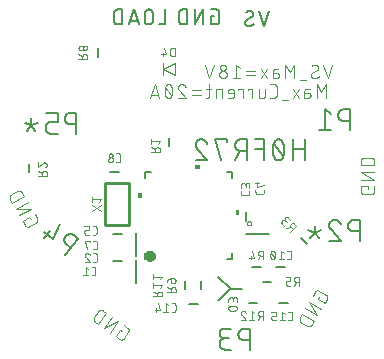
<source format=gbr>
G04 EAGLE Gerber RS-274X export*
G75*
%MOMM*%
%FSLAX34Y34*%
%LPD*%
%INSilkscreen Bottom*%
%IPPOS*%
%AMOC8*
5,1,8,0,0,1.08239X$1,22.5*%
G01*
%ADD10C,0.101600*%
%ADD11C,0.152400*%
%ADD12C,0.203200*%
%ADD13C,0.076200*%
%ADD14C,0.127000*%
%ADD15C,0.254000*%
%ADD16C,0.406400*%

G36*
X1789Y155577D02*
X1789Y155577D01*
X1791Y155576D01*
X1834Y155596D01*
X1878Y155614D01*
X1878Y155616D01*
X1880Y155617D01*
X1913Y155702D01*
X1913Y158242D01*
X1912Y158244D01*
X1913Y158246D01*
X1893Y158289D01*
X1875Y158333D01*
X1873Y158333D01*
X1872Y158335D01*
X1787Y158368D01*
X-2023Y158368D01*
X-2025Y158367D01*
X-2027Y158368D01*
X-2070Y158348D01*
X-2114Y158330D01*
X-2114Y158328D01*
X-2116Y158327D01*
X-2149Y158242D01*
X-2149Y155702D01*
X-2148Y155700D01*
X-2149Y155698D01*
X-2129Y155655D01*
X-2111Y155611D01*
X-2109Y155611D01*
X-2108Y155609D01*
X-2023Y155576D01*
X1787Y155576D01*
X1789Y155577D01*
G37*
G36*
X-47750Y131044D02*
X-47750Y131044D01*
X-47748Y131043D01*
X-47705Y131063D01*
X-47661Y131081D01*
X-47661Y131083D01*
X-47659Y131084D01*
X-47626Y131169D01*
X-47626Y134979D01*
X-47627Y134981D01*
X-47626Y134983D01*
X-47646Y135026D01*
X-47664Y135070D01*
X-47666Y135070D01*
X-47667Y135072D01*
X-47752Y135105D01*
X-50292Y135105D01*
X-50294Y135104D01*
X-50296Y135105D01*
X-50339Y135085D01*
X-50383Y135067D01*
X-50383Y135065D01*
X-50385Y135064D01*
X-50418Y134979D01*
X-50418Y131169D01*
X-50417Y131167D01*
X-50418Y131165D01*
X-50398Y131122D01*
X-50380Y131078D01*
X-50378Y131078D01*
X-50377Y131076D01*
X-50292Y131043D01*
X-47752Y131043D01*
X-47750Y131044D01*
G37*
G36*
X35054Y116041D02*
X35054Y116041D01*
X35056Y116040D01*
X35099Y116060D01*
X35143Y116078D01*
X35143Y116080D01*
X35145Y116081D01*
X35178Y116166D01*
X35178Y119976D01*
X35177Y119978D01*
X35178Y119980D01*
X35158Y120023D01*
X35140Y120067D01*
X35138Y120067D01*
X35137Y120069D01*
X35052Y120102D01*
X32512Y120102D01*
X32510Y120101D01*
X32508Y120102D01*
X32465Y120082D01*
X32421Y120064D01*
X32421Y120062D01*
X32419Y120061D01*
X32386Y119976D01*
X32386Y116166D01*
X32387Y116164D01*
X32386Y116162D01*
X32406Y116119D01*
X32424Y116075D01*
X32426Y116075D01*
X32427Y116073D01*
X32512Y116040D01*
X35052Y116040D01*
X35054Y116041D01*
G37*
D10*
X144227Y138494D02*
X144227Y140441D01*
X137736Y140441D01*
X137736Y136547D01*
X137737Y136547D02*
X137739Y136448D01*
X137745Y136348D01*
X137754Y136249D01*
X137767Y136151D01*
X137784Y136053D01*
X137805Y135955D01*
X137830Y135859D01*
X137858Y135764D01*
X137890Y135670D01*
X137925Y135577D01*
X137964Y135485D01*
X138007Y135395D01*
X138052Y135307D01*
X138102Y135220D01*
X138154Y135136D01*
X138210Y135053D01*
X138268Y134973D01*
X138330Y134895D01*
X138395Y134820D01*
X138463Y134747D01*
X138533Y134677D01*
X138606Y134609D01*
X138681Y134544D01*
X138759Y134482D01*
X138839Y134424D01*
X138922Y134368D01*
X139006Y134316D01*
X139093Y134266D01*
X139181Y134221D01*
X139271Y134178D01*
X139363Y134139D01*
X139456Y134104D01*
X139550Y134072D01*
X139645Y134044D01*
X139741Y134019D01*
X139839Y133998D01*
X139937Y133981D01*
X140035Y133968D01*
X140134Y133959D01*
X140234Y133953D01*
X140333Y133951D01*
X140333Y133950D02*
X146824Y133950D01*
X146824Y133951D02*
X146923Y133953D01*
X147023Y133959D01*
X147122Y133968D01*
X147220Y133981D01*
X147318Y133998D01*
X147416Y134019D01*
X147512Y134044D01*
X147607Y134072D01*
X147701Y134104D01*
X147794Y134139D01*
X147886Y134178D01*
X147976Y134221D01*
X148064Y134266D01*
X148151Y134316D01*
X148235Y134368D01*
X148318Y134424D01*
X148398Y134482D01*
X148476Y134544D01*
X148551Y134609D01*
X148624Y134677D01*
X148694Y134747D01*
X148762Y134820D01*
X148827Y134895D01*
X148889Y134973D01*
X148947Y135053D01*
X149003Y135136D01*
X149055Y135220D01*
X149105Y135307D01*
X149150Y135395D01*
X149193Y135485D01*
X149232Y135577D01*
X149267Y135669D01*
X149299Y135764D01*
X149327Y135859D01*
X149352Y135955D01*
X149373Y136053D01*
X149390Y136151D01*
X149403Y136249D01*
X149412Y136348D01*
X149418Y136448D01*
X149420Y136547D01*
X149420Y140441D01*
X149420Y146142D02*
X137736Y146142D01*
X137736Y152633D02*
X149420Y146142D01*
X149420Y152633D02*
X137736Y152633D01*
X137736Y158334D02*
X149420Y158334D01*
X149420Y161580D01*
X149421Y161580D02*
X149419Y161693D01*
X149413Y161806D01*
X149403Y161919D01*
X149389Y162032D01*
X149372Y162144D01*
X149350Y162255D01*
X149325Y162365D01*
X149295Y162475D01*
X149262Y162583D01*
X149225Y162690D01*
X149185Y162796D01*
X149140Y162900D01*
X149092Y163003D01*
X149041Y163104D01*
X148986Y163203D01*
X148928Y163300D01*
X148866Y163395D01*
X148801Y163488D01*
X148733Y163578D01*
X148662Y163666D01*
X148587Y163752D01*
X148510Y163835D01*
X148430Y163915D01*
X148347Y163992D01*
X148261Y164067D01*
X148173Y164138D01*
X148083Y164206D01*
X147990Y164271D01*
X147895Y164333D01*
X147798Y164391D01*
X147699Y164446D01*
X147598Y164497D01*
X147495Y164545D01*
X147391Y164590D01*
X147285Y164630D01*
X147178Y164667D01*
X147070Y164700D01*
X146960Y164730D01*
X146850Y164755D01*
X146739Y164777D01*
X146627Y164794D01*
X146514Y164808D01*
X146401Y164818D01*
X146288Y164824D01*
X146175Y164826D01*
X146175Y164825D02*
X140982Y164825D01*
X140982Y164826D02*
X140869Y164824D01*
X140756Y164818D01*
X140643Y164808D01*
X140530Y164794D01*
X140418Y164777D01*
X140307Y164755D01*
X140197Y164730D01*
X140087Y164700D01*
X139979Y164667D01*
X139872Y164630D01*
X139766Y164590D01*
X139662Y164545D01*
X139559Y164497D01*
X139458Y164446D01*
X139359Y164391D01*
X139262Y164333D01*
X139167Y164271D01*
X139074Y164206D01*
X138984Y164138D01*
X138896Y164067D01*
X138810Y163992D01*
X138727Y163915D01*
X138647Y163835D01*
X138570Y163752D01*
X138495Y163666D01*
X138424Y163578D01*
X138356Y163488D01*
X138291Y163395D01*
X138229Y163300D01*
X138171Y163203D01*
X138116Y163104D01*
X138065Y163003D01*
X138017Y162900D01*
X137972Y162796D01*
X137932Y162690D01*
X137895Y162583D01*
X137862Y162475D01*
X137832Y162365D01*
X137807Y162255D01*
X137785Y162144D01*
X137768Y162032D01*
X137754Y161919D01*
X137744Y161806D01*
X137738Y161693D01*
X137736Y161580D01*
X137736Y158334D01*
X-64255Y17675D02*
X-65850Y18792D01*
X-69573Y13475D01*
X-66383Y11241D01*
X-66300Y11186D01*
X-66216Y11134D01*
X-66129Y11085D01*
X-66041Y11039D01*
X-65951Y10997D01*
X-65859Y10958D01*
X-65766Y10923D01*
X-65672Y10891D01*
X-65577Y10863D01*
X-65480Y10839D01*
X-65383Y10818D01*
X-65285Y10802D01*
X-65186Y10789D01*
X-65087Y10779D01*
X-64988Y10774D01*
X-64888Y10772D01*
X-64789Y10774D01*
X-64690Y10780D01*
X-64591Y10790D01*
X-64492Y10803D01*
X-64394Y10821D01*
X-64297Y10842D01*
X-64201Y10866D01*
X-64105Y10895D01*
X-64011Y10927D01*
X-63918Y10962D01*
X-63827Y11001D01*
X-63737Y11044D01*
X-63649Y11090D01*
X-63563Y11139D01*
X-63478Y11192D01*
X-63396Y11248D01*
X-63316Y11307D01*
X-63238Y11369D01*
X-63163Y11434D01*
X-63090Y11501D01*
X-63020Y11572D01*
X-62952Y11645D01*
X-62888Y11721D01*
X-62826Y11799D01*
X-62767Y11879D01*
X-59044Y17196D01*
X-59043Y17196D02*
X-58988Y17279D01*
X-58936Y17363D01*
X-58887Y17450D01*
X-58841Y17538D01*
X-58799Y17628D01*
X-58760Y17720D01*
X-58725Y17813D01*
X-58693Y17907D01*
X-58665Y18002D01*
X-58641Y18099D01*
X-58620Y18196D01*
X-58604Y18294D01*
X-58591Y18393D01*
X-58581Y18492D01*
X-58576Y18591D01*
X-58574Y18691D01*
X-58576Y18790D01*
X-58582Y18889D01*
X-58592Y18988D01*
X-58605Y19087D01*
X-58623Y19185D01*
X-58644Y19282D01*
X-58668Y19378D01*
X-58697Y19474D01*
X-58729Y19568D01*
X-58764Y19661D01*
X-58803Y19752D01*
X-58846Y19842D01*
X-58892Y19930D01*
X-58941Y20016D01*
X-58994Y20101D01*
X-59050Y20183D01*
X-59109Y20263D01*
X-59171Y20341D01*
X-59236Y20416D01*
X-59303Y20489D01*
X-59374Y20559D01*
X-59447Y20627D01*
X-59523Y20691D01*
X-59601Y20753D01*
X-59681Y20812D01*
X-62872Y23046D01*
X-67541Y26316D02*
X-74243Y16745D01*
X-79560Y20468D02*
X-67541Y26316D01*
X-72859Y30039D02*
X-79560Y20468D01*
X-84230Y23738D02*
X-77529Y33309D01*
X-80187Y35170D01*
X-80187Y35171D02*
X-80281Y35234D01*
X-80377Y35294D01*
X-80475Y35351D01*
X-80575Y35404D01*
X-80677Y35454D01*
X-80781Y35500D01*
X-80886Y35542D01*
X-80992Y35581D01*
X-81100Y35616D01*
X-81209Y35647D01*
X-81319Y35675D01*
X-81430Y35698D01*
X-81541Y35718D01*
X-81653Y35734D01*
X-81766Y35746D01*
X-81879Y35754D01*
X-81992Y35758D01*
X-82106Y35758D01*
X-82219Y35754D01*
X-82332Y35746D01*
X-82445Y35734D01*
X-82557Y35718D01*
X-82668Y35698D01*
X-82779Y35675D01*
X-82889Y35647D01*
X-82998Y35616D01*
X-83106Y35581D01*
X-83212Y35542D01*
X-83317Y35500D01*
X-83421Y35454D01*
X-83523Y35404D01*
X-83623Y35351D01*
X-83721Y35294D01*
X-83817Y35234D01*
X-83911Y35171D01*
X-84002Y35104D01*
X-84092Y35035D01*
X-84179Y34962D01*
X-84263Y34886D01*
X-84344Y34807D01*
X-84423Y34726D01*
X-84499Y34642D01*
X-84572Y34555D01*
X-84641Y34466D01*
X-84708Y34374D01*
X-84707Y34373D02*
X-87686Y30120D01*
X-87749Y30026D01*
X-87809Y29930D01*
X-87866Y29832D01*
X-87919Y29732D01*
X-87969Y29630D01*
X-88015Y29526D01*
X-88057Y29421D01*
X-88096Y29315D01*
X-88131Y29207D01*
X-88162Y29098D01*
X-88190Y28988D01*
X-88213Y28877D01*
X-88233Y28766D01*
X-88249Y28654D01*
X-88261Y28541D01*
X-88269Y28428D01*
X-88273Y28315D01*
X-88273Y28201D01*
X-88269Y28088D01*
X-88261Y27975D01*
X-88249Y27862D01*
X-88233Y27750D01*
X-88213Y27639D01*
X-88190Y27528D01*
X-88162Y27418D01*
X-88131Y27309D01*
X-88096Y27201D01*
X-88057Y27095D01*
X-88015Y26990D01*
X-87969Y26886D01*
X-87919Y26784D01*
X-87866Y26684D01*
X-87809Y26586D01*
X-87749Y26490D01*
X-87686Y26396D01*
X-87619Y26304D01*
X-87550Y26215D01*
X-87477Y26128D01*
X-87401Y26044D01*
X-87322Y25963D01*
X-87241Y25884D01*
X-87157Y25808D01*
X-87070Y25735D01*
X-86980Y25666D01*
X-86889Y25599D01*
X-84230Y23738D01*
X101620Y45213D02*
X102593Y46900D01*
X101620Y45213D02*
X107241Y41968D01*
X109189Y45340D01*
X109188Y45341D02*
X109236Y45428D01*
X109281Y45517D01*
X109322Y45607D01*
X109360Y45699D01*
X109394Y45793D01*
X109425Y45887D01*
X109452Y45983D01*
X109475Y46080D01*
X109495Y46177D01*
X109510Y46276D01*
X109522Y46374D01*
X109531Y46473D01*
X109535Y46573D01*
X109536Y46672D01*
X109533Y46772D01*
X109526Y46871D01*
X109515Y46970D01*
X109500Y47068D01*
X109482Y47166D01*
X109460Y47263D01*
X109434Y47359D01*
X109405Y47454D01*
X109372Y47548D01*
X109335Y47640D01*
X109295Y47731D01*
X109252Y47820D01*
X109205Y47908D01*
X109154Y47994D01*
X109101Y48078D01*
X109044Y48159D01*
X108984Y48239D01*
X108922Y48316D01*
X108856Y48391D01*
X108787Y48463D01*
X108716Y48532D01*
X108642Y48599D01*
X108566Y48663D01*
X108487Y48723D01*
X108406Y48781D01*
X108323Y48836D01*
X108238Y48887D01*
X102617Y52133D01*
X102617Y52132D02*
X102530Y52180D01*
X102441Y52225D01*
X102351Y52266D01*
X102259Y52304D01*
X102165Y52338D01*
X102071Y52369D01*
X101975Y52396D01*
X101878Y52419D01*
X101781Y52439D01*
X101682Y52454D01*
X101584Y52466D01*
X101485Y52475D01*
X101385Y52479D01*
X101286Y52480D01*
X101186Y52477D01*
X101087Y52470D01*
X100988Y52459D01*
X100890Y52444D01*
X100792Y52426D01*
X100695Y52404D01*
X100599Y52378D01*
X100504Y52349D01*
X100410Y52316D01*
X100318Y52279D01*
X100227Y52239D01*
X100138Y52196D01*
X100050Y52149D01*
X99964Y52098D01*
X99880Y52045D01*
X99799Y51988D01*
X99719Y51928D01*
X99642Y51866D01*
X99567Y51800D01*
X99495Y51731D01*
X99426Y51660D01*
X99359Y51586D01*
X99295Y51510D01*
X99235Y51431D01*
X99177Y51350D01*
X99122Y51267D01*
X99071Y51182D01*
X99070Y51182D02*
X97123Y47810D01*
X94272Y42872D02*
X104391Y37030D01*
X101145Y31409D02*
X94272Y42872D01*
X91027Y37251D02*
X101145Y31409D01*
X98295Y26472D02*
X88176Y32314D01*
X86553Y29503D01*
X86498Y29404D01*
X86447Y29303D01*
X86399Y29200D01*
X86354Y29096D01*
X86314Y28990D01*
X86277Y28883D01*
X86244Y28775D01*
X86214Y28665D01*
X86189Y28555D01*
X86167Y28444D01*
X86150Y28332D01*
X86136Y28219D01*
X86126Y28106D01*
X86120Y27993D01*
X86118Y27880D01*
X86120Y27767D01*
X86126Y27654D01*
X86136Y27541D01*
X86150Y27428D01*
X86167Y27316D01*
X86189Y27205D01*
X86214Y27095D01*
X86244Y26985D01*
X86277Y26877D01*
X86314Y26770D01*
X86354Y26664D01*
X86399Y26560D01*
X86447Y26457D01*
X86498Y26356D01*
X86553Y26257D01*
X86611Y26160D01*
X86673Y26065D01*
X86738Y25972D01*
X86806Y25882D01*
X86877Y25794D01*
X86952Y25708D01*
X87029Y25625D01*
X87109Y25545D01*
X87192Y25468D01*
X87278Y25393D01*
X87366Y25322D01*
X87456Y25254D01*
X87549Y25189D01*
X87644Y25127D01*
X87741Y25069D01*
X87741Y25070D02*
X92239Y22473D01*
X92238Y22473D02*
X92337Y22418D01*
X92438Y22367D01*
X92541Y22319D01*
X92645Y22274D01*
X92751Y22234D01*
X92858Y22197D01*
X92966Y22164D01*
X93076Y22134D01*
X93186Y22109D01*
X93297Y22087D01*
X93409Y22070D01*
X93522Y22056D01*
X93635Y22046D01*
X93748Y22040D01*
X93861Y22038D01*
X93974Y22040D01*
X94087Y22046D01*
X94200Y22056D01*
X94313Y22070D01*
X94425Y22087D01*
X94536Y22109D01*
X94646Y22134D01*
X94756Y22164D01*
X94864Y22197D01*
X94971Y22234D01*
X95077Y22274D01*
X95181Y22319D01*
X95284Y22367D01*
X95385Y22418D01*
X95484Y22473D01*
X95581Y22531D01*
X95676Y22593D01*
X95769Y22658D01*
X95859Y22726D01*
X95948Y22797D01*
X96033Y22872D01*
X96116Y22949D01*
X96196Y23029D01*
X96273Y23112D01*
X96348Y23198D01*
X96419Y23286D01*
X96487Y23376D01*
X96552Y23469D01*
X96614Y23564D01*
X96672Y23661D01*
X98295Y26472D01*
X-141691Y112539D02*
X-142665Y114225D01*
X-148286Y110979D01*
X-146339Y107607D01*
X-146288Y107522D01*
X-146233Y107439D01*
X-146176Y107358D01*
X-146115Y107279D01*
X-146051Y107203D01*
X-145984Y107129D01*
X-145915Y107058D01*
X-145843Y106989D01*
X-145768Y106923D01*
X-145691Y106861D01*
X-145612Y106801D01*
X-145530Y106744D01*
X-145446Y106691D01*
X-145360Y106640D01*
X-145273Y106593D01*
X-145183Y106550D01*
X-145092Y106510D01*
X-145000Y106473D01*
X-144906Y106440D01*
X-144811Y106411D01*
X-144715Y106385D01*
X-144618Y106363D01*
X-144520Y106345D01*
X-144422Y106330D01*
X-144323Y106319D01*
X-144224Y106312D01*
X-144124Y106309D01*
X-144025Y106310D01*
X-143925Y106314D01*
X-143826Y106323D01*
X-143728Y106335D01*
X-143629Y106350D01*
X-143532Y106370D01*
X-143435Y106393D01*
X-143339Y106420D01*
X-143245Y106451D01*
X-143151Y106485D01*
X-143059Y106523D01*
X-142969Y106564D01*
X-142880Y106609D01*
X-142793Y106657D01*
X-142792Y106656D02*
X-137171Y109902D01*
X-137086Y109953D01*
X-137003Y110008D01*
X-136922Y110065D01*
X-136843Y110126D01*
X-136767Y110190D01*
X-136693Y110257D01*
X-136622Y110326D01*
X-136553Y110398D01*
X-136487Y110473D01*
X-136425Y110550D01*
X-136365Y110629D01*
X-136308Y110711D01*
X-136255Y110795D01*
X-136204Y110881D01*
X-136157Y110968D01*
X-136114Y111058D01*
X-136074Y111149D01*
X-136037Y111241D01*
X-136004Y111335D01*
X-135975Y111430D01*
X-135949Y111526D01*
X-135927Y111623D01*
X-135909Y111721D01*
X-135894Y111819D01*
X-135883Y111918D01*
X-135876Y112017D01*
X-135873Y112117D01*
X-135874Y112216D01*
X-135878Y112316D01*
X-135887Y112415D01*
X-135899Y112513D01*
X-135914Y112612D01*
X-135934Y112709D01*
X-135957Y112806D01*
X-135984Y112902D01*
X-136015Y112996D01*
X-136049Y113090D01*
X-136087Y113182D01*
X-136128Y113272D01*
X-136173Y113361D01*
X-136221Y113448D01*
X-136220Y113449D02*
X-138168Y116821D01*
X-141018Y121759D02*
X-151137Y115917D01*
X-154382Y121538D02*
X-141018Y121759D01*
X-144264Y127380D02*
X-154382Y121538D01*
X-157233Y126475D02*
X-147114Y132317D01*
X-148737Y135128D01*
X-148795Y135225D01*
X-148857Y135320D01*
X-148922Y135413D01*
X-148990Y135503D01*
X-149061Y135591D01*
X-149136Y135677D01*
X-149213Y135760D01*
X-149293Y135840D01*
X-149376Y135917D01*
X-149462Y135992D01*
X-149550Y136063D01*
X-149640Y136131D01*
X-149733Y136196D01*
X-149828Y136258D01*
X-149925Y136316D01*
X-150024Y136371D01*
X-150125Y136422D01*
X-150228Y136470D01*
X-150332Y136515D01*
X-150438Y136555D01*
X-150545Y136592D01*
X-150653Y136625D01*
X-150763Y136655D01*
X-150873Y136680D01*
X-150984Y136702D01*
X-151096Y136719D01*
X-151209Y136733D01*
X-151322Y136743D01*
X-151435Y136749D01*
X-151548Y136751D01*
X-151661Y136749D01*
X-151774Y136743D01*
X-151887Y136733D01*
X-152000Y136719D01*
X-152112Y136702D01*
X-152223Y136680D01*
X-152333Y136655D01*
X-152443Y136625D01*
X-152551Y136592D01*
X-152658Y136555D01*
X-152764Y136515D01*
X-152868Y136470D01*
X-152971Y136422D01*
X-153072Y136371D01*
X-153171Y136316D01*
X-157668Y133719D01*
X-157668Y133720D02*
X-157765Y133662D01*
X-157860Y133600D01*
X-157953Y133535D01*
X-158043Y133467D01*
X-158131Y133396D01*
X-158217Y133321D01*
X-158300Y133244D01*
X-158380Y133164D01*
X-158457Y133081D01*
X-158532Y132995D01*
X-158603Y132907D01*
X-158671Y132817D01*
X-158736Y132724D01*
X-158798Y132629D01*
X-158856Y132532D01*
X-158911Y132433D01*
X-158962Y132332D01*
X-159010Y132229D01*
X-159055Y132125D01*
X-159095Y132019D01*
X-159132Y131912D01*
X-159165Y131804D01*
X-159195Y131694D01*
X-159220Y131584D01*
X-159242Y131473D01*
X-159259Y131361D01*
X-159273Y131248D01*
X-159283Y131135D01*
X-159289Y131022D01*
X-159291Y130909D01*
X-159289Y130796D01*
X-159283Y130683D01*
X-159273Y130570D01*
X-159259Y130457D01*
X-159242Y130345D01*
X-159220Y130234D01*
X-159195Y130124D01*
X-159165Y130014D01*
X-159132Y129906D01*
X-159095Y129799D01*
X-159055Y129693D01*
X-159010Y129589D01*
X-158962Y129486D01*
X-158911Y129385D01*
X-158856Y129286D01*
X-157233Y126475D01*
D11*
X128484Y187945D02*
X128484Y205725D01*
X123545Y205725D01*
X123405Y205723D01*
X123266Y205717D01*
X123126Y205707D01*
X122987Y205693D01*
X122848Y205676D01*
X122710Y205654D01*
X122573Y205628D01*
X122436Y205599D01*
X122300Y205566D01*
X122166Y205529D01*
X122032Y205488D01*
X121900Y205443D01*
X121768Y205394D01*
X121639Y205342D01*
X121511Y205287D01*
X121384Y205227D01*
X121259Y205164D01*
X121136Y205098D01*
X121015Y205028D01*
X120896Y204955D01*
X120779Y204878D01*
X120665Y204798D01*
X120552Y204715D01*
X120442Y204629D01*
X120335Y204539D01*
X120230Y204447D01*
X120128Y204352D01*
X120028Y204254D01*
X119931Y204153D01*
X119837Y204049D01*
X119747Y203943D01*
X119659Y203834D01*
X119574Y203723D01*
X119493Y203609D01*
X119414Y203494D01*
X119339Y203376D01*
X119268Y203256D01*
X119200Y203133D01*
X119135Y203010D01*
X119074Y202884D01*
X119016Y202756D01*
X118962Y202628D01*
X118912Y202497D01*
X118865Y202365D01*
X118822Y202232D01*
X118783Y202098D01*
X118748Y201963D01*
X118717Y201827D01*
X118689Y201689D01*
X118666Y201552D01*
X118646Y201413D01*
X118630Y201274D01*
X118618Y201135D01*
X118610Y200996D01*
X118606Y200856D01*
X118606Y200716D01*
X118610Y200576D01*
X118618Y200437D01*
X118630Y200298D01*
X118646Y200159D01*
X118666Y200020D01*
X118689Y199883D01*
X118717Y199745D01*
X118748Y199609D01*
X118783Y199474D01*
X118822Y199340D01*
X118865Y199207D01*
X118912Y199075D01*
X118962Y198944D01*
X119016Y198816D01*
X119074Y198688D01*
X119135Y198562D01*
X119200Y198439D01*
X119268Y198316D01*
X119339Y198196D01*
X119414Y198078D01*
X119493Y197963D01*
X119574Y197849D01*
X119659Y197738D01*
X119747Y197629D01*
X119837Y197523D01*
X119931Y197419D01*
X120028Y197318D01*
X120128Y197220D01*
X120230Y197125D01*
X120335Y197033D01*
X120442Y196943D01*
X120552Y196857D01*
X120665Y196774D01*
X120779Y196694D01*
X120896Y196617D01*
X121015Y196544D01*
X121136Y196474D01*
X121259Y196408D01*
X121384Y196345D01*
X121511Y196285D01*
X121639Y196230D01*
X121768Y196178D01*
X121900Y196129D01*
X122032Y196084D01*
X122166Y196043D01*
X122300Y196006D01*
X122436Y195973D01*
X122573Y195944D01*
X122710Y195918D01*
X122848Y195896D01*
X122987Y195879D01*
X123126Y195865D01*
X123266Y195855D01*
X123405Y195849D01*
X123545Y195847D01*
X128484Y195847D01*
X112489Y201774D02*
X107550Y205725D01*
X107550Y187945D01*
X112489Y187945D02*
X102611Y187945D01*
X137026Y112242D02*
X137026Y94462D01*
X137026Y112242D02*
X132087Y112242D01*
X131947Y112240D01*
X131808Y112234D01*
X131668Y112224D01*
X131529Y112210D01*
X131390Y112193D01*
X131252Y112171D01*
X131115Y112145D01*
X130978Y112116D01*
X130842Y112083D01*
X130708Y112046D01*
X130574Y112005D01*
X130442Y111960D01*
X130310Y111911D01*
X130181Y111859D01*
X130053Y111804D01*
X129926Y111744D01*
X129801Y111681D01*
X129678Y111615D01*
X129557Y111545D01*
X129438Y111472D01*
X129321Y111395D01*
X129207Y111315D01*
X129094Y111232D01*
X128984Y111146D01*
X128877Y111056D01*
X128772Y110964D01*
X128670Y110869D01*
X128570Y110771D01*
X128473Y110670D01*
X128379Y110566D01*
X128289Y110460D01*
X128201Y110351D01*
X128116Y110240D01*
X128035Y110126D01*
X127956Y110011D01*
X127881Y109893D01*
X127810Y109772D01*
X127742Y109650D01*
X127677Y109527D01*
X127616Y109401D01*
X127558Y109273D01*
X127504Y109145D01*
X127454Y109014D01*
X127407Y108882D01*
X127364Y108749D01*
X127325Y108615D01*
X127290Y108480D01*
X127259Y108344D01*
X127231Y108206D01*
X127208Y108069D01*
X127188Y107930D01*
X127172Y107791D01*
X127160Y107652D01*
X127152Y107513D01*
X127148Y107373D01*
X127148Y107233D01*
X127152Y107093D01*
X127160Y106954D01*
X127172Y106815D01*
X127188Y106676D01*
X127208Y106537D01*
X127231Y106400D01*
X127259Y106262D01*
X127290Y106126D01*
X127325Y105991D01*
X127364Y105857D01*
X127407Y105724D01*
X127454Y105592D01*
X127504Y105461D01*
X127558Y105333D01*
X127616Y105205D01*
X127677Y105079D01*
X127742Y104956D01*
X127810Y104833D01*
X127881Y104713D01*
X127956Y104595D01*
X128035Y104480D01*
X128116Y104366D01*
X128201Y104255D01*
X128289Y104146D01*
X128379Y104040D01*
X128473Y103936D01*
X128570Y103835D01*
X128670Y103737D01*
X128772Y103642D01*
X128877Y103550D01*
X128984Y103460D01*
X129094Y103374D01*
X129207Y103291D01*
X129321Y103211D01*
X129438Y103134D01*
X129557Y103061D01*
X129678Y102991D01*
X129801Y102925D01*
X129926Y102862D01*
X130053Y102802D01*
X130181Y102747D01*
X130310Y102695D01*
X130442Y102646D01*
X130574Y102601D01*
X130708Y102560D01*
X130842Y102523D01*
X130978Y102490D01*
X131115Y102461D01*
X131252Y102435D01*
X131390Y102413D01*
X131529Y102396D01*
X131668Y102382D01*
X131808Y102372D01*
X131947Y102366D01*
X132087Y102364D01*
X137026Y102364D01*
X115598Y112242D02*
X115466Y112240D01*
X115335Y112234D01*
X115203Y112224D01*
X115072Y112211D01*
X114942Y112193D01*
X114812Y112172D01*
X114682Y112147D01*
X114554Y112118D01*
X114426Y112085D01*
X114300Y112048D01*
X114174Y112008D01*
X114050Y111964D01*
X113927Y111916D01*
X113806Y111865D01*
X113686Y111810D01*
X113568Y111752D01*
X113452Y111690D01*
X113338Y111624D01*
X113225Y111556D01*
X113115Y111484D01*
X113007Y111409D01*
X112901Y111330D01*
X112797Y111249D01*
X112696Y111164D01*
X112598Y111077D01*
X112502Y110986D01*
X112409Y110893D01*
X112318Y110797D01*
X112231Y110699D01*
X112146Y110598D01*
X112065Y110494D01*
X111986Y110388D01*
X111911Y110280D01*
X111839Y110170D01*
X111771Y110057D01*
X111705Y109943D01*
X111643Y109827D01*
X111585Y109709D01*
X111530Y109589D01*
X111479Y109468D01*
X111431Y109345D01*
X111387Y109221D01*
X111347Y109095D01*
X111310Y108969D01*
X111277Y108841D01*
X111248Y108713D01*
X111223Y108583D01*
X111202Y108453D01*
X111184Y108323D01*
X111171Y108192D01*
X111161Y108060D01*
X111155Y107929D01*
X111153Y107797D01*
X115598Y112243D02*
X115748Y112241D01*
X115897Y112235D01*
X116046Y112225D01*
X116195Y112212D01*
X116344Y112194D01*
X116492Y112173D01*
X116640Y112147D01*
X116786Y112118D01*
X116932Y112085D01*
X117077Y112048D01*
X117221Y112007D01*
X117364Y111963D01*
X117506Y111915D01*
X117646Y111863D01*
X117785Y111808D01*
X117923Y111749D01*
X118058Y111686D01*
X118193Y111620D01*
X118325Y111550D01*
X118455Y111477D01*
X118584Y111400D01*
X118711Y111320D01*
X118835Y111237D01*
X118957Y111151D01*
X119077Y111061D01*
X119194Y110968D01*
X119309Y110873D01*
X119422Y110774D01*
X119532Y110672D01*
X119639Y110568D01*
X119743Y110461D01*
X119845Y110351D01*
X119943Y110238D01*
X120039Y110123D01*
X120131Y110005D01*
X120221Y109885D01*
X120307Y109763D01*
X120390Y109639D01*
X120470Y109512D01*
X120546Y109384D01*
X120619Y109253D01*
X120689Y109120D01*
X120755Y108986D01*
X120817Y108850D01*
X120876Y108713D01*
X120932Y108574D01*
X120983Y108433D01*
X121031Y108292D01*
X112636Y104340D02*
X112540Y104433D01*
X112448Y104529D01*
X112358Y104628D01*
X112271Y104729D01*
X112187Y104832D01*
X112105Y104937D01*
X112027Y105045D01*
X111952Y105155D01*
X111879Y105267D01*
X111810Y105381D01*
X111744Y105497D01*
X111682Y105615D01*
X111623Y105734D01*
X111567Y105855D01*
X111514Y105978D01*
X111465Y106102D01*
X111420Y106227D01*
X111377Y106354D01*
X111339Y106481D01*
X111304Y106610D01*
X111273Y106739D01*
X111245Y106870D01*
X111221Y107001D01*
X111200Y107133D01*
X111184Y107265D01*
X111171Y107398D01*
X111161Y107531D01*
X111156Y107664D01*
X111154Y107797D01*
X112635Y104340D02*
X121031Y94462D01*
X111153Y94462D01*
X98784Y101376D02*
X98784Y107303D01*
X98784Y101376D02*
X95326Y96931D01*
X98784Y101376D02*
X102241Y96931D01*
X98784Y101376D02*
X93351Y103352D01*
X98784Y101376D02*
X104216Y103352D01*
X44176Y20130D02*
X44176Y2350D01*
X44176Y20130D02*
X39238Y20130D01*
X39098Y20128D01*
X38959Y20122D01*
X38819Y20112D01*
X38680Y20098D01*
X38541Y20081D01*
X38403Y20059D01*
X38266Y20033D01*
X38129Y20004D01*
X37993Y19971D01*
X37859Y19934D01*
X37725Y19893D01*
X37593Y19848D01*
X37461Y19799D01*
X37332Y19747D01*
X37204Y19692D01*
X37077Y19632D01*
X36952Y19569D01*
X36829Y19503D01*
X36708Y19433D01*
X36589Y19360D01*
X36472Y19283D01*
X36358Y19203D01*
X36245Y19120D01*
X36135Y19034D01*
X36028Y18944D01*
X35923Y18852D01*
X35821Y18757D01*
X35721Y18659D01*
X35624Y18558D01*
X35530Y18454D01*
X35440Y18348D01*
X35352Y18239D01*
X35267Y18128D01*
X35186Y18014D01*
X35107Y17899D01*
X35032Y17781D01*
X34961Y17660D01*
X34893Y17538D01*
X34828Y17415D01*
X34767Y17289D01*
X34709Y17161D01*
X34655Y17033D01*
X34605Y16902D01*
X34558Y16770D01*
X34515Y16637D01*
X34476Y16503D01*
X34441Y16368D01*
X34410Y16232D01*
X34382Y16094D01*
X34359Y15957D01*
X34339Y15818D01*
X34323Y15679D01*
X34311Y15540D01*
X34303Y15401D01*
X34299Y15261D01*
X34299Y15121D01*
X34303Y14981D01*
X34311Y14842D01*
X34323Y14703D01*
X34339Y14564D01*
X34359Y14425D01*
X34382Y14288D01*
X34410Y14150D01*
X34441Y14014D01*
X34476Y13879D01*
X34515Y13745D01*
X34558Y13612D01*
X34605Y13480D01*
X34655Y13349D01*
X34709Y13221D01*
X34767Y13093D01*
X34828Y12967D01*
X34893Y12844D01*
X34961Y12721D01*
X35032Y12601D01*
X35107Y12483D01*
X35186Y12368D01*
X35267Y12254D01*
X35352Y12143D01*
X35440Y12034D01*
X35530Y11928D01*
X35624Y11824D01*
X35721Y11723D01*
X35821Y11625D01*
X35923Y11530D01*
X36028Y11438D01*
X36135Y11348D01*
X36245Y11262D01*
X36358Y11179D01*
X36472Y11099D01*
X36589Y11022D01*
X36708Y10949D01*
X36829Y10879D01*
X36952Y10813D01*
X37077Y10750D01*
X37204Y10690D01*
X37332Y10635D01*
X37461Y10583D01*
X37593Y10534D01*
X37725Y10489D01*
X37859Y10448D01*
X37993Y10411D01*
X38129Y10378D01*
X38266Y10349D01*
X38403Y10323D01*
X38541Y10301D01*
X38680Y10284D01*
X38819Y10270D01*
X38959Y10260D01*
X39098Y10254D01*
X39238Y10252D01*
X44176Y10252D01*
X28181Y2350D02*
X23242Y2350D01*
X23102Y2352D01*
X22963Y2358D01*
X22823Y2368D01*
X22684Y2382D01*
X22545Y2399D01*
X22407Y2421D01*
X22270Y2447D01*
X22133Y2476D01*
X21997Y2509D01*
X21863Y2546D01*
X21729Y2587D01*
X21597Y2632D01*
X21465Y2681D01*
X21336Y2733D01*
X21208Y2788D01*
X21081Y2848D01*
X20956Y2911D01*
X20833Y2977D01*
X20712Y3047D01*
X20593Y3120D01*
X20476Y3197D01*
X20362Y3277D01*
X20249Y3360D01*
X20139Y3446D01*
X20032Y3536D01*
X19927Y3628D01*
X19825Y3723D01*
X19725Y3821D01*
X19628Y3922D01*
X19534Y4026D01*
X19444Y4132D01*
X19356Y4241D01*
X19271Y4352D01*
X19190Y4466D01*
X19111Y4581D01*
X19036Y4699D01*
X18965Y4819D01*
X18897Y4942D01*
X18832Y5065D01*
X18771Y5191D01*
X18713Y5319D01*
X18659Y5447D01*
X18609Y5578D01*
X18562Y5710D01*
X18519Y5843D01*
X18480Y5977D01*
X18445Y6112D01*
X18414Y6248D01*
X18386Y6386D01*
X18363Y6523D01*
X18343Y6662D01*
X18327Y6801D01*
X18315Y6940D01*
X18307Y7079D01*
X18303Y7219D01*
X18303Y7359D01*
X18307Y7499D01*
X18315Y7638D01*
X18327Y7777D01*
X18343Y7916D01*
X18363Y8055D01*
X18386Y8192D01*
X18414Y8330D01*
X18445Y8466D01*
X18480Y8601D01*
X18519Y8735D01*
X18562Y8868D01*
X18609Y9000D01*
X18659Y9131D01*
X18713Y9259D01*
X18771Y9387D01*
X18832Y9513D01*
X18897Y9636D01*
X18965Y9758D01*
X19036Y9879D01*
X19111Y9997D01*
X19190Y10112D01*
X19271Y10226D01*
X19356Y10337D01*
X19444Y10446D01*
X19534Y10552D01*
X19628Y10656D01*
X19725Y10757D01*
X19825Y10855D01*
X19927Y10950D01*
X20032Y11042D01*
X20139Y11132D01*
X20249Y11218D01*
X20362Y11301D01*
X20476Y11381D01*
X20593Y11458D01*
X20712Y11531D01*
X20833Y11601D01*
X20956Y11667D01*
X21081Y11730D01*
X21208Y11790D01*
X21336Y11845D01*
X21465Y11897D01*
X21597Y11946D01*
X21729Y11991D01*
X21863Y12032D01*
X21997Y12069D01*
X22133Y12102D01*
X22270Y12131D01*
X22407Y12157D01*
X22545Y12179D01*
X22684Y12196D01*
X22823Y12210D01*
X22963Y12220D01*
X23102Y12226D01*
X23242Y12228D01*
X22255Y20130D02*
X28181Y20130D01*
X22255Y20130D02*
X22131Y20128D01*
X22007Y20122D01*
X21883Y20112D01*
X21760Y20099D01*
X21637Y20081D01*
X21515Y20060D01*
X21393Y20035D01*
X21272Y20006D01*
X21153Y19973D01*
X21034Y19937D01*
X20917Y19896D01*
X20801Y19853D01*
X20686Y19805D01*
X20573Y19754D01*
X20461Y19699D01*
X20352Y19641D01*
X20244Y19580D01*
X20138Y19515D01*
X20034Y19447D01*
X19933Y19375D01*
X19833Y19301D01*
X19737Y19223D01*
X19642Y19143D01*
X19550Y19059D01*
X19461Y18973D01*
X19375Y18884D01*
X19291Y18792D01*
X19211Y18697D01*
X19133Y18601D01*
X19059Y18501D01*
X18987Y18400D01*
X18919Y18296D01*
X18854Y18190D01*
X18793Y18082D01*
X18735Y17973D01*
X18680Y17861D01*
X18629Y17748D01*
X18581Y17633D01*
X18538Y17517D01*
X18497Y17400D01*
X18461Y17281D01*
X18428Y17162D01*
X18399Y17041D01*
X18374Y16919D01*
X18353Y16797D01*
X18335Y16674D01*
X18322Y16551D01*
X18312Y16427D01*
X18306Y16303D01*
X18304Y16179D01*
X18306Y16055D01*
X18312Y15931D01*
X18322Y15807D01*
X18335Y15684D01*
X18353Y15561D01*
X18374Y15439D01*
X18399Y15317D01*
X18428Y15196D01*
X18461Y15077D01*
X18497Y14958D01*
X18538Y14841D01*
X18581Y14725D01*
X18629Y14610D01*
X18680Y14497D01*
X18735Y14385D01*
X18793Y14276D01*
X18854Y14168D01*
X18919Y14062D01*
X18987Y13958D01*
X19059Y13857D01*
X19133Y13757D01*
X19211Y13661D01*
X19291Y13566D01*
X19375Y13474D01*
X19461Y13385D01*
X19550Y13299D01*
X19642Y13215D01*
X19737Y13135D01*
X19833Y13057D01*
X19933Y12983D01*
X20034Y12911D01*
X20138Y12843D01*
X20244Y12778D01*
X20352Y12717D01*
X20461Y12659D01*
X20573Y12604D01*
X20686Y12553D01*
X20801Y12505D01*
X20917Y12462D01*
X21034Y12421D01*
X21153Y12385D01*
X21272Y12352D01*
X21393Y12323D01*
X21515Y12298D01*
X21637Y12277D01*
X21760Y12259D01*
X21883Y12246D01*
X22007Y12236D01*
X22131Y12230D01*
X22255Y12228D01*
X26206Y12228D01*
X-101259Y95867D02*
X-112688Y82247D01*
X-101259Y95867D02*
X-105043Y99041D01*
X-105042Y99041D02*
X-105151Y99130D01*
X-105261Y99215D01*
X-105375Y99297D01*
X-105490Y99376D01*
X-105608Y99451D01*
X-105727Y99524D01*
X-105849Y99592D01*
X-105973Y99658D01*
X-106098Y99719D01*
X-106225Y99778D01*
X-106354Y99832D01*
X-106484Y99883D01*
X-106616Y99930D01*
X-106748Y99974D01*
X-106883Y100013D01*
X-107018Y100049D01*
X-107154Y100081D01*
X-107291Y100109D01*
X-107428Y100134D01*
X-107567Y100154D01*
X-107705Y100170D01*
X-107845Y100183D01*
X-107984Y100192D01*
X-108124Y100196D01*
X-108264Y100197D01*
X-108403Y100193D01*
X-108543Y100186D01*
X-108682Y100175D01*
X-108821Y100160D01*
X-108960Y100141D01*
X-109098Y100118D01*
X-109235Y100091D01*
X-109371Y100060D01*
X-109507Y100026D01*
X-109641Y99987D01*
X-109774Y99945D01*
X-109906Y99899D01*
X-110037Y99849D01*
X-110166Y99796D01*
X-110294Y99739D01*
X-110420Y99679D01*
X-110544Y99614D01*
X-110666Y99547D01*
X-110787Y99476D01*
X-110905Y99401D01*
X-111021Y99324D01*
X-111135Y99243D01*
X-111247Y99159D01*
X-111356Y99071D01*
X-111463Y98981D01*
X-111567Y98888D01*
X-111668Y98791D01*
X-111767Y98692D01*
X-111862Y98590D01*
X-111955Y98486D01*
X-112045Y98379D01*
X-112132Y98269D01*
X-112215Y98157D01*
X-112296Y98043D01*
X-112373Y97926D01*
X-112447Y97808D01*
X-112517Y97687D01*
X-112584Y97564D01*
X-112648Y97440D01*
X-112708Y97314D01*
X-112764Y97186D01*
X-112817Y97056D01*
X-112866Y96925D01*
X-112911Y96793D01*
X-112953Y96660D01*
X-112991Y96525D01*
X-113025Y96389D01*
X-113055Y96253D01*
X-113081Y96116D01*
X-113103Y95978D01*
X-113122Y95839D01*
X-113136Y95700D01*
X-113147Y95561D01*
X-113153Y95421D01*
X-113156Y95281D01*
X-113155Y95142D01*
X-113149Y95002D01*
X-113140Y94862D01*
X-113127Y94723D01*
X-113110Y94584D01*
X-113089Y94446D01*
X-113064Y94309D01*
X-113035Y94172D01*
X-113002Y94036D01*
X-112966Y93901D01*
X-112926Y93767D01*
X-112882Y93635D01*
X-112834Y93503D01*
X-112782Y93373D01*
X-112727Y93245D01*
X-112668Y93118D01*
X-112606Y92993D01*
X-112540Y92870D01*
X-112471Y92748D01*
X-112398Y92629D01*
X-112322Y92512D01*
X-112243Y92397D01*
X-112160Y92284D01*
X-112074Y92173D01*
X-111985Y92065D01*
X-111894Y91960D01*
X-111799Y91857D01*
X-111701Y91757D01*
X-111601Y91660D01*
X-111498Y91566D01*
X-111392Y91475D01*
X-107609Y88300D01*
X-122401Y95555D02*
X-116539Y108688D01*
X-122401Y95555D02*
X-129968Y101904D01*
X-125158Y103026D02*
X-130238Y96972D01*
X-102854Y185177D02*
X-102854Y202957D01*
X-107793Y202957D01*
X-107933Y202955D01*
X-108072Y202949D01*
X-108212Y202939D01*
X-108351Y202925D01*
X-108490Y202908D01*
X-108628Y202886D01*
X-108765Y202860D01*
X-108902Y202831D01*
X-109038Y202798D01*
X-109172Y202761D01*
X-109306Y202720D01*
X-109438Y202675D01*
X-109570Y202626D01*
X-109699Y202574D01*
X-109827Y202519D01*
X-109954Y202459D01*
X-110079Y202396D01*
X-110202Y202330D01*
X-110323Y202260D01*
X-110442Y202187D01*
X-110559Y202110D01*
X-110673Y202030D01*
X-110786Y201947D01*
X-110896Y201861D01*
X-111003Y201771D01*
X-111108Y201679D01*
X-111210Y201584D01*
X-111310Y201486D01*
X-111407Y201385D01*
X-111501Y201281D01*
X-111591Y201175D01*
X-111679Y201066D01*
X-111764Y200955D01*
X-111845Y200841D01*
X-111924Y200726D01*
X-111999Y200608D01*
X-112070Y200488D01*
X-112138Y200365D01*
X-112203Y200242D01*
X-112264Y200116D01*
X-112322Y199988D01*
X-112376Y199860D01*
X-112426Y199729D01*
X-112473Y199597D01*
X-112516Y199464D01*
X-112555Y199330D01*
X-112590Y199195D01*
X-112621Y199059D01*
X-112649Y198921D01*
X-112672Y198784D01*
X-112692Y198645D01*
X-112708Y198506D01*
X-112720Y198367D01*
X-112728Y198228D01*
X-112732Y198088D01*
X-112732Y197948D01*
X-112728Y197808D01*
X-112720Y197669D01*
X-112708Y197530D01*
X-112692Y197391D01*
X-112672Y197252D01*
X-112649Y197115D01*
X-112621Y196977D01*
X-112590Y196841D01*
X-112555Y196706D01*
X-112516Y196572D01*
X-112473Y196439D01*
X-112426Y196307D01*
X-112376Y196176D01*
X-112322Y196048D01*
X-112264Y195920D01*
X-112203Y195794D01*
X-112138Y195671D01*
X-112070Y195548D01*
X-111999Y195428D01*
X-111924Y195310D01*
X-111845Y195195D01*
X-111764Y195081D01*
X-111679Y194970D01*
X-111591Y194861D01*
X-111501Y194755D01*
X-111407Y194651D01*
X-111310Y194550D01*
X-111210Y194452D01*
X-111108Y194357D01*
X-111003Y194265D01*
X-110896Y194175D01*
X-110786Y194089D01*
X-110673Y194006D01*
X-110559Y193926D01*
X-110442Y193849D01*
X-110323Y193776D01*
X-110202Y193706D01*
X-110079Y193640D01*
X-109954Y193577D01*
X-109827Y193517D01*
X-109699Y193462D01*
X-109570Y193410D01*
X-109438Y193361D01*
X-109306Y193316D01*
X-109172Y193275D01*
X-109038Y193238D01*
X-108902Y193205D01*
X-108765Y193176D01*
X-108628Y193150D01*
X-108490Y193128D01*
X-108351Y193111D01*
X-108212Y193097D01*
X-108072Y193087D01*
X-107933Y193081D01*
X-107793Y193079D01*
X-102854Y193079D01*
X-118849Y185177D02*
X-124776Y185177D01*
X-124900Y185179D01*
X-125024Y185185D01*
X-125148Y185195D01*
X-125271Y185208D01*
X-125394Y185226D01*
X-125516Y185247D01*
X-125638Y185272D01*
X-125759Y185301D01*
X-125878Y185334D01*
X-125997Y185370D01*
X-126114Y185411D01*
X-126230Y185454D01*
X-126345Y185502D01*
X-126458Y185553D01*
X-126570Y185608D01*
X-126679Y185666D01*
X-126787Y185727D01*
X-126893Y185792D01*
X-126997Y185860D01*
X-127098Y185932D01*
X-127198Y186006D01*
X-127294Y186084D01*
X-127389Y186164D01*
X-127481Y186248D01*
X-127570Y186334D01*
X-127656Y186423D01*
X-127740Y186515D01*
X-127820Y186610D01*
X-127898Y186706D01*
X-127972Y186806D01*
X-128044Y186907D01*
X-128112Y187011D01*
X-128177Y187117D01*
X-128238Y187225D01*
X-128296Y187334D01*
X-128351Y187446D01*
X-128402Y187559D01*
X-128450Y187674D01*
X-128493Y187790D01*
X-128534Y187907D01*
X-128570Y188026D01*
X-128603Y188145D01*
X-128632Y188266D01*
X-128657Y188388D01*
X-128678Y188510D01*
X-128696Y188633D01*
X-128709Y188756D01*
X-128719Y188880D01*
X-128725Y189004D01*
X-128727Y189128D01*
X-128727Y191103D01*
X-128725Y191227D01*
X-128719Y191351D01*
X-128709Y191475D01*
X-128696Y191598D01*
X-128678Y191721D01*
X-128657Y191843D01*
X-128632Y191965D01*
X-128603Y192086D01*
X-128570Y192205D01*
X-128534Y192324D01*
X-128493Y192441D01*
X-128450Y192557D01*
X-128402Y192672D01*
X-128351Y192785D01*
X-128296Y192897D01*
X-128238Y193006D01*
X-128177Y193114D01*
X-128112Y193220D01*
X-128044Y193324D01*
X-127972Y193425D01*
X-127898Y193525D01*
X-127820Y193621D01*
X-127740Y193716D01*
X-127656Y193808D01*
X-127570Y193897D01*
X-127481Y193983D01*
X-127389Y194067D01*
X-127294Y194147D01*
X-127198Y194225D01*
X-127098Y194299D01*
X-126997Y194371D01*
X-126893Y194439D01*
X-126787Y194504D01*
X-126679Y194565D01*
X-126570Y194623D01*
X-126458Y194678D01*
X-126345Y194729D01*
X-126230Y194777D01*
X-126114Y194820D01*
X-125997Y194861D01*
X-125878Y194897D01*
X-125759Y194930D01*
X-125638Y194959D01*
X-125516Y194984D01*
X-125394Y195005D01*
X-125271Y195023D01*
X-125148Y195036D01*
X-125024Y195046D01*
X-124900Y195052D01*
X-124776Y195054D01*
X-118849Y195054D01*
X-118849Y202957D01*
X-128727Y202957D01*
X-141097Y198018D02*
X-141097Y192091D01*
X-144554Y187646D01*
X-141097Y192091D02*
X-137640Y187646D01*
X-141097Y192091D02*
X-146530Y194067D01*
X-141097Y192091D02*
X-135664Y194067D01*
X90580Y180452D02*
X90580Y162672D01*
X90580Y172550D02*
X80702Y172550D01*
X80702Y180452D02*
X80702Y162672D01*
X73271Y171562D02*
X73267Y171912D01*
X73254Y172261D01*
X73233Y172610D01*
X73204Y172959D01*
X73167Y173307D01*
X73121Y173654D01*
X73067Y173999D01*
X73005Y174343D01*
X72934Y174686D01*
X72855Y175027D01*
X72769Y175366D01*
X72674Y175702D01*
X72571Y176037D01*
X72460Y176368D01*
X72342Y176698D01*
X72215Y177024D01*
X72081Y177347D01*
X71939Y177666D01*
X71789Y177983D01*
X71789Y177982D02*
X71749Y178095D01*
X71705Y178205D01*
X71657Y178315D01*
X71606Y178422D01*
X71551Y178528D01*
X71493Y178633D01*
X71431Y178735D01*
X71366Y178835D01*
X71298Y178933D01*
X71227Y179029D01*
X71152Y179122D01*
X71075Y179213D01*
X70995Y179301D01*
X70912Y179386D01*
X70826Y179469D01*
X70737Y179549D01*
X70646Y179626D01*
X70552Y179700D01*
X70456Y179771D01*
X70358Y179839D01*
X70258Y179903D01*
X70155Y179965D01*
X70051Y180022D01*
X69945Y180077D01*
X69837Y180128D01*
X69727Y180175D01*
X69616Y180219D01*
X69504Y180259D01*
X69390Y180295D01*
X69276Y180328D01*
X69160Y180357D01*
X69043Y180382D01*
X68926Y180403D01*
X68808Y180421D01*
X68689Y180434D01*
X68570Y180444D01*
X68451Y180450D01*
X68332Y180452D01*
X68213Y180450D01*
X68094Y180444D01*
X67975Y180434D01*
X67856Y180421D01*
X67738Y180403D01*
X67621Y180382D01*
X67504Y180357D01*
X67388Y180328D01*
X67274Y180295D01*
X67160Y180259D01*
X67048Y180219D01*
X66937Y180175D01*
X66827Y180128D01*
X66719Y180077D01*
X66613Y180022D01*
X66509Y179965D01*
X66406Y179903D01*
X66306Y179839D01*
X66208Y179771D01*
X66112Y179700D01*
X66018Y179626D01*
X65927Y179549D01*
X65838Y179469D01*
X65753Y179386D01*
X65669Y179301D01*
X65589Y179213D01*
X65512Y179122D01*
X65437Y179029D01*
X65366Y178933D01*
X65298Y178835D01*
X65233Y178735D01*
X65171Y178633D01*
X65113Y178528D01*
X65058Y178423D01*
X65007Y178315D01*
X64959Y178205D01*
X64915Y178095D01*
X64875Y177982D01*
X64875Y177983D02*
X64725Y177666D01*
X64583Y177347D01*
X64449Y177024D01*
X64322Y176698D01*
X64204Y176368D01*
X64093Y176037D01*
X63990Y175702D01*
X63895Y175366D01*
X63809Y175027D01*
X63730Y174686D01*
X63659Y174343D01*
X63597Y173999D01*
X63543Y173654D01*
X63497Y173307D01*
X63460Y172959D01*
X63431Y172610D01*
X63410Y172261D01*
X63397Y171912D01*
X63393Y171562D01*
X73271Y171562D02*
X73267Y171212D01*
X73254Y170863D01*
X73233Y170514D01*
X73204Y170165D01*
X73167Y169817D01*
X73121Y169470D01*
X73067Y169125D01*
X73005Y168781D01*
X72934Y168438D01*
X72855Y168097D01*
X72769Y167758D01*
X72674Y167422D01*
X72571Y167087D01*
X72460Y166756D01*
X72342Y166427D01*
X72215Y166100D01*
X72081Y165777D01*
X71939Y165458D01*
X71789Y165142D01*
X71749Y165029D01*
X71705Y164919D01*
X71657Y164809D01*
X71606Y164702D01*
X71551Y164596D01*
X71493Y164491D01*
X71431Y164389D01*
X71366Y164289D01*
X71298Y164191D01*
X71227Y164095D01*
X71152Y164002D01*
X71075Y163911D01*
X70995Y163823D01*
X70912Y163738D01*
X70826Y163655D01*
X70737Y163575D01*
X70646Y163498D01*
X70552Y163424D01*
X70456Y163353D01*
X70358Y163285D01*
X70258Y163221D01*
X70155Y163159D01*
X70051Y163102D01*
X69945Y163047D01*
X69837Y162996D01*
X69727Y162949D01*
X69616Y162905D01*
X69504Y162865D01*
X69390Y162829D01*
X69276Y162796D01*
X69160Y162767D01*
X69043Y162742D01*
X68926Y162721D01*
X68808Y162703D01*
X68689Y162690D01*
X68570Y162680D01*
X68451Y162674D01*
X68332Y162672D01*
X64875Y165142D02*
X64725Y165458D01*
X64583Y165777D01*
X64449Y166100D01*
X64322Y166427D01*
X64204Y166756D01*
X64093Y167087D01*
X63990Y167422D01*
X63895Y167758D01*
X63809Y168097D01*
X63730Y168438D01*
X63659Y168781D01*
X63597Y169125D01*
X63543Y169470D01*
X63497Y169817D01*
X63460Y170165D01*
X63431Y170514D01*
X63410Y170863D01*
X63397Y171212D01*
X63393Y171562D01*
X64875Y165142D02*
X64915Y165029D01*
X64959Y164919D01*
X65007Y164809D01*
X65058Y164701D01*
X65113Y164595D01*
X65171Y164491D01*
X65233Y164389D01*
X65298Y164289D01*
X65366Y164191D01*
X65437Y164095D01*
X65512Y164002D01*
X65589Y163911D01*
X65669Y163823D01*
X65753Y163738D01*
X65838Y163655D01*
X65927Y163575D01*
X66018Y163498D01*
X66112Y163424D01*
X66208Y163353D01*
X66306Y163285D01*
X66406Y163221D01*
X66509Y163159D01*
X66613Y163101D01*
X66719Y163047D01*
X66827Y162996D01*
X66937Y162949D01*
X67048Y162905D01*
X67160Y162865D01*
X67274Y162829D01*
X67388Y162796D01*
X67504Y162767D01*
X67621Y162742D01*
X67738Y162721D01*
X67856Y162703D01*
X67975Y162690D01*
X68094Y162680D01*
X68213Y162674D01*
X68332Y162672D01*
X72283Y166623D02*
X64381Y176501D01*
X55933Y180452D02*
X55933Y162672D01*
X55933Y180452D02*
X48031Y180452D01*
X48031Y172550D02*
X55933Y172550D01*
X41360Y180452D02*
X41360Y162672D01*
X41360Y180452D02*
X36421Y180452D01*
X36281Y180450D01*
X36142Y180444D01*
X36002Y180434D01*
X35863Y180420D01*
X35724Y180403D01*
X35586Y180381D01*
X35449Y180355D01*
X35312Y180326D01*
X35176Y180293D01*
X35042Y180256D01*
X34908Y180215D01*
X34776Y180170D01*
X34644Y180121D01*
X34515Y180069D01*
X34387Y180014D01*
X34260Y179954D01*
X34135Y179891D01*
X34012Y179825D01*
X33891Y179755D01*
X33772Y179682D01*
X33655Y179605D01*
X33541Y179525D01*
X33428Y179442D01*
X33318Y179356D01*
X33211Y179266D01*
X33106Y179174D01*
X33004Y179079D01*
X32904Y178981D01*
X32807Y178880D01*
X32713Y178776D01*
X32623Y178670D01*
X32535Y178561D01*
X32450Y178450D01*
X32369Y178336D01*
X32290Y178221D01*
X32215Y178103D01*
X32144Y177983D01*
X32076Y177860D01*
X32011Y177737D01*
X31950Y177611D01*
X31892Y177483D01*
X31838Y177355D01*
X31788Y177224D01*
X31741Y177092D01*
X31698Y176959D01*
X31659Y176825D01*
X31624Y176690D01*
X31593Y176554D01*
X31565Y176416D01*
X31542Y176279D01*
X31522Y176140D01*
X31506Y176001D01*
X31494Y175862D01*
X31486Y175723D01*
X31482Y175583D01*
X31482Y175443D01*
X31486Y175303D01*
X31494Y175164D01*
X31506Y175025D01*
X31522Y174886D01*
X31542Y174747D01*
X31565Y174610D01*
X31593Y174472D01*
X31624Y174336D01*
X31659Y174201D01*
X31698Y174067D01*
X31741Y173934D01*
X31788Y173802D01*
X31838Y173671D01*
X31892Y173543D01*
X31950Y173415D01*
X32011Y173289D01*
X32076Y173166D01*
X32144Y173043D01*
X32215Y172923D01*
X32290Y172805D01*
X32369Y172690D01*
X32450Y172576D01*
X32535Y172465D01*
X32623Y172356D01*
X32713Y172250D01*
X32807Y172146D01*
X32904Y172045D01*
X33004Y171947D01*
X33106Y171852D01*
X33211Y171760D01*
X33318Y171670D01*
X33428Y171584D01*
X33541Y171501D01*
X33655Y171421D01*
X33772Y171344D01*
X33891Y171271D01*
X34012Y171201D01*
X34135Y171135D01*
X34260Y171072D01*
X34387Y171012D01*
X34515Y170957D01*
X34644Y170905D01*
X34776Y170856D01*
X34908Y170811D01*
X35042Y170770D01*
X35176Y170733D01*
X35312Y170700D01*
X35449Y170671D01*
X35586Y170645D01*
X35724Y170623D01*
X35863Y170606D01*
X36002Y170592D01*
X36142Y170582D01*
X36281Y170576D01*
X36421Y170574D01*
X41360Y170574D01*
X35433Y170574D02*
X31482Y162672D01*
X24695Y178476D02*
X24695Y180452D01*
X14817Y180452D01*
X19756Y162672D01*
X2511Y180452D02*
X2379Y180450D01*
X2248Y180444D01*
X2116Y180434D01*
X1985Y180421D01*
X1855Y180403D01*
X1725Y180382D01*
X1595Y180357D01*
X1467Y180328D01*
X1339Y180295D01*
X1213Y180258D01*
X1087Y180218D01*
X963Y180174D01*
X840Y180126D01*
X719Y180075D01*
X599Y180020D01*
X481Y179962D01*
X365Y179900D01*
X251Y179834D01*
X138Y179766D01*
X28Y179694D01*
X-80Y179619D01*
X-186Y179540D01*
X-290Y179459D01*
X-391Y179374D01*
X-489Y179287D01*
X-585Y179196D01*
X-678Y179103D01*
X-769Y179007D01*
X-856Y178909D01*
X-941Y178808D01*
X-1022Y178704D01*
X-1101Y178598D01*
X-1176Y178490D01*
X-1248Y178380D01*
X-1316Y178267D01*
X-1382Y178153D01*
X-1444Y178037D01*
X-1502Y177919D01*
X-1557Y177799D01*
X-1608Y177678D01*
X-1656Y177555D01*
X-1700Y177431D01*
X-1740Y177305D01*
X-1777Y177179D01*
X-1810Y177051D01*
X-1839Y176923D01*
X-1864Y176793D01*
X-1885Y176663D01*
X-1903Y176533D01*
X-1916Y176402D01*
X-1926Y176270D01*
X-1932Y176139D01*
X-1934Y176007D01*
X2511Y180452D02*
X2661Y180450D01*
X2810Y180444D01*
X2959Y180434D01*
X3108Y180421D01*
X3257Y180403D01*
X3405Y180382D01*
X3553Y180356D01*
X3699Y180327D01*
X3845Y180294D01*
X3990Y180257D01*
X4134Y180216D01*
X4277Y180172D01*
X4419Y180124D01*
X4559Y180072D01*
X4698Y180017D01*
X4836Y179958D01*
X4971Y179895D01*
X5106Y179829D01*
X5238Y179759D01*
X5368Y179686D01*
X5497Y179609D01*
X5624Y179529D01*
X5748Y179446D01*
X5870Y179360D01*
X5990Y179270D01*
X6107Y179177D01*
X6222Y179082D01*
X6335Y178983D01*
X6445Y178881D01*
X6552Y178777D01*
X6656Y178670D01*
X6758Y178560D01*
X6856Y178447D01*
X6952Y178332D01*
X7044Y178214D01*
X7134Y178094D01*
X7220Y177972D01*
X7303Y177848D01*
X7383Y177721D01*
X7459Y177593D01*
X7532Y177462D01*
X7602Y177329D01*
X7668Y177195D01*
X7730Y177059D01*
X7789Y176922D01*
X7845Y176783D01*
X7896Y176642D01*
X7944Y176501D01*
X-451Y172550D02*
X-547Y172643D01*
X-639Y172739D01*
X-729Y172838D01*
X-816Y172939D01*
X-901Y173042D01*
X-982Y173147D01*
X-1060Y173255D01*
X-1135Y173365D01*
X-1208Y173477D01*
X-1277Y173591D01*
X-1343Y173707D01*
X-1405Y173825D01*
X-1464Y173944D01*
X-1520Y174065D01*
X-1573Y174188D01*
X-1622Y174312D01*
X-1667Y174437D01*
X-1710Y174564D01*
X-1748Y174691D01*
X-1783Y174820D01*
X-1814Y174949D01*
X-1842Y175080D01*
X-1866Y175211D01*
X-1887Y175343D01*
X-1903Y175475D01*
X-1916Y175608D01*
X-1926Y175741D01*
X-1931Y175874D01*
X-1933Y176007D01*
X-452Y172550D02*
X7944Y162672D01*
X-1934Y162672D01*
D10*
X110026Y231988D02*
X113921Y243672D01*
X106131Y243672D02*
X110026Y231988D01*
X98328Y231989D02*
X98229Y231991D01*
X98129Y231997D01*
X98030Y232006D01*
X97932Y232019D01*
X97834Y232036D01*
X97736Y232057D01*
X97640Y232082D01*
X97545Y232110D01*
X97451Y232142D01*
X97358Y232177D01*
X97266Y232216D01*
X97176Y232259D01*
X97088Y232304D01*
X97001Y232354D01*
X96917Y232406D01*
X96834Y232462D01*
X96754Y232520D01*
X96676Y232582D01*
X96601Y232647D01*
X96528Y232715D01*
X96458Y232785D01*
X96390Y232858D01*
X96325Y232933D01*
X96263Y233011D01*
X96205Y233091D01*
X96149Y233174D01*
X96097Y233258D01*
X96047Y233345D01*
X96002Y233433D01*
X95959Y233523D01*
X95920Y233615D01*
X95885Y233708D01*
X95853Y233802D01*
X95825Y233897D01*
X95800Y233993D01*
X95779Y234091D01*
X95762Y234189D01*
X95749Y234287D01*
X95740Y234386D01*
X95734Y234486D01*
X95732Y234585D01*
X98328Y231988D02*
X98472Y231990D01*
X98617Y231996D01*
X98761Y232005D01*
X98904Y232018D01*
X99048Y232035D01*
X99191Y232056D01*
X99333Y232081D01*
X99474Y232109D01*
X99615Y232141D01*
X99755Y232177D01*
X99894Y232216D01*
X100032Y232259D01*
X100168Y232306D01*
X100304Y232356D01*
X100438Y232410D01*
X100570Y232467D01*
X100701Y232528D01*
X100830Y232592D01*
X100958Y232660D01*
X101084Y232731D01*
X101208Y232805D01*
X101329Y232882D01*
X101449Y232963D01*
X101567Y233046D01*
X101682Y233133D01*
X101795Y233223D01*
X101906Y233316D01*
X102014Y233411D01*
X102120Y233510D01*
X102223Y233611D01*
X101897Y241076D02*
X101895Y241175D01*
X101889Y241275D01*
X101880Y241374D01*
X101867Y241472D01*
X101850Y241570D01*
X101829Y241668D01*
X101804Y241764D01*
X101776Y241859D01*
X101744Y241953D01*
X101709Y242046D01*
X101670Y242138D01*
X101627Y242228D01*
X101582Y242316D01*
X101532Y242403D01*
X101480Y242487D01*
X101424Y242570D01*
X101366Y242650D01*
X101304Y242728D01*
X101239Y242803D01*
X101171Y242876D01*
X101101Y242946D01*
X101028Y243014D01*
X100953Y243079D01*
X100875Y243141D01*
X100795Y243199D01*
X100712Y243255D01*
X100628Y243307D01*
X100541Y243357D01*
X100453Y243402D01*
X100363Y243445D01*
X100271Y243484D01*
X100178Y243519D01*
X100084Y243551D01*
X99989Y243579D01*
X99893Y243604D01*
X99795Y243625D01*
X99697Y243642D01*
X99599Y243655D01*
X99500Y243664D01*
X99400Y243670D01*
X99301Y243672D01*
X99165Y243670D01*
X99029Y243664D01*
X98893Y243655D01*
X98757Y243642D01*
X98622Y243624D01*
X98488Y243604D01*
X98354Y243579D01*
X98220Y243551D01*
X98088Y243518D01*
X97957Y243483D01*
X97826Y243443D01*
X97697Y243400D01*
X97569Y243354D01*
X97443Y243303D01*
X97317Y243250D01*
X97194Y243192D01*
X97072Y243132D01*
X96952Y243068D01*
X96833Y243000D01*
X96717Y242930D01*
X96603Y242856D01*
X96490Y242779D01*
X96380Y242698D01*
X100600Y238804D02*
X100686Y238857D01*
X100770Y238914D01*
X100852Y238973D01*
X100932Y239036D01*
X101009Y239102D01*
X101084Y239170D01*
X101156Y239242D01*
X101225Y239316D01*
X101291Y239393D01*
X101354Y239472D01*
X101414Y239554D01*
X101471Y239638D01*
X101525Y239724D01*
X101575Y239812D01*
X101622Y239902D01*
X101666Y239993D01*
X101705Y240087D01*
X101742Y240181D01*
X101774Y240277D01*
X101803Y240375D01*
X101828Y240473D01*
X101849Y240572D01*
X101867Y240672D01*
X101880Y240772D01*
X101890Y240873D01*
X101896Y240975D01*
X101898Y241076D01*
X97029Y236857D02*
X96943Y236804D01*
X96859Y236747D01*
X96777Y236688D01*
X96697Y236625D01*
X96620Y236559D01*
X96545Y236491D01*
X96473Y236419D01*
X96404Y236345D01*
X96338Y236268D01*
X96275Y236189D01*
X96215Y236107D01*
X96158Y236023D01*
X96104Y235937D01*
X96054Y235849D01*
X96007Y235759D01*
X95963Y235668D01*
X95924Y235574D01*
X95887Y235480D01*
X95855Y235384D01*
X95826Y235286D01*
X95801Y235188D01*
X95780Y235089D01*
X95762Y234989D01*
X95749Y234889D01*
X95739Y234788D01*
X95733Y234686D01*
X95731Y234585D01*
X97030Y236857D02*
X100600Y238804D01*
X91667Y230690D02*
X86474Y230690D01*
X81536Y231988D02*
X81536Y243672D01*
X77641Y237181D01*
X73746Y243672D01*
X73746Y231988D01*
X66213Y236532D02*
X63292Y236532D01*
X66213Y236532D02*
X66307Y236530D01*
X66401Y236524D01*
X66494Y236515D01*
X66587Y236501D01*
X66679Y236484D01*
X66771Y236462D01*
X66861Y236438D01*
X66951Y236409D01*
X67039Y236377D01*
X67126Y236341D01*
X67211Y236301D01*
X67294Y236258D01*
X67376Y236212D01*
X67456Y236162D01*
X67533Y236109D01*
X67608Y236053D01*
X67681Y235994D01*
X67752Y235932D01*
X67820Y235867D01*
X67885Y235799D01*
X67947Y235728D01*
X68006Y235655D01*
X68062Y235580D01*
X68115Y235503D01*
X68165Y235423D01*
X68211Y235341D01*
X68254Y235258D01*
X68294Y235173D01*
X68330Y235086D01*
X68362Y234998D01*
X68391Y234908D01*
X68415Y234818D01*
X68437Y234726D01*
X68454Y234634D01*
X68468Y234541D01*
X68477Y234448D01*
X68483Y234354D01*
X68485Y234260D01*
X68483Y234166D01*
X68477Y234072D01*
X68468Y233979D01*
X68454Y233886D01*
X68437Y233794D01*
X68415Y233702D01*
X68391Y233612D01*
X68362Y233522D01*
X68330Y233434D01*
X68294Y233347D01*
X68254Y233262D01*
X68211Y233179D01*
X68165Y233097D01*
X68115Y233017D01*
X68062Y232940D01*
X68006Y232865D01*
X67947Y232792D01*
X67885Y232721D01*
X67820Y232653D01*
X67752Y232588D01*
X67681Y232526D01*
X67608Y232467D01*
X67533Y232411D01*
X67456Y232358D01*
X67376Y232308D01*
X67294Y232262D01*
X67211Y232219D01*
X67126Y232179D01*
X67039Y232143D01*
X66951Y232111D01*
X66861Y232082D01*
X66771Y232058D01*
X66679Y232036D01*
X66587Y232019D01*
X66494Y232005D01*
X66401Y231996D01*
X66307Y231990D01*
X66213Y231988D01*
X63292Y231988D01*
X63292Y237830D01*
X63293Y237830D02*
X63295Y237917D01*
X63301Y238005D01*
X63311Y238091D01*
X63324Y238178D01*
X63342Y238263D01*
X63363Y238348D01*
X63388Y238432D01*
X63417Y238514D01*
X63450Y238595D01*
X63486Y238675D01*
X63525Y238753D01*
X63569Y238829D01*
X63615Y238903D01*
X63665Y238974D01*
X63718Y239044D01*
X63774Y239111D01*
X63833Y239176D01*
X63895Y239237D01*
X63959Y239296D01*
X64026Y239352D01*
X64096Y239405D01*
X64167Y239455D01*
X64241Y239501D01*
X64317Y239545D01*
X64395Y239584D01*
X64475Y239620D01*
X64556Y239653D01*
X64638Y239682D01*
X64722Y239707D01*
X64807Y239728D01*
X64892Y239746D01*
X64979Y239759D01*
X65066Y239769D01*
X65153Y239775D01*
X65240Y239777D01*
X65240Y239778D02*
X67836Y239778D01*
X58520Y231988D02*
X53327Y239778D01*
X58520Y239778D02*
X53327Y231988D01*
X48770Y234585D02*
X40980Y234585D01*
X40980Y238479D02*
X48770Y238479D01*
X35928Y241076D02*
X32683Y243672D01*
X32683Y231988D01*
X35928Y231988D02*
X29437Y231988D01*
X24499Y235234D02*
X24497Y235347D01*
X24491Y235460D01*
X24481Y235573D01*
X24467Y235686D01*
X24450Y235798D01*
X24428Y235909D01*
X24403Y236019D01*
X24373Y236129D01*
X24340Y236237D01*
X24303Y236344D01*
X24263Y236450D01*
X24218Y236554D01*
X24170Y236657D01*
X24119Y236758D01*
X24064Y236857D01*
X24006Y236954D01*
X23944Y237049D01*
X23879Y237142D01*
X23811Y237232D01*
X23740Y237320D01*
X23665Y237406D01*
X23588Y237489D01*
X23508Y237569D01*
X23425Y237646D01*
X23339Y237721D01*
X23251Y237792D01*
X23161Y237860D01*
X23068Y237925D01*
X22973Y237987D01*
X22876Y238045D01*
X22777Y238100D01*
X22676Y238151D01*
X22573Y238199D01*
X22469Y238244D01*
X22363Y238284D01*
X22256Y238321D01*
X22148Y238354D01*
X22038Y238384D01*
X21928Y238409D01*
X21817Y238431D01*
X21705Y238448D01*
X21592Y238462D01*
X21479Y238472D01*
X21366Y238478D01*
X21253Y238480D01*
X21140Y238478D01*
X21027Y238472D01*
X20914Y238462D01*
X20801Y238448D01*
X20689Y238431D01*
X20578Y238409D01*
X20468Y238384D01*
X20358Y238354D01*
X20250Y238321D01*
X20143Y238284D01*
X20037Y238244D01*
X19933Y238199D01*
X19830Y238151D01*
X19729Y238100D01*
X19630Y238045D01*
X19533Y237987D01*
X19438Y237925D01*
X19345Y237860D01*
X19255Y237792D01*
X19167Y237721D01*
X19081Y237646D01*
X18998Y237569D01*
X18918Y237489D01*
X18841Y237406D01*
X18766Y237320D01*
X18695Y237232D01*
X18627Y237142D01*
X18562Y237049D01*
X18500Y236954D01*
X18442Y236857D01*
X18387Y236758D01*
X18336Y236657D01*
X18288Y236554D01*
X18243Y236450D01*
X18203Y236344D01*
X18166Y236237D01*
X18133Y236129D01*
X18103Y236019D01*
X18078Y235909D01*
X18056Y235798D01*
X18039Y235686D01*
X18025Y235573D01*
X18015Y235460D01*
X18009Y235347D01*
X18007Y235234D01*
X18009Y235121D01*
X18015Y235008D01*
X18025Y234895D01*
X18039Y234782D01*
X18056Y234670D01*
X18078Y234559D01*
X18103Y234449D01*
X18133Y234339D01*
X18166Y234231D01*
X18203Y234124D01*
X18243Y234018D01*
X18288Y233914D01*
X18336Y233811D01*
X18387Y233710D01*
X18442Y233611D01*
X18500Y233514D01*
X18562Y233419D01*
X18627Y233326D01*
X18695Y233236D01*
X18766Y233148D01*
X18841Y233062D01*
X18918Y232979D01*
X18998Y232899D01*
X19081Y232822D01*
X19167Y232747D01*
X19255Y232676D01*
X19345Y232608D01*
X19438Y232543D01*
X19533Y232481D01*
X19630Y232423D01*
X19729Y232368D01*
X19830Y232317D01*
X19933Y232269D01*
X20037Y232224D01*
X20143Y232184D01*
X20250Y232147D01*
X20358Y232114D01*
X20468Y232084D01*
X20578Y232059D01*
X20689Y232037D01*
X20801Y232020D01*
X20914Y232006D01*
X21027Y231996D01*
X21140Y231990D01*
X21253Y231988D01*
X21366Y231990D01*
X21479Y231996D01*
X21592Y232006D01*
X21705Y232020D01*
X21817Y232037D01*
X21928Y232059D01*
X22038Y232084D01*
X22148Y232114D01*
X22256Y232147D01*
X22363Y232184D01*
X22469Y232224D01*
X22573Y232269D01*
X22676Y232317D01*
X22777Y232368D01*
X22876Y232423D01*
X22973Y232481D01*
X23068Y232543D01*
X23161Y232608D01*
X23251Y232676D01*
X23339Y232747D01*
X23425Y232822D01*
X23508Y232899D01*
X23588Y232979D01*
X23665Y233062D01*
X23740Y233148D01*
X23811Y233236D01*
X23879Y233326D01*
X23944Y233419D01*
X24006Y233514D01*
X24064Y233611D01*
X24119Y233710D01*
X24170Y233811D01*
X24218Y233914D01*
X24263Y234018D01*
X24303Y234124D01*
X24340Y234231D01*
X24373Y234339D01*
X24403Y234449D01*
X24428Y234559D01*
X24450Y234670D01*
X24467Y234782D01*
X24481Y234895D01*
X24491Y235008D01*
X24497Y235121D01*
X24499Y235234D01*
X23849Y241076D02*
X23847Y241177D01*
X23841Y241277D01*
X23831Y241377D01*
X23818Y241477D01*
X23800Y241576D01*
X23779Y241675D01*
X23754Y241772D01*
X23725Y241869D01*
X23692Y241964D01*
X23656Y242058D01*
X23616Y242150D01*
X23573Y242241D01*
X23526Y242330D01*
X23476Y242417D01*
X23422Y242503D01*
X23365Y242586D01*
X23305Y242666D01*
X23242Y242745D01*
X23175Y242821D01*
X23106Y242894D01*
X23034Y242964D01*
X22960Y243032D01*
X22883Y243097D01*
X22803Y243158D01*
X22721Y243217D01*
X22637Y243272D01*
X22551Y243324D01*
X22463Y243373D01*
X22373Y243418D01*
X22281Y243460D01*
X22188Y243498D01*
X22093Y243532D01*
X21998Y243563D01*
X21901Y243590D01*
X21803Y243613D01*
X21704Y243633D01*
X21604Y243648D01*
X21504Y243660D01*
X21404Y243668D01*
X21303Y243672D01*
X21203Y243672D01*
X21102Y243668D01*
X21002Y243660D01*
X20902Y243648D01*
X20802Y243633D01*
X20703Y243613D01*
X20605Y243590D01*
X20508Y243563D01*
X20413Y243532D01*
X20318Y243498D01*
X20225Y243460D01*
X20133Y243418D01*
X20043Y243373D01*
X19955Y243324D01*
X19869Y243272D01*
X19785Y243217D01*
X19703Y243158D01*
X19623Y243097D01*
X19546Y243032D01*
X19472Y242964D01*
X19400Y242894D01*
X19331Y242821D01*
X19264Y242745D01*
X19201Y242666D01*
X19141Y242586D01*
X19084Y242503D01*
X19030Y242417D01*
X18980Y242330D01*
X18933Y242241D01*
X18890Y242150D01*
X18850Y242058D01*
X18814Y241964D01*
X18781Y241869D01*
X18752Y241772D01*
X18727Y241675D01*
X18706Y241576D01*
X18688Y241477D01*
X18675Y241377D01*
X18665Y241277D01*
X18659Y241177D01*
X18657Y241076D01*
X18659Y240975D01*
X18665Y240875D01*
X18675Y240775D01*
X18688Y240675D01*
X18706Y240576D01*
X18727Y240477D01*
X18752Y240380D01*
X18781Y240283D01*
X18814Y240188D01*
X18850Y240094D01*
X18890Y240002D01*
X18933Y239911D01*
X18980Y239822D01*
X19030Y239735D01*
X19084Y239649D01*
X19141Y239566D01*
X19201Y239486D01*
X19264Y239407D01*
X19331Y239331D01*
X19400Y239258D01*
X19472Y239188D01*
X19546Y239120D01*
X19623Y239055D01*
X19703Y238994D01*
X19785Y238935D01*
X19869Y238880D01*
X19955Y238828D01*
X20043Y238779D01*
X20133Y238734D01*
X20225Y238692D01*
X20318Y238654D01*
X20413Y238620D01*
X20508Y238589D01*
X20605Y238562D01*
X20703Y238539D01*
X20802Y238519D01*
X20902Y238504D01*
X21002Y238492D01*
X21102Y238484D01*
X21203Y238480D01*
X21303Y238480D01*
X21404Y238484D01*
X21504Y238492D01*
X21604Y238504D01*
X21704Y238519D01*
X21803Y238539D01*
X21901Y238562D01*
X21998Y238589D01*
X22093Y238620D01*
X22188Y238654D01*
X22281Y238692D01*
X22373Y238734D01*
X22463Y238779D01*
X22551Y238828D01*
X22637Y238880D01*
X22721Y238935D01*
X22803Y238994D01*
X22883Y239055D01*
X22960Y239120D01*
X23034Y239188D01*
X23106Y239258D01*
X23175Y239331D01*
X23242Y239407D01*
X23305Y239486D01*
X23365Y239566D01*
X23422Y239649D01*
X23476Y239735D01*
X23526Y239822D01*
X23573Y239911D01*
X23616Y240002D01*
X23656Y240094D01*
X23692Y240188D01*
X23725Y240283D01*
X23754Y240380D01*
X23779Y240477D01*
X23800Y240576D01*
X23818Y240675D01*
X23831Y240775D01*
X23841Y240875D01*
X23847Y240975D01*
X23849Y241076D01*
X13718Y243672D02*
X9823Y231988D01*
X5928Y243672D01*
X108417Y226992D02*
X108417Y215308D01*
X104523Y220501D02*
X108417Y226992D01*
X104523Y220501D02*
X100628Y226992D01*
X100628Y215308D01*
X93095Y219852D02*
X90174Y219852D01*
X93095Y219852D02*
X93189Y219850D01*
X93283Y219844D01*
X93376Y219835D01*
X93469Y219821D01*
X93561Y219804D01*
X93653Y219782D01*
X93743Y219758D01*
X93833Y219729D01*
X93921Y219697D01*
X94008Y219661D01*
X94093Y219621D01*
X94176Y219578D01*
X94258Y219532D01*
X94338Y219482D01*
X94415Y219429D01*
X94490Y219373D01*
X94563Y219314D01*
X94634Y219252D01*
X94702Y219187D01*
X94767Y219119D01*
X94829Y219048D01*
X94888Y218975D01*
X94944Y218900D01*
X94997Y218823D01*
X95047Y218743D01*
X95093Y218661D01*
X95136Y218578D01*
X95176Y218493D01*
X95212Y218406D01*
X95244Y218318D01*
X95273Y218228D01*
X95297Y218138D01*
X95319Y218046D01*
X95336Y217954D01*
X95350Y217861D01*
X95359Y217768D01*
X95365Y217674D01*
X95367Y217580D01*
X95365Y217486D01*
X95359Y217392D01*
X95350Y217299D01*
X95336Y217206D01*
X95319Y217114D01*
X95297Y217022D01*
X95273Y216932D01*
X95244Y216842D01*
X95212Y216754D01*
X95176Y216667D01*
X95136Y216582D01*
X95093Y216499D01*
X95047Y216417D01*
X94997Y216337D01*
X94944Y216260D01*
X94888Y216185D01*
X94829Y216112D01*
X94767Y216041D01*
X94702Y215973D01*
X94634Y215908D01*
X94563Y215846D01*
X94490Y215787D01*
X94415Y215731D01*
X94338Y215678D01*
X94258Y215628D01*
X94176Y215582D01*
X94093Y215539D01*
X94008Y215499D01*
X93921Y215463D01*
X93833Y215431D01*
X93743Y215402D01*
X93653Y215378D01*
X93561Y215356D01*
X93469Y215339D01*
X93376Y215325D01*
X93283Y215316D01*
X93189Y215310D01*
X93095Y215308D01*
X90174Y215308D01*
X90174Y221150D01*
X90176Y221237D01*
X90182Y221325D01*
X90192Y221411D01*
X90205Y221498D01*
X90223Y221583D01*
X90244Y221668D01*
X90269Y221752D01*
X90298Y221834D01*
X90331Y221915D01*
X90367Y221995D01*
X90406Y222073D01*
X90450Y222149D01*
X90496Y222223D01*
X90546Y222294D01*
X90599Y222364D01*
X90655Y222431D01*
X90714Y222496D01*
X90776Y222557D01*
X90840Y222616D01*
X90907Y222672D01*
X90977Y222725D01*
X91048Y222775D01*
X91122Y222821D01*
X91198Y222865D01*
X91276Y222904D01*
X91356Y222940D01*
X91437Y222973D01*
X91519Y223002D01*
X91603Y223027D01*
X91688Y223048D01*
X91773Y223066D01*
X91860Y223079D01*
X91947Y223089D01*
X92034Y223095D01*
X92121Y223097D01*
X94718Y223097D01*
X85402Y215308D02*
X80209Y223097D01*
X85402Y223097D02*
X80209Y215308D01*
X76258Y214010D02*
X71065Y214010D01*
X64057Y215308D02*
X61461Y215308D01*
X64057Y215309D02*
X64156Y215311D01*
X64256Y215317D01*
X64355Y215326D01*
X64453Y215339D01*
X64551Y215356D01*
X64649Y215377D01*
X64745Y215402D01*
X64840Y215430D01*
X64934Y215462D01*
X65027Y215497D01*
X65119Y215536D01*
X65209Y215579D01*
X65297Y215624D01*
X65384Y215674D01*
X65468Y215726D01*
X65551Y215782D01*
X65631Y215840D01*
X65709Y215902D01*
X65784Y215967D01*
X65857Y216035D01*
X65927Y216105D01*
X65995Y216178D01*
X66060Y216253D01*
X66122Y216331D01*
X66180Y216411D01*
X66236Y216494D01*
X66288Y216578D01*
X66338Y216665D01*
X66383Y216753D01*
X66426Y216843D01*
X66465Y216935D01*
X66500Y217028D01*
X66532Y217122D01*
X66560Y217217D01*
X66585Y217313D01*
X66606Y217411D01*
X66623Y217509D01*
X66636Y217607D01*
X66645Y217706D01*
X66651Y217806D01*
X66653Y217905D01*
X66653Y224396D01*
X66651Y224495D01*
X66645Y224595D01*
X66636Y224694D01*
X66623Y224792D01*
X66606Y224890D01*
X66585Y224988D01*
X66560Y225084D01*
X66532Y225179D01*
X66500Y225273D01*
X66465Y225366D01*
X66426Y225458D01*
X66383Y225548D01*
X66338Y225636D01*
X66288Y225723D01*
X66236Y225807D01*
X66180Y225890D01*
X66122Y225970D01*
X66060Y226048D01*
X65995Y226123D01*
X65927Y226196D01*
X65857Y226266D01*
X65784Y226334D01*
X65709Y226399D01*
X65631Y226461D01*
X65551Y226519D01*
X65468Y226575D01*
X65384Y226627D01*
X65297Y226677D01*
X65209Y226722D01*
X65119Y226765D01*
X65027Y226804D01*
X64934Y226839D01*
X64840Y226871D01*
X64745Y226899D01*
X64649Y226924D01*
X64551Y226945D01*
X64453Y226962D01*
X64355Y226975D01*
X64256Y226984D01*
X64156Y226990D01*
X64057Y226992D01*
X61461Y226992D01*
X56827Y223097D02*
X56827Y217255D01*
X56825Y217168D01*
X56819Y217080D01*
X56809Y216994D01*
X56796Y216907D01*
X56778Y216822D01*
X56757Y216737D01*
X56732Y216653D01*
X56703Y216571D01*
X56670Y216490D01*
X56634Y216410D01*
X56595Y216332D01*
X56551Y216256D01*
X56505Y216182D01*
X56455Y216111D01*
X56402Y216041D01*
X56346Y215974D01*
X56287Y215910D01*
X56225Y215848D01*
X56161Y215789D01*
X56094Y215733D01*
X56024Y215680D01*
X55953Y215630D01*
X55879Y215584D01*
X55803Y215540D01*
X55725Y215501D01*
X55645Y215465D01*
X55564Y215432D01*
X55482Y215403D01*
X55398Y215378D01*
X55313Y215357D01*
X55228Y215339D01*
X55141Y215326D01*
X55055Y215316D01*
X54967Y215310D01*
X54880Y215308D01*
X51634Y215308D01*
X51634Y223097D01*
X46093Y223097D02*
X46093Y215308D01*
X46093Y223097D02*
X42198Y223097D01*
X42198Y221799D01*
X38092Y223097D02*
X38092Y215308D01*
X38092Y223097D02*
X34197Y223097D01*
X34197Y221799D01*
X28591Y215308D02*
X25345Y215308D01*
X28591Y215308D02*
X28678Y215310D01*
X28766Y215316D01*
X28852Y215326D01*
X28939Y215339D01*
X29024Y215357D01*
X29109Y215378D01*
X29193Y215403D01*
X29275Y215432D01*
X29356Y215465D01*
X29436Y215501D01*
X29514Y215540D01*
X29590Y215584D01*
X29664Y215630D01*
X29735Y215680D01*
X29805Y215733D01*
X29872Y215789D01*
X29936Y215848D01*
X29998Y215910D01*
X30057Y215974D01*
X30113Y216041D01*
X30166Y216111D01*
X30216Y216182D01*
X30262Y216256D01*
X30306Y216332D01*
X30345Y216410D01*
X30381Y216490D01*
X30414Y216571D01*
X30443Y216653D01*
X30468Y216737D01*
X30489Y216822D01*
X30507Y216907D01*
X30520Y216994D01*
X30530Y217080D01*
X30536Y217168D01*
X30538Y217255D01*
X30538Y220501D01*
X30536Y220602D01*
X30530Y220702D01*
X30520Y220802D01*
X30507Y220902D01*
X30489Y221001D01*
X30468Y221100D01*
X30443Y221197D01*
X30414Y221294D01*
X30381Y221389D01*
X30345Y221483D01*
X30305Y221575D01*
X30262Y221666D01*
X30215Y221755D01*
X30165Y221842D01*
X30111Y221928D01*
X30054Y222011D01*
X29994Y222091D01*
X29931Y222170D01*
X29864Y222246D01*
X29795Y222319D01*
X29723Y222389D01*
X29649Y222457D01*
X29572Y222522D01*
X29492Y222583D01*
X29410Y222642D01*
X29326Y222697D01*
X29240Y222749D01*
X29152Y222798D01*
X29062Y222843D01*
X28970Y222885D01*
X28877Y222923D01*
X28782Y222957D01*
X28687Y222988D01*
X28590Y223015D01*
X28492Y223038D01*
X28393Y223058D01*
X28293Y223073D01*
X28193Y223085D01*
X28093Y223093D01*
X27992Y223097D01*
X27892Y223097D01*
X27791Y223093D01*
X27691Y223085D01*
X27591Y223073D01*
X27491Y223058D01*
X27392Y223038D01*
X27294Y223015D01*
X27197Y222988D01*
X27102Y222957D01*
X27007Y222923D01*
X26914Y222885D01*
X26822Y222843D01*
X26732Y222798D01*
X26644Y222749D01*
X26558Y222697D01*
X26474Y222642D01*
X26392Y222583D01*
X26312Y222522D01*
X26235Y222457D01*
X26161Y222389D01*
X26089Y222319D01*
X26020Y222246D01*
X25953Y222170D01*
X25890Y222091D01*
X25830Y222011D01*
X25773Y221928D01*
X25719Y221842D01*
X25669Y221755D01*
X25622Y221666D01*
X25579Y221575D01*
X25539Y221483D01*
X25503Y221389D01*
X25470Y221294D01*
X25441Y221197D01*
X25416Y221100D01*
X25395Y221001D01*
X25377Y220902D01*
X25364Y220802D01*
X25354Y220702D01*
X25348Y220602D01*
X25346Y220501D01*
X25345Y220501D02*
X25345Y219203D01*
X30538Y219203D01*
X20251Y215308D02*
X20251Y223097D01*
X17006Y223097D01*
X16919Y223095D01*
X16831Y223089D01*
X16745Y223079D01*
X16658Y223066D01*
X16573Y223048D01*
X16488Y223027D01*
X16404Y223002D01*
X16322Y222973D01*
X16241Y222940D01*
X16161Y222904D01*
X16083Y222865D01*
X16007Y222821D01*
X15933Y222775D01*
X15862Y222725D01*
X15792Y222672D01*
X15725Y222616D01*
X15661Y222557D01*
X15599Y222496D01*
X15540Y222431D01*
X15484Y222364D01*
X15431Y222294D01*
X15381Y222223D01*
X15335Y222149D01*
X15292Y222073D01*
X15252Y221995D01*
X15216Y221915D01*
X15183Y221834D01*
X15154Y221752D01*
X15129Y221668D01*
X15108Y221583D01*
X15090Y221498D01*
X15077Y221411D01*
X15067Y221325D01*
X15061Y221237D01*
X15059Y221150D01*
X15058Y221150D02*
X15058Y215308D01*
X10931Y223097D02*
X7037Y223097D01*
X9633Y226992D02*
X9633Y217255D01*
X9631Y217168D01*
X9625Y217080D01*
X9615Y216994D01*
X9602Y216907D01*
X9584Y216822D01*
X9563Y216737D01*
X9538Y216653D01*
X9509Y216571D01*
X9476Y216490D01*
X9440Y216410D01*
X9401Y216332D01*
X9357Y216256D01*
X9311Y216182D01*
X9261Y216111D01*
X9208Y216041D01*
X9152Y215974D01*
X9093Y215910D01*
X9031Y215848D01*
X8967Y215789D01*
X8900Y215733D01*
X8830Y215680D01*
X8759Y215630D01*
X8685Y215584D01*
X8609Y215540D01*
X8531Y215501D01*
X8451Y215465D01*
X8370Y215432D01*
X8288Y215403D01*
X8204Y215378D01*
X8119Y215357D01*
X8034Y215339D01*
X7947Y215326D01*
X7861Y215316D01*
X7773Y215310D01*
X7686Y215308D01*
X7037Y215308D01*
X2499Y217905D02*
X-5290Y217905D01*
X-5290Y221799D02*
X2499Y221799D01*
X-13912Y226992D02*
X-14019Y226990D01*
X-14125Y226984D01*
X-14231Y226974D01*
X-14337Y226961D01*
X-14443Y226943D01*
X-14547Y226922D01*
X-14651Y226897D01*
X-14754Y226868D01*
X-14855Y226836D01*
X-14955Y226799D01*
X-15054Y226759D01*
X-15152Y226716D01*
X-15248Y226669D01*
X-15342Y226618D01*
X-15434Y226564D01*
X-15524Y226507D01*
X-15612Y226447D01*
X-15697Y226383D01*
X-15780Y226316D01*
X-15861Y226246D01*
X-15939Y226174D01*
X-16015Y226098D01*
X-16087Y226020D01*
X-16157Y225939D01*
X-16224Y225856D01*
X-16288Y225771D01*
X-16348Y225683D01*
X-16405Y225593D01*
X-16459Y225501D01*
X-16510Y225407D01*
X-16557Y225311D01*
X-16600Y225213D01*
X-16640Y225114D01*
X-16677Y225014D01*
X-16709Y224913D01*
X-16738Y224810D01*
X-16763Y224706D01*
X-16784Y224602D01*
X-16802Y224496D01*
X-16815Y224390D01*
X-16825Y224284D01*
X-16831Y224178D01*
X-16833Y224071D01*
X-13912Y226992D02*
X-13791Y226990D01*
X-13670Y226984D01*
X-13550Y226974D01*
X-13429Y226961D01*
X-13310Y226943D01*
X-13190Y226922D01*
X-13072Y226897D01*
X-12955Y226868D01*
X-12838Y226835D01*
X-12723Y226799D01*
X-12609Y226758D01*
X-12496Y226715D01*
X-12384Y226667D01*
X-12275Y226616D01*
X-12167Y226561D01*
X-12060Y226503D01*
X-11956Y226442D01*
X-11854Y226377D01*
X-11754Y226309D01*
X-11656Y226238D01*
X-11560Y226164D01*
X-11467Y226087D01*
X-11377Y226006D01*
X-11289Y225923D01*
X-11204Y225837D01*
X-11121Y225748D01*
X-11042Y225657D01*
X-10965Y225563D01*
X-10892Y225467D01*
X-10822Y225369D01*
X-10755Y225268D01*
X-10691Y225165D01*
X-10631Y225060D01*
X-10574Y224953D01*
X-10520Y224845D01*
X-10470Y224735D01*
X-10424Y224623D01*
X-10381Y224510D01*
X-10342Y224395D01*
X-15859Y221799D02*
X-15938Y221876D01*
X-16014Y221957D01*
X-16087Y222040D01*
X-16157Y222125D01*
X-16224Y222213D01*
X-16288Y222303D01*
X-16348Y222395D01*
X-16405Y222490D01*
X-16459Y222586D01*
X-16510Y222684D01*
X-16557Y222784D01*
X-16601Y222886D01*
X-16641Y222989D01*
X-16677Y223093D01*
X-16709Y223199D01*
X-16738Y223305D01*
X-16763Y223413D01*
X-16785Y223521D01*
X-16802Y223631D01*
X-16816Y223740D01*
X-16825Y223850D01*
X-16831Y223961D01*
X-16833Y224071D01*
X-15859Y221799D02*
X-10342Y215308D01*
X-16833Y215308D01*
X-21772Y221150D02*
X-21775Y221380D01*
X-21783Y221610D01*
X-21797Y221839D01*
X-21816Y222068D01*
X-21841Y222297D01*
X-21871Y222524D01*
X-21906Y222752D01*
X-21947Y222978D01*
X-21993Y223203D01*
X-22045Y223427D01*
X-22102Y223649D01*
X-22164Y223871D01*
X-22232Y224090D01*
X-22305Y224308D01*
X-22383Y224525D01*
X-22466Y224739D01*
X-22554Y224951D01*
X-22647Y225161D01*
X-22746Y225369D01*
X-22745Y225369D02*
X-22778Y225459D01*
X-22814Y225548D01*
X-22854Y225636D01*
X-22898Y225721D01*
X-22945Y225805D01*
X-22995Y225887D01*
X-23049Y225967D01*
X-23105Y226044D01*
X-23165Y226120D01*
X-23228Y226193D01*
X-23293Y226263D01*
X-23362Y226331D01*
X-23433Y226395D01*
X-23506Y226457D01*
X-23582Y226516D01*
X-23660Y226572D01*
X-23741Y226625D01*
X-23823Y226674D01*
X-23907Y226720D01*
X-23994Y226763D01*
X-24081Y226802D01*
X-24171Y226838D01*
X-24261Y226870D01*
X-24353Y226898D01*
X-24446Y226923D01*
X-24540Y226944D01*
X-24634Y226961D01*
X-24729Y226975D01*
X-24825Y226984D01*
X-24921Y226990D01*
X-25017Y226992D01*
X-25113Y226990D01*
X-25209Y226984D01*
X-25305Y226975D01*
X-25400Y226961D01*
X-25494Y226944D01*
X-25588Y226923D01*
X-25681Y226898D01*
X-25773Y226870D01*
X-25863Y226838D01*
X-25953Y226802D01*
X-26040Y226763D01*
X-26127Y226720D01*
X-26211Y226674D01*
X-26293Y226625D01*
X-26374Y226572D01*
X-26452Y226516D01*
X-26528Y226457D01*
X-26601Y226395D01*
X-26672Y226331D01*
X-26741Y226263D01*
X-26806Y226193D01*
X-26869Y226120D01*
X-26929Y226044D01*
X-26985Y225967D01*
X-27039Y225887D01*
X-27089Y225805D01*
X-27136Y225721D01*
X-27180Y225636D01*
X-27220Y225548D01*
X-27256Y225459D01*
X-27289Y225369D01*
X-27388Y225162D01*
X-27481Y224952D01*
X-27569Y224739D01*
X-27652Y224525D01*
X-27730Y224309D01*
X-27803Y224091D01*
X-27871Y223871D01*
X-27933Y223650D01*
X-27990Y223427D01*
X-28042Y223203D01*
X-28088Y222978D01*
X-28129Y222752D01*
X-28164Y222525D01*
X-28194Y222297D01*
X-28219Y222068D01*
X-28238Y221839D01*
X-28252Y221610D01*
X-28260Y221380D01*
X-28263Y221150D01*
X-21771Y221150D02*
X-21774Y220920D01*
X-21782Y220690D01*
X-21796Y220461D01*
X-21815Y220232D01*
X-21840Y220003D01*
X-21870Y219775D01*
X-21905Y219548D01*
X-21946Y219322D01*
X-21992Y219097D01*
X-22044Y218873D01*
X-22101Y218650D01*
X-22163Y218429D01*
X-22231Y218209D01*
X-22304Y217991D01*
X-22382Y217775D01*
X-22465Y217561D01*
X-22553Y217349D01*
X-22646Y217138D01*
X-22745Y216931D01*
X-22778Y216841D01*
X-22814Y216752D01*
X-22855Y216664D01*
X-22898Y216579D01*
X-22945Y216495D01*
X-22995Y216413D01*
X-23049Y216333D01*
X-23105Y216256D01*
X-23165Y216180D01*
X-23228Y216107D01*
X-23293Y216037D01*
X-23362Y215969D01*
X-23433Y215905D01*
X-23506Y215843D01*
X-23582Y215784D01*
X-23660Y215728D01*
X-23741Y215675D01*
X-23823Y215626D01*
X-23907Y215580D01*
X-23994Y215537D01*
X-24081Y215498D01*
X-24171Y215462D01*
X-24261Y215430D01*
X-24353Y215402D01*
X-24446Y215377D01*
X-24540Y215356D01*
X-24634Y215339D01*
X-24729Y215325D01*
X-24825Y215316D01*
X-24921Y215310D01*
X-25017Y215308D01*
X-27289Y216931D02*
X-27388Y217138D01*
X-27481Y217349D01*
X-27569Y217561D01*
X-27652Y217775D01*
X-27730Y217991D01*
X-27803Y218209D01*
X-27871Y218429D01*
X-27933Y218650D01*
X-27990Y218873D01*
X-28042Y219097D01*
X-28088Y219322D01*
X-28129Y219548D01*
X-28164Y219775D01*
X-28194Y220003D01*
X-28219Y220232D01*
X-28238Y220461D01*
X-28252Y220690D01*
X-28260Y220920D01*
X-28263Y221150D01*
X-27289Y216931D02*
X-27256Y216841D01*
X-27220Y216752D01*
X-27180Y216664D01*
X-27136Y216579D01*
X-27089Y216495D01*
X-27039Y216413D01*
X-26985Y216333D01*
X-26929Y216256D01*
X-26869Y216180D01*
X-26806Y216107D01*
X-26741Y216037D01*
X-26672Y215969D01*
X-26601Y215905D01*
X-26528Y215843D01*
X-26452Y215784D01*
X-26374Y215728D01*
X-26293Y215675D01*
X-26211Y215626D01*
X-26127Y215580D01*
X-26040Y215537D01*
X-25953Y215498D01*
X-25863Y215462D01*
X-25773Y215430D01*
X-25681Y215402D01*
X-25588Y215377D01*
X-25494Y215356D01*
X-25400Y215339D01*
X-25305Y215325D01*
X-25209Y215316D01*
X-25113Y215310D01*
X-25017Y215308D01*
X-22421Y217905D02*
X-27614Y224396D01*
X-36447Y226992D02*
X-32553Y215308D01*
X-40342Y215308D02*
X-36447Y226992D01*
X-39368Y218229D02*
X-33526Y218229D01*
D11*
X55965Y276352D02*
X60198Y289052D01*
X51731Y289052D02*
X55965Y276352D01*
X42884Y276352D02*
X42778Y276354D01*
X42673Y276360D01*
X42568Y276370D01*
X42463Y276384D01*
X42359Y276401D01*
X42256Y276423D01*
X42154Y276448D01*
X42052Y276477D01*
X41952Y276510D01*
X41853Y276547D01*
X41756Y276587D01*
X41660Y276631D01*
X41565Y276679D01*
X41473Y276730D01*
X41383Y276785D01*
X41294Y276842D01*
X41208Y276903D01*
X41125Y276968D01*
X41043Y277035D01*
X40965Y277105D01*
X40889Y277179D01*
X40815Y277255D01*
X40745Y277333D01*
X40678Y277415D01*
X40613Y277498D01*
X40552Y277584D01*
X40495Y277673D01*
X40440Y277763D01*
X40389Y277855D01*
X40341Y277950D01*
X40297Y278046D01*
X40257Y278143D01*
X40220Y278242D01*
X40187Y278342D01*
X40158Y278444D01*
X40133Y278546D01*
X40111Y278649D01*
X40094Y278753D01*
X40080Y278858D01*
X40070Y278963D01*
X40064Y279068D01*
X40062Y279174D01*
X42884Y276352D02*
X43036Y276354D01*
X43188Y276360D01*
X43339Y276369D01*
X43490Y276383D01*
X43641Y276400D01*
X43792Y276421D01*
X43941Y276447D01*
X44090Y276475D01*
X44239Y276508D01*
X44386Y276544D01*
X44533Y276584D01*
X44678Y276628D01*
X44822Y276676D01*
X44965Y276727D01*
X45107Y276782D01*
X45247Y276840D01*
X45386Y276902D01*
X45523Y276968D01*
X45658Y277037D01*
X45791Y277109D01*
X45923Y277185D01*
X46053Y277264D01*
X46180Y277346D01*
X46306Y277432D01*
X46429Y277520D01*
X46550Y277612D01*
X46668Y277707D01*
X46785Y277805D01*
X46898Y277906D01*
X47009Y278009D01*
X47117Y278116D01*
X46765Y286230D02*
X46763Y286336D01*
X46757Y286441D01*
X46747Y286546D01*
X46733Y286651D01*
X46716Y286755D01*
X46694Y286858D01*
X46669Y286960D01*
X46640Y287062D01*
X46607Y287162D01*
X46570Y287261D01*
X46530Y287358D01*
X46486Y287454D01*
X46438Y287549D01*
X46387Y287641D01*
X46332Y287731D01*
X46275Y287820D01*
X46214Y287906D01*
X46149Y287989D01*
X46082Y288071D01*
X46012Y288149D01*
X45938Y288225D01*
X45862Y288299D01*
X45784Y288369D01*
X45702Y288436D01*
X45619Y288501D01*
X45533Y288562D01*
X45444Y288619D01*
X45354Y288674D01*
X45262Y288725D01*
X45167Y288773D01*
X45071Y288817D01*
X44974Y288857D01*
X44875Y288894D01*
X44775Y288927D01*
X44673Y288956D01*
X44571Y288981D01*
X44468Y289003D01*
X44364Y289020D01*
X44259Y289034D01*
X44154Y289044D01*
X44049Y289050D01*
X43943Y289052D01*
X43801Y289050D01*
X43659Y289044D01*
X43518Y289035D01*
X43377Y289022D01*
X43236Y289005D01*
X43095Y288984D01*
X42956Y288959D01*
X42817Y288931D01*
X42678Y288899D01*
X42541Y288863D01*
X42405Y288823D01*
X42270Y288780D01*
X42136Y288734D01*
X42003Y288684D01*
X41872Y288630D01*
X41742Y288572D01*
X41613Y288512D01*
X41487Y288448D01*
X41362Y288380D01*
X41239Y288309D01*
X41118Y288235D01*
X40999Y288158D01*
X40882Y288077D01*
X40768Y287994D01*
X45354Y283761D02*
X45445Y283816D01*
X45533Y283875D01*
X45619Y283938D01*
X45703Y284003D01*
X45784Y284071D01*
X45863Y284143D01*
X45939Y284217D01*
X46012Y284294D01*
X46083Y284374D01*
X46150Y284456D01*
X46214Y284541D01*
X46275Y284628D01*
X46333Y284717D01*
X46387Y284808D01*
X46438Y284901D01*
X46486Y284996D01*
X46530Y285093D01*
X46570Y285191D01*
X46607Y285291D01*
X46640Y285392D01*
X46669Y285494D01*
X46694Y285598D01*
X46716Y285702D01*
X46734Y285806D01*
X46747Y285912D01*
X46757Y286018D01*
X46763Y286124D01*
X46765Y286230D01*
X41473Y281643D02*
X41382Y281588D01*
X41294Y281529D01*
X41208Y281466D01*
X41124Y281401D01*
X41043Y281333D01*
X40964Y281261D01*
X40888Y281187D01*
X40815Y281110D01*
X40744Y281030D01*
X40677Y280948D01*
X40613Y280863D01*
X40552Y280776D01*
X40494Y280687D01*
X40440Y280596D01*
X40389Y280503D01*
X40341Y280408D01*
X40297Y280311D01*
X40257Y280213D01*
X40220Y280113D01*
X40187Y280012D01*
X40158Y279910D01*
X40133Y279806D01*
X40111Y279702D01*
X40093Y279598D01*
X40080Y279492D01*
X40070Y279386D01*
X40064Y279280D01*
X40062Y279174D01*
X41473Y281644D02*
X45354Y283760D01*
X13349Y284678D02*
X11232Y284678D01*
X11232Y277622D01*
X15466Y277622D01*
X15572Y277624D01*
X15677Y277630D01*
X15782Y277640D01*
X15887Y277654D01*
X15991Y277671D01*
X16094Y277693D01*
X16196Y277718D01*
X16298Y277747D01*
X16398Y277780D01*
X16497Y277817D01*
X16595Y277857D01*
X16690Y277901D01*
X16785Y277949D01*
X16877Y278000D01*
X16967Y278055D01*
X17056Y278112D01*
X17142Y278173D01*
X17225Y278238D01*
X17307Y278305D01*
X17385Y278375D01*
X17461Y278449D01*
X17535Y278525D01*
X17605Y278603D01*
X17672Y278685D01*
X17737Y278768D01*
X17798Y278854D01*
X17855Y278943D01*
X17910Y279033D01*
X17961Y279125D01*
X18009Y279220D01*
X18053Y279316D01*
X18093Y279413D01*
X18130Y279512D01*
X18163Y279612D01*
X18192Y279714D01*
X18217Y279816D01*
X18239Y279919D01*
X18256Y280023D01*
X18270Y280128D01*
X18280Y280233D01*
X18286Y280339D01*
X18288Y280444D01*
X18288Y287500D01*
X18286Y287606D01*
X18280Y287711D01*
X18270Y287816D01*
X18256Y287921D01*
X18239Y288025D01*
X18217Y288128D01*
X18192Y288230D01*
X18163Y288332D01*
X18130Y288432D01*
X18093Y288531D01*
X18053Y288628D01*
X18009Y288724D01*
X17961Y288819D01*
X17910Y288911D01*
X17855Y289001D01*
X17798Y289090D01*
X17737Y289176D01*
X17672Y289259D01*
X17605Y289341D01*
X17535Y289419D01*
X17461Y289495D01*
X17385Y289569D01*
X17307Y289639D01*
X17226Y289706D01*
X17142Y289771D01*
X17056Y289832D01*
X16967Y289889D01*
X16877Y289944D01*
X16785Y289995D01*
X16690Y290043D01*
X16595Y290087D01*
X16497Y290127D01*
X16398Y290164D01*
X16298Y290197D01*
X16196Y290226D01*
X16094Y290251D01*
X15991Y290273D01*
X15887Y290290D01*
X15782Y290304D01*
X15677Y290314D01*
X15572Y290320D01*
X15466Y290322D01*
X11232Y290322D01*
X4633Y290322D02*
X4633Y277622D01*
X-2423Y277622D02*
X4633Y290322D01*
X-2423Y290322D02*
X-2423Y277622D01*
X-9022Y277622D02*
X-9022Y290322D01*
X-12550Y290322D01*
X-12668Y290320D01*
X-12786Y290314D01*
X-12903Y290304D01*
X-13020Y290291D01*
X-13137Y290273D01*
X-13253Y290251D01*
X-13368Y290226D01*
X-13482Y290197D01*
X-13595Y290164D01*
X-13707Y290127D01*
X-13818Y290086D01*
X-13927Y290042D01*
X-14035Y289994D01*
X-14141Y289943D01*
X-14245Y289888D01*
X-14348Y289829D01*
X-14448Y289768D01*
X-14547Y289703D01*
X-14643Y289634D01*
X-14736Y289563D01*
X-14828Y289488D01*
X-14917Y289411D01*
X-15003Y289330D01*
X-15086Y289247D01*
X-15167Y289161D01*
X-15244Y289072D01*
X-15319Y288980D01*
X-15390Y288887D01*
X-15459Y288791D01*
X-15524Y288692D01*
X-15585Y288592D01*
X-15644Y288489D01*
X-15699Y288385D01*
X-15750Y288279D01*
X-15798Y288171D01*
X-15842Y288062D01*
X-15883Y287951D01*
X-15920Y287839D01*
X-15953Y287726D01*
X-15982Y287612D01*
X-16007Y287497D01*
X-16029Y287381D01*
X-16047Y287264D01*
X-16060Y287147D01*
X-16070Y287030D01*
X-16076Y286912D01*
X-16078Y286794D01*
X-16078Y281150D01*
X-16076Y281032D01*
X-16070Y280914D01*
X-16060Y280797D01*
X-16047Y280680D01*
X-16029Y280563D01*
X-16007Y280447D01*
X-15982Y280332D01*
X-15953Y280218D01*
X-15920Y280105D01*
X-15883Y279993D01*
X-15842Y279882D01*
X-15798Y279773D01*
X-15750Y279665D01*
X-15699Y279559D01*
X-15644Y279455D01*
X-15585Y279352D01*
X-15524Y279252D01*
X-15459Y279153D01*
X-15390Y279057D01*
X-15319Y278964D01*
X-15244Y278872D01*
X-15167Y278783D01*
X-15086Y278697D01*
X-15003Y278614D01*
X-14917Y278533D01*
X-14828Y278456D01*
X-14736Y278381D01*
X-14643Y278310D01*
X-14547Y278241D01*
X-14448Y278176D01*
X-14348Y278115D01*
X-14245Y278056D01*
X-14141Y278001D01*
X-14035Y277950D01*
X-13927Y277902D01*
X-13818Y277858D01*
X-13707Y277817D01*
X-13595Y277780D01*
X-13482Y277747D01*
X-13368Y277718D01*
X-13253Y277693D01*
X-13137Y277671D01*
X-13020Y277653D01*
X-12903Y277640D01*
X-12786Y277630D01*
X-12668Y277624D01*
X-12550Y277622D01*
X-9022Y277622D01*
X-27432Y277622D02*
X-27432Y290322D01*
X-27432Y277622D02*
X-33076Y277622D01*
X-38070Y281150D02*
X-38070Y286794D01*
X-38072Y286912D01*
X-38078Y287030D01*
X-38088Y287147D01*
X-38101Y287264D01*
X-38119Y287381D01*
X-38141Y287497D01*
X-38166Y287612D01*
X-38195Y287726D01*
X-38228Y287839D01*
X-38265Y287951D01*
X-38306Y288062D01*
X-38350Y288171D01*
X-38398Y288279D01*
X-38449Y288385D01*
X-38504Y288489D01*
X-38563Y288592D01*
X-38624Y288692D01*
X-38689Y288791D01*
X-38758Y288887D01*
X-38829Y288980D01*
X-38904Y289072D01*
X-38981Y289161D01*
X-39062Y289247D01*
X-39145Y289330D01*
X-39231Y289411D01*
X-39320Y289488D01*
X-39412Y289563D01*
X-39505Y289634D01*
X-39601Y289703D01*
X-39700Y289768D01*
X-39800Y289829D01*
X-39903Y289888D01*
X-40007Y289943D01*
X-40113Y289994D01*
X-40221Y290042D01*
X-40330Y290086D01*
X-40441Y290127D01*
X-40553Y290164D01*
X-40666Y290197D01*
X-40780Y290226D01*
X-40895Y290251D01*
X-41011Y290273D01*
X-41128Y290291D01*
X-41245Y290304D01*
X-41362Y290314D01*
X-41480Y290320D01*
X-41598Y290322D01*
X-41716Y290320D01*
X-41834Y290314D01*
X-41951Y290304D01*
X-42068Y290291D01*
X-42185Y290273D01*
X-42301Y290251D01*
X-42416Y290226D01*
X-42530Y290197D01*
X-42643Y290164D01*
X-42755Y290127D01*
X-42866Y290086D01*
X-42975Y290042D01*
X-43083Y289994D01*
X-43189Y289943D01*
X-43293Y289888D01*
X-43396Y289829D01*
X-43496Y289768D01*
X-43595Y289703D01*
X-43691Y289634D01*
X-43784Y289563D01*
X-43876Y289488D01*
X-43965Y289411D01*
X-44051Y289330D01*
X-44134Y289247D01*
X-44215Y289161D01*
X-44292Y289072D01*
X-44367Y288980D01*
X-44438Y288887D01*
X-44507Y288791D01*
X-44572Y288692D01*
X-44633Y288592D01*
X-44692Y288489D01*
X-44747Y288385D01*
X-44798Y288279D01*
X-44846Y288171D01*
X-44890Y288062D01*
X-44931Y287951D01*
X-44968Y287839D01*
X-45001Y287726D01*
X-45030Y287612D01*
X-45055Y287497D01*
X-45077Y287381D01*
X-45095Y287264D01*
X-45108Y287147D01*
X-45118Y287030D01*
X-45124Y286912D01*
X-45126Y286794D01*
X-45126Y281150D01*
X-45124Y281032D01*
X-45118Y280914D01*
X-45108Y280797D01*
X-45095Y280680D01*
X-45077Y280563D01*
X-45055Y280447D01*
X-45030Y280332D01*
X-45001Y280218D01*
X-44968Y280105D01*
X-44931Y279993D01*
X-44890Y279882D01*
X-44846Y279773D01*
X-44798Y279665D01*
X-44747Y279559D01*
X-44692Y279455D01*
X-44633Y279352D01*
X-44572Y279252D01*
X-44507Y279153D01*
X-44438Y279057D01*
X-44367Y278964D01*
X-44292Y278872D01*
X-44215Y278783D01*
X-44134Y278697D01*
X-44051Y278614D01*
X-43965Y278533D01*
X-43876Y278456D01*
X-43784Y278381D01*
X-43691Y278310D01*
X-43595Y278241D01*
X-43496Y278176D01*
X-43396Y278115D01*
X-43293Y278056D01*
X-43189Y278001D01*
X-43083Y277950D01*
X-42975Y277902D01*
X-42866Y277858D01*
X-42755Y277817D01*
X-42643Y277780D01*
X-42530Y277747D01*
X-42416Y277718D01*
X-42301Y277693D01*
X-42185Y277671D01*
X-42068Y277653D01*
X-41951Y277640D01*
X-41834Y277630D01*
X-41716Y277624D01*
X-41598Y277622D01*
X-41480Y277624D01*
X-41362Y277630D01*
X-41245Y277640D01*
X-41128Y277653D01*
X-41011Y277671D01*
X-40895Y277693D01*
X-40780Y277718D01*
X-40666Y277747D01*
X-40553Y277780D01*
X-40441Y277817D01*
X-40330Y277858D01*
X-40221Y277902D01*
X-40113Y277950D01*
X-40007Y278001D01*
X-39903Y278056D01*
X-39800Y278115D01*
X-39700Y278176D01*
X-39601Y278241D01*
X-39505Y278310D01*
X-39412Y278381D01*
X-39320Y278456D01*
X-39231Y278533D01*
X-39145Y278614D01*
X-39062Y278697D01*
X-38981Y278783D01*
X-38904Y278872D01*
X-38829Y278964D01*
X-38758Y279057D01*
X-38689Y279153D01*
X-38624Y279252D01*
X-38563Y279352D01*
X-38504Y279455D01*
X-38449Y279559D01*
X-38398Y279665D01*
X-38350Y279773D01*
X-38306Y279882D01*
X-38265Y279993D01*
X-38228Y280105D01*
X-38195Y280218D01*
X-38166Y280332D01*
X-38141Y280447D01*
X-38119Y280563D01*
X-38101Y280680D01*
X-38088Y280797D01*
X-38078Y280914D01*
X-38072Y281032D01*
X-38070Y281150D01*
X-50166Y277622D02*
X-54400Y290322D01*
X-58633Y277622D01*
X-57575Y280797D02*
X-51225Y280797D01*
X-64100Y277622D02*
X-64100Y290322D01*
X-67628Y290322D01*
X-67746Y290320D01*
X-67864Y290314D01*
X-67981Y290304D01*
X-68098Y290291D01*
X-68215Y290273D01*
X-68331Y290251D01*
X-68446Y290226D01*
X-68560Y290197D01*
X-68673Y290164D01*
X-68785Y290127D01*
X-68896Y290086D01*
X-69005Y290042D01*
X-69113Y289994D01*
X-69219Y289943D01*
X-69323Y289888D01*
X-69426Y289829D01*
X-69526Y289768D01*
X-69625Y289703D01*
X-69721Y289634D01*
X-69814Y289563D01*
X-69906Y289488D01*
X-69995Y289411D01*
X-70081Y289330D01*
X-70164Y289247D01*
X-70245Y289161D01*
X-70322Y289072D01*
X-70397Y288980D01*
X-70468Y288887D01*
X-70537Y288791D01*
X-70602Y288692D01*
X-70663Y288592D01*
X-70722Y288489D01*
X-70777Y288385D01*
X-70828Y288279D01*
X-70876Y288171D01*
X-70920Y288062D01*
X-70961Y287951D01*
X-70998Y287839D01*
X-71031Y287726D01*
X-71060Y287612D01*
X-71085Y287497D01*
X-71107Y287381D01*
X-71125Y287264D01*
X-71138Y287147D01*
X-71148Y287030D01*
X-71154Y286912D01*
X-71156Y286794D01*
X-71156Y281150D01*
X-71154Y281032D01*
X-71148Y280914D01*
X-71138Y280797D01*
X-71125Y280680D01*
X-71107Y280563D01*
X-71085Y280447D01*
X-71060Y280332D01*
X-71031Y280218D01*
X-70998Y280105D01*
X-70961Y279993D01*
X-70920Y279882D01*
X-70876Y279773D01*
X-70828Y279665D01*
X-70777Y279559D01*
X-70722Y279455D01*
X-70663Y279352D01*
X-70602Y279252D01*
X-70537Y279153D01*
X-70468Y279057D01*
X-70397Y278964D01*
X-70322Y278872D01*
X-70245Y278783D01*
X-70164Y278697D01*
X-70081Y278614D01*
X-69995Y278533D01*
X-69906Y278456D01*
X-69814Y278381D01*
X-69721Y278310D01*
X-69625Y278241D01*
X-69526Y278176D01*
X-69426Y278115D01*
X-69323Y278056D01*
X-69219Y278001D01*
X-69113Y277950D01*
X-69005Y277902D01*
X-68896Y277858D01*
X-68785Y277817D01*
X-68673Y277780D01*
X-68560Y277747D01*
X-68446Y277718D01*
X-68331Y277693D01*
X-68215Y277671D01*
X-68098Y277653D01*
X-67981Y277640D01*
X-67864Y277630D01*
X-67746Y277624D01*
X-67628Y277622D01*
X-64100Y277622D01*
D10*
X41384Y109220D02*
X41386Y109304D01*
X41392Y109388D01*
X41402Y109472D01*
X41415Y109555D01*
X41433Y109637D01*
X41455Y109719D01*
X41480Y109799D01*
X41509Y109878D01*
X41542Y109956D01*
X41578Y110032D01*
X41618Y110106D01*
X41661Y110178D01*
X41707Y110248D01*
X41757Y110316D01*
X41810Y110382D01*
X41866Y110445D01*
X41925Y110505D01*
X41987Y110562D01*
X42051Y110617D01*
X42118Y110668D01*
X42187Y110716D01*
X42258Y110761D01*
X42331Y110803D01*
X42406Y110841D01*
X42483Y110875D01*
X42561Y110906D01*
X42641Y110933D01*
X42722Y110957D01*
X42804Y110976D01*
X42887Y110992D01*
X42970Y111004D01*
X43054Y111012D01*
X43138Y111016D01*
X43222Y111016D01*
X43306Y111012D01*
X43390Y111004D01*
X43473Y110992D01*
X43556Y110976D01*
X43638Y110957D01*
X43719Y110933D01*
X43799Y110906D01*
X43877Y110875D01*
X43954Y110841D01*
X44029Y110803D01*
X44102Y110761D01*
X44173Y110716D01*
X44242Y110668D01*
X44309Y110617D01*
X44373Y110562D01*
X44435Y110505D01*
X44494Y110445D01*
X44550Y110382D01*
X44603Y110316D01*
X44653Y110248D01*
X44699Y110178D01*
X44742Y110106D01*
X44782Y110032D01*
X44818Y109956D01*
X44851Y109878D01*
X44880Y109799D01*
X44905Y109719D01*
X44927Y109637D01*
X44945Y109555D01*
X44958Y109472D01*
X44968Y109388D01*
X44974Y109304D01*
X44976Y109220D01*
X44974Y109136D01*
X44968Y109052D01*
X44958Y108968D01*
X44945Y108885D01*
X44927Y108803D01*
X44905Y108721D01*
X44880Y108641D01*
X44851Y108562D01*
X44818Y108484D01*
X44782Y108408D01*
X44742Y108334D01*
X44699Y108262D01*
X44653Y108192D01*
X44603Y108124D01*
X44550Y108058D01*
X44494Y107995D01*
X44435Y107935D01*
X44373Y107878D01*
X44309Y107823D01*
X44242Y107772D01*
X44173Y107724D01*
X44102Y107679D01*
X44029Y107637D01*
X43954Y107599D01*
X43877Y107565D01*
X43799Y107534D01*
X43719Y107507D01*
X43638Y107483D01*
X43556Y107464D01*
X43473Y107448D01*
X43390Y107436D01*
X43306Y107428D01*
X43222Y107424D01*
X43138Y107424D01*
X43054Y107428D01*
X42970Y107436D01*
X42887Y107448D01*
X42804Y107464D01*
X42722Y107483D01*
X42641Y107507D01*
X42561Y107534D01*
X42483Y107565D01*
X42406Y107599D01*
X42331Y107637D01*
X42258Y107679D01*
X42187Y107724D01*
X42118Y107772D01*
X42051Y107823D01*
X41987Y107878D01*
X41925Y107935D01*
X41866Y107995D01*
X41810Y108058D01*
X41757Y108124D01*
X41707Y108192D01*
X41661Y108262D01*
X41618Y108334D01*
X41578Y108408D01*
X41542Y108484D01*
X41509Y108562D01*
X41480Y108641D01*
X41455Y108721D01*
X41433Y108803D01*
X41415Y108885D01*
X41402Y108968D01*
X41392Y109052D01*
X41386Y109136D01*
X41384Y109220D01*
D12*
X-67056Y152400D02*
X-74676Y152400D01*
D13*
X-68939Y161002D02*
X-67303Y161002D01*
X-67225Y161004D01*
X-67147Y161009D01*
X-67070Y161019D01*
X-66993Y161032D01*
X-66917Y161048D01*
X-66842Y161068D01*
X-66768Y161092D01*
X-66695Y161119D01*
X-66623Y161150D01*
X-66553Y161184D01*
X-66485Y161221D01*
X-66418Y161262D01*
X-66353Y161306D01*
X-66291Y161352D01*
X-66231Y161402D01*
X-66173Y161454D01*
X-66118Y161509D01*
X-66066Y161567D01*
X-66016Y161627D01*
X-65970Y161689D01*
X-65926Y161754D01*
X-65885Y161821D01*
X-65848Y161889D01*
X-65814Y161959D01*
X-65783Y162031D01*
X-65756Y162104D01*
X-65732Y162178D01*
X-65712Y162253D01*
X-65696Y162329D01*
X-65683Y162406D01*
X-65673Y162483D01*
X-65668Y162561D01*
X-65666Y162639D01*
X-65666Y166731D01*
X-65668Y166811D01*
X-65674Y166891D01*
X-65684Y166971D01*
X-65697Y167050D01*
X-65715Y167129D01*
X-65736Y167206D01*
X-65762Y167282D01*
X-65791Y167357D01*
X-65823Y167431D01*
X-65859Y167503D01*
X-65899Y167573D01*
X-65942Y167640D01*
X-65988Y167706D01*
X-66038Y167769D01*
X-66090Y167830D01*
X-66145Y167889D01*
X-66204Y167944D01*
X-66264Y167996D01*
X-66328Y168046D01*
X-66394Y168092D01*
X-66461Y168135D01*
X-66531Y168175D01*
X-66603Y168211D01*
X-66677Y168243D01*
X-66751Y168272D01*
X-66828Y168298D01*
X-66905Y168319D01*
X-66984Y168337D01*
X-67063Y168350D01*
X-67143Y168360D01*
X-67223Y168366D01*
X-67303Y168368D01*
X-68939Y168368D01*
X-71785Y163048D02*
X-71787Y163137D01*
X-71793Y163226D01*
X-71803Y163315D01*
X-71816Y163403D01*
X-71833Y163491D01*
X-71855Y163578D01*
X-71880Y163663D01*
X-71908Y163748D01*
X-71941Y163831D01*
X-71977Y163913D01*
X-72016Y163993D01*
X-72059Y164071D01*
X-72105Y164147D01*
X-72155Y164222D01*
X-72208Y164294D01*
X-72264Y164363D01*
X-72323Y164430D01*
X-72384Y164495D01*
X-72449Y164556D01*
X-72516Y164615D01*
X-72585Y164671D01*
X-72657Y164724D01*
X-72732Y164774D01*
X-72808Y164820D01*
X-72886Y164863D01*
X-72966Y164902D01*
X-73048Y164938D01*
X-73131Y164971D01*
X-73216Y164999D01*
X-73301Y165024D01*
X-73388Y165046D01*
X-73476Y165063D01*
X-73564Y165076D01*
X-73653Y165086D01*
X-73742Y165092D01*
X-73831Y165094D01*
X-73920Y165092D01*
X-74009Y165086D01*
X-74098Y165076D01*
X-74186Y165063D01*
X-74274Y165046D01*
X-74361Y165024D01*
X-74446Y164999D01*
X-74531Y164971D01*
X-74614Y164938D01*
X-74696Y164902D01*
X-74776Y164863D01*
X-74854Y164820D01*
X-74930Y164774D01*
X-75005Y164724D01*
X-75077Y164671D01*
X-75146Y164615D01*
X-75213Y164556D01*
X-75278Y164495D01*
X-75339Y164430D01*
X-75398Y164363D01*
X-75454Y164294D01*
X-75507Y164222D01*
X-75557Y164147D01*
X-75603Y164071D01*
X-75646Y163993D01*
X-75685Y163913D01*
X-75721Y163831D01*
X-75754Y163748D01*
X-75782Y163663D01*
X-75807Y163578D01*
X-75829Y163491D01*
X-75846Y163403D01*
X-75859Y163315D01*
X-75869Y163226D01*
X-75875Y163137D01*
X-75877Y163048D01*
X-75875Y162959D01*
X-75869Y162870D01*
X-75859Y162781D01*
X-75846Y162693D01*
X-75829Y162605D01*
X-75807Y162518D01*
X-75782Y162433D01*
X-75754Y162348D01*
X-75721Y162265D01*
X-75685Y162183D01*
X-75646Y162103D01*
X-75603Y162025D01*
X-75557Y161949D01*
X-75507Y161874D01*
X-75454Y161802D01*
X-75398Y161733D01*
X-75339Y161666D01*
X-75278Y161601D01*
X-75213Y161540D01*
X-75146Y161481D01*
X-75077Y161425D01*
X-75005Y161372D01*
X-74930Y161322D01*
X-74854Y161276D01*
X-74776Y161233D01*
X-74696Y161194D01*
X-74614Y161158D01*
X-74531Y161125D01*
X-74446Y161097D01*
X-74361Y161072D01*
X-74274Y161050D01*
X-74186Y161033D01*
X-74098Y161020D01*
X-74009Y161010D01*
X-73920Y161004D01*
X-73831Y161002D01*
X-73742Y161004D01*
X-73653Y161010D01*
X-73564Y161020D01*
X-73476Y161033D01*
X-73388Y161050D01*
X-73301Y161072D01*
X-73216Y161097D01*
X-73131Y161125D01*
X-73048Y161158D01*
X-72966Y161194D01*
X-72886Y161233D01*
X-72808Y161276D01*
X-72732Y161322D01*
X-72657Y161372D01*
X-72585Y161425D01*
X-72516Y161481D01*
X-72449Y161540D01*
X-72384Y161601D01*
X-72323Y161666D01*
X-72264Y161733D01*
X-72208Y161802D01*
X-72155Y161874D01*
X-72105Y161949D01*
X-72059Y162025D01*
X-72016Y162103D01*
X-71977Y162183D01*
X-71941Y162265D01*
X-71908Y162348D01*
X-71880Y162433D01*
X-71855Y162518D01*
X-71833Y162605D01*
X-71816Y162693D01*
X-71803Y162781D01*
X-71793Y162870D01*
X-71787Y162959D01*
X-71785Y163048D01*
X-72194Y166731D02*
X-72196Y166810D01*
X-72202Y166889D01*
X-72211Y166968D01*
X-72224Y167046D01*
X-72242Y167123D01*
X-72262Y167199D01*
X-72287Y167274D01*
X-72315Y167348D01*
X-72346Y167421D01*
X-72382Y167492D01*
X-72420Y167561D01*
X-72462Y167628D01*
X-72507Y167693D01*
X-72555Y167756D01*
X-72606Y167817D01*
X-72660Y167874D01*
X-72716Y167930D01*
X-72775Y167982D01*
X-72837Y168032D01*
X-72901Y168078D01*
X-72967Y168122D01*
X-73035Y168162D01*
X-73105Y168198D01*
X-73177Y168232D01*
X-73251Y168262D01*
X-73325Y168288D01*
X-73401Y168311D01*
X-73478Y168329D01*
X-73555Y168345D01*
X-73634Y168356D01*
X-73712Y168364D01*
X-73791Y168368D01*
X-73871Y168368D01*
X-73950Y168364D01*
X-74028Y168356D01*
X-74107Y168345D01*
X-74184Y168329D01*
X-74261Y168311D01*
X-74337Y168288D01*
X-74411Y168262D01*
X-74485Y168232D01*
X-74557Y168198D01*
X-74627Y168162D01*
X-74695Y168122D01*
X-74761Y168078D01*
X-74825Y168032D01*
X-74887Y167982D01*
X-74946Y167930D01*
X-75002Y167874D01*
X-75056Y167817D01*
X-75107Y167756D01*
X-75155Y167693D01*
X-75200Y167628D01*
X-75242Y167561D01*
X-75280Y167492D01*
X-75316Y167421D01*
X-75347Y167348D01*
X-75375Y167274D01*
X-75400Y167199D01*
X-75420Y167123D01*
X-75438Y167046D01*
X-75451Y166968D01*
X-75460Y166889D01*
X-75466Y166810D01*
X-75468Y166731D01*
X-75466Y166652D01*
X-75460Y166573D01*
X-75451Y166494D01*
X-75438Y166416D01*
X-75420Y166339D01*
X-75400Y166263D01*
X-75375Y166188D01*
X-75347Y166114D01*
X-75316Y166041D01*
X-75280Y165970D01*
X-75242Y165901D01*
X-75200Y165834D01*
X-75155Y165769D01*
X-75107Y165706D01*
X-75056Y165645D01*
X-75002Y165588D01*
X-74946Y165532D01*
X-74887Y165480D01*
X-74825Y165430D01*
X-74761Y165384D01*
X-74695Y165340D01*
X-74627Y165300D01*
X-74557Y165264D01*
X-74485Y165230D01*
X-74411Y165200D01*
X-74337Y165174D01*
X-74261Y165151D01*
X-74184Y165133D01*
X-74107Y165117D01*
X-74028Y165106D01*
X-73950Y165098D01*
X-73871Y165094D01*
X-73791Y165094D01*
X-73712Y165098D01*
X-73634Y165106D01*
X-73555Y165117D01*
X-73478Y165133D01*
X-73401Y165151D01*
X-73325Y165174D01*
X-73251Y165200D01*
X-73177Y165230D01*
X-73105Y165264D01*
X-73035Y165300D01*
X-72967Y165340D01*
X-72901Y165384D01*
X-72837Y165430D01*
X-72775Y165480D01*
X-72716Y165532D01*
X-72660Y165588D01*
X-72606Y165645D01*
X-72555Y165706D01*
X-72507Y165769D01*
X-72462Y165834D01*
X-72420Y165901D01*
X-72382Y165970D01*
X-72346Y166041D01*
X-72315Y166114D01*
X-72287Y166188D01*
X-72262Y166263D01*
X-72242Y166339D01*
X-72224Y166416D01*
X-72211Y166494D01*
X-72202Y166573D01*
X-72196Y166652D01*
X-72194Y166731D01*
D14*
X-52780Y78280D02*
X-52780Y58780D01*
D13*
X-86933Y76474D02*
X-88570Y76474D01*
X-86933Y76474D02*
X-86855Y76476D01*
X-86777Y76481D01*
X-86700Y76491D01*
X-86623Y76504D01*
X-86547Y76520D01*
X-86472Y76540D01*
X-86398Y76564D01*
X-86325Y76591D01*
X-86253Y76622D01*
X-86183Y76656D01*
X-86115Y76693D01*
X-86048Y76734D01*
X-85983Y76778D01*
X-85921Y76824D01*
X-85861Y76874D01*
X-85803Y76926D01*
X-85748Y76981D01*
X-85696Y77039D01*
X-85646Y77099D01*
X-85600Y77161D01*
X-85556Y77226D01*
X-85515Y77293D01*
X-85478Y77361D01*
X-85444Y77431D01*
X-85413Y77503D01*
X-85386Y77576D01*
X-85362Y77650D01*
X-85342Y77725D01*
X-85326Y77801D01*
X-85313Y77878D01*
X-85303Y77955D01*
X-85298Y78033D01*
X-85296Y78111D01*
X-85296Y82203D01*
X-85298Y82283D01*
X-85304Y82363D01*
X-85314Y82443D01*
X-85327Y82522D01*
X-85345Y82601D01*
X-85366Y82678D01*
X-85392Y82754D01*
X-85421Y82829D01*
X-85453Y82903D01*
X-85489Y82975D01*
X-85529Y83045D01*
X-85572Y83112D01*
X-85618Y83178D01*
X-85668Y83241D01*
X-85720Y83302D01*
X-85775Y83361D01*
X-85834Y83416D01*
X-85894Y83468D01*
X-85958Y83518D01*
X-86024Y83564D01*
X-86091Y83607D01*
X-86161Y83647D01*
X-86233Y83683D01*
X-86307Y83715D01*
X-86381Y83744D01*
X-86458Y83770D01*
X-86535Y83791D01*
X-86614Y83809D01*
X-86693Y83822D01*
X-86773Y83832D01*
X-86853Y83838D01*
X-86933Y83840D01*
X-88570Y83840D01*
X-93666Y83841D02*
X-93751Y83839D01*
X-93836Y83833D01*
X-93920Y83823D01*
X-94004Y83810D01*
X-94088Y83792D01*
X-94170Y83771D01*
X-94251Y83746D01*
X-94331Y83717D01*
X-94410Y83684D01*
X-94487Y83648D01*
X-94562Y83608D01*
X-94636Y83565D01*
X-94707Y83519D01*
X-94776Y83469D01*
X-94843Y83416D01*
X-94907Y83360D01*
X-94968Y83301D01*
X-95027Y83240D01*
X-95083Y83176D01*
X-95136Y83109D01*
X-95186Y83040D01*
X-95232Y82969D01*
X-95275Y82895D01*
X-95315Y82820D01*
X-95351Y82743D01*
X-95384Y82664D01*
X-95413Y82584D01*
X-95438Y82503D01*
X-95459Y82421D01*
X-95477Y82337D01*
X-95490Y82253D01*
X-95500Y82169D01*
X-95506Y82084D01*
X-95508Y81999D01*
X-93666Y83840D02*
X-93570Y83838D01*
X-93474Y83832D01*
X-93379Y83822D01*
X-93284Y83809D01*
X-93189Y83791D01*
X-93096Y83770D01*
X-93003Y83745D01*
X-92912Y83716D01*
X-92821Y83684D01*
X-92732Y83648D01*
X-92645Y83608D01*
X-92559Y83565D01*
X-92475Y83519D01*
X-92393Y83469D01*
X-92313Y83415D01*
X-92236Y83359D01*
X-92161Y83299D01*
X-92088Y83237D01*
X-92018Y83171D01*
X-91950Y83103D01*
X-91885Y83032D01*
X-91824Y82959D01*
X-91765Y82883D01*
X-91709Y82804D01*
X-91657Y82724D01*
X-91608Y82641D01*
X-91562Y82557D01*
X-91520Y82471D01*
X-91482Y82383D01*
X-91447Y82294D01*
X-91415Y82203D01*
X-94894Y80567D02*
X-94954Y80626D01*
X-95011Y80688D01*
X-95066Y80752D01*
X-95117Y80819D01*
X-95166Y80888D01*
X-95212Y80958D01*
X-95255Y81031D01*
X-95295Y81105D01*
X-95331Y81181D01*
X-95364Y81259D01*
X-95394Y81338D01*
X-95421Y81418D01*
X-95444Y81499D01*
X-95463Y81581D01*
X-95479Y81663D01*
X-95492Y81747D01*
X-95501Y81831D01*
X-95506Y81915D01*
X-95508Y81999D01*
X-94894Y80566D02*
X-91416Y76474D01*
X-95508Y76474D01*
D12*
X-24384Y174498D02*
X-24384Y181610D01*
D13*
X-32200Y169513D02*
X-39566Y169513D01*
X-32200Y169513D02*
X-32200Y171560D01*
X-32202Y171649D01*
X-32208Y171738D01*
X-32218Y171827D01*
X-32231Y171915D01*
X-32248Y172003D01*
X-32270Y172090D01*
X-32295Y172175D01*
X-32323Y172260D01*
X-32356Y172343D01*
X-32392Y172425D01*
X-32431Y172505D01*
X-32474Y172583D01*
X-32520Y172659D01*
X-32570Y172734D01*
X-32623Y172806D01*
X-32679Y172875D01*
X-32738Y172942D01*
X-32799Y173007D01*
X-32864Y173068D01*
X-32931Y173127D01*
X-33000Y173183D01*
X-33072Y173236D01*
X-33147Y173286D01*
X-33223Y173332D01*
X-33301Y173375D01*
X-33381Y173414D01*
X-33463Y173450D01*
X-33546Y173483D01*
X-33631Y173511D01*
X-33716Y173536D01*
X-33803Y173558D01*
X-33891Y173575D01*
X-33979Y173588D01*
X-34068Y173598D01*
X-34157Y173604D01*
X-34246Y173606D01*
X-34335Y173604D01*
X-34424Y173598D01*
X-34513Y173588D01*
X-34601Y173575D01*
X-34689Y173558D01*
X-34776Y173536D01*
X-34861Y173511D01*
X-34946Y173483D01*
X-35029Y173450D01*
X-35111Y173414D01*
X-35191Y173375D01*
X-35269Y173332D01*
X-35345Y173286D01*
X-35420Y173236D01*
X-35492Y173183D01*
X-35561Y173127D01*
X-35628Y173068D01*
X-35693Y173007D01*
X-35754Y172942D01*
X-35813Y172875D01*
X-35869Y172806D01*
X-35922Y172734D01*
X-35972Y172659D01*
X-36018Y172583D01*
X-36061Y172505D01*
X-36100Y172425D01*
X-36136Y172343D01*
X-36169Y172260D01*
X-36197Y172175D01*
X-36222Y172090D01*
X-36244Y172003D01*
X-36261Y171915D01*
X-36274Y171827D01*
X-36284Y171738D01*
X-36290Y171649D01*
X-36292Y171560D01*
X-36292Y169513D01*
X-36292Y171969D02*
X-39566Y173606D01*
X-33837Y176777D02*
X-32200Y178824D01*
X-39566Y178824D01*
X-39566Y180870D02*
X-39566Y176777D01*
D15*
X-58420Y143510D02*
X-58420Y107950D01*
X-58420Y143510D02*
X-78740Y143510D01*
X-78740Y107950D01*
X-58420Y107950D01*
D13*
X-82067Y124577D02*
X-89433Y119666D01*
X-89433Y124577D02*
X-82067Y119666D01*
X-83704Y127390D02*
X-82067Y129437D01*
X-89433Y129437D01*
X-89433Y131483D02*
X-89433Y127390D01*
D12*
X87357Y96494D02*
X92386Y91466D01*
D13*
X77900Y102054D02*
X83108Y107262D01*
X81661Y108709D01*
X81662Y108709D02*
X81597Y108770D01*
X81530Y108829D01*
X81461Y108885D01*
X81389Y108938D01*
X81314Y108988D01*
X81238Y109034D01*
X81160Y109077D01*
X81080Y109116D01*
X80998Y109152D01*
X80915Y109185D01*
X80830Y109213D01*
X80745Y109238D01*
X80658Y109260D01*
X80570Y109277D01*
X80482Y109290D01*
X80393Y109300D01*
X80304Y109306D01*
X80215Y109308D01*
X80126Y109306D01*
X80037Y109300D01*
X79948Y109290D01*
X79860Y109277D01*
X79772Y109260D01*
X79685Y109238D01*
X79600Y109213D01*
X79515Y109185D01*
X79432Y109152D01*
X79350Y109116D01*
X79270Y109077D01*
X79192Y109034D01*
X79116Y108988D01*
X79041Y108938D01*
X78969Y108885D01*
X78900Y108829D01*
X78833Y108770D01*
X78768Y108709D01*
X78707Y108644D01*
X78648Y108577D01*
X78592Y108508D01*
X78539Y108436D01*
X78489Y108361D01*
X78443Y108285D01*
X78400Y108207D01*
X78361Y108127D01*
X78325Y108045D01*
X78292Y107962D01*
X78264Y107877D01*
X78239Y107792D01*
X78217Y107705D01*
X78200Y107617D01*
X78187Y107529D01*
X78177Y107440D01*
X78171Y107351D01*
X78169Y107262D01*
X78171Y107173D01*
X78177Y107084D01*
X78187Y106995D01*
X78200Y106907D01*
X78217Y106819D01*
X78239Y106732D01*
X78264Y106647D01*
X78292Y106562D01*
X78325Y106479D01*
X78361Y106397D01*
X78400Y106317D01*
X78443Y106239D01*
X78489Y106163D01*
X78539Y106088D01*
X78592Y106016D01*
X78648Y105947D01*
X78707Y105880D01*
X78768Y105815D01*
X80215Y104369D01*
X78478Y106105D02*
X75006Y104947D01*
X72763Y107190D02*
X71316Y108637D01*
X71255Y108702D01*
X71196Y108769D01*
X71140Y108838D01*
X71087Y108910D01*
X71037Y108985D01*
X70991Y109061D01*
X70948Y109139D01*
X70909Y109219D01*
X70873Y109301D01*
X70840Y109384D01*
X70812Y109469D01*
X70787Y109554D01*
X70765Y109641D01*
X70748Y109729D01*
X70735Y109817D01*
X70725Y109906D01*
X70719Y109995D01*
X70717Y110084D01*
X70719Y110173D01*
X70725Y110262D01*
X70735Y110351D01*
X70748Y110439D01*
X70765Y110527D01*
X70787Y110614D01*
X70812Y110699D01*
X70840Y110784D01*
X70873Y110867D01*
X70909Y110949D01*
X70948Y111029D01*
X70991Y111107D01*
X71037Y111183D01*
X71087Y111258D01*
X71140Y111330D01*
X71196Y111399D01*
X71255Y111466D01*
X71316Y111531D01*
X71381Y111592D01*
X71448Y111651D01*
X71517Y111707D01*
X71589Y111760D01*
X71664Y111810D01*
X71740Y111856D01*
X71818Y111899D01*
X71898Y111938D01*
X71980Y111974D01*
X72063Y112007D01*
X72148Y112035D01*
X72233Y112060D01*
X72320Y112081D01*
X72408Y112099D01*
X72496Y112112D01*
X72585Y112122D01*
X72674Y112128D01*
X72763Y112130D01*
X72852Y112128D01*
X72941Y112122D01*
X73030Y112112D01*
X73118Y112099D01*
X73206Y112082D01*
X73293Y112060D01*
X73378Y112035D01*
X73463Y112007D01*
X73546Y111974D01*
X73628Y111938D01*
X73708Y111899D01*
X73786Y111856D01*
X73862Y111810D01*
X73937Y111760D01*
X74009Y111707D01*
X74078Y111651D01*
X74145Y111592D01*
X74210Y111531D01*
X76236Y114135D02*
X77972Y112399D01*
X76236Y114135D02*
X76177Y114190D01*
X76117Y114242D01*
X76053Y114292D01*
X75987Y114338D01*
X75920Y114381D01*
X75850Y114421D01*
X75778Y114457D01*
X75704Y114489D01*
X75629Y114518D01*
X75553Y114544D01*
X75476Y114565D01*
X75397Y114583D01*
X75318Y114596D01*
X75238Y114606D01*
X75158Y114612D01*
X75078Y114614D01*
X74998Y114612D01*
X74918Y114606D01*
X74838Y114596D01*
X74759Y114583D01*
X74680Y114565D01*
X74603Y114544D01*
X74527Y114518D01*
X74452Y114489D01*
X74378Y114457D01*
X74306Y114421D01*
X74236Y114381D01*
X74169Y114338D01*
X74103Y114292D01*
X74040Y114242D01*
X73979Y114190D01*
X73920Y114135D01*
X73865Y114076D01*
X73813Y114016D01*
X73763Y113952D01*
X73717Y113886D01*
X73674Y113819D01*
X73634Y113749D01*
X73598Y113677D01*
X73566Y113603D01*
X73537Y113529D01*
X73511Y113452D01*
X73490Y113375D01*
X73472Y113296D01*
X73459Y113217D01*
X73449Y113137D01*
X73443Y113057D01*
X73441Y112977D01*
X73443Y112897D01*
X73449Y112817D01*
X73459Y112737D01*
X73472Y112658D01*
X73490Y112579D01*
X73511Y112502D01*
X73537Y112426D01*
X73566Y112351D01*
X73598Y112277D01*
X73634Y112205D01*
X73674Y112135D01*
X73717Y112068D01*
X73763Y112002D01*
X73813Y111939D01*
X73865Y111878D01*
X73920Y111819D01*
X73921Y111820D02*
X75078Y110663D01*
D14*
X60500Y99770D02*
X41000Y99770D01*
D13*
X48747Y135691D02*
X48747Y137328D01*
X48747Y135691D02*
X48749Y135613D01*
X48754Y135535D01*
X48764Y135458D01*
X48777Y135381D01*
X48793Y135305D01*
X48813Y135230D01*
X48837Y135156D01*
X48864Y135083D01*
X48895Y135011D01*
X48929Y134941D01*
X48966Y134873D01*
X49007Y134806D01*
X49051Y134741D01*
X49097Y134679D01*
X49147Y134619D01*
X49199Y134561D01*
X49254Y134506D01*
X49312Y134454D01*
X49372Y134404D01*
X49434Y134358D01*
X49499Y134314D01*
X49566Y134273D01*
X49634Y134236D01*
X49704Y134202D01*
X49776Y134171D01*
X49849Y134144D01*
X49923Y134120D01*
X49998Y134100D01*
X50074Y134084D01*
X50151Y134071D01*
X50228Y134061D01*
X50306Y134056D01*
X50384Y134054D01*
X54476Y134054D01*
X54554Y134056D01*
X54632Y134061D01*
X54709Y134071D01*
X54786Y134084D01*
X54862Y134100D01*
X54937Y134120D01*
X55011Y134144D01*
X55084Y134171D01*
X55156Y134202D01*
X55226Y134236D01*
X55295Y134273D01*
X55361Y134314D01*
X55426Y134358D01*
X55488Y134404D01*
X55548Y134454D01*
X55606Y134506D01*
X55661Y134561D01*
X55713Y134619D01*
X55763Y134679D01*
X55809Y134741D01*
X55853Y134806D01*
X55894Y134873D01*
X55931Y134941D01*
X55965Y135011D01*
X55996Y135083D01*
X56023Y135156D01*
X56047Y135230D01*
X56067Y135305D01*
X56083Y135381D01*
X56096Y135458D01*
X56106Y135535D01*
X56111Y135613D01*
X56113Y135691D01*
X56113Y137328D01*
X56113Y141810D02*
X50384Y140173D01*
X50384Y144265D01*
X52021Y143038D02*
X48747Y143038D01*
D14*
X-52780Y101140D02*
X-52780Y81640D01*
D13*
X-87172Y87155D02*
X-88809Y87155D01*
X-87172Y87155D02*
X-87094Y87157D01*
X-87016Y87162D01*
X-86939Y87172D01*
X-86862Y87185D01*
X-86786Y87201D01*
X-86711Y87221D01*
X-86637Y87245D01*
X-86564Y87272D01*
X-86492Y87303D01*
X-86422Y87337D01*
X-86354Y87374D01*
X-86287Y87415D01*
X-86222Y87459D01*
X-86160Y87505D01*
X-86100Y87555D01*
X-86042Y87607D01*
X-85987Y87662D01*
X-85935Y87720D01*
X-85885Y87780D01*
X-85839Y87842D01*
X-85795Y87907D01*
X-85754Y87974D01*
X-85717Y88042D01*
X-85683Y88112D01*
X-85652Y88184D01*
X-85625Y88257D01*
X-85601Y88331D01*
X-85581Y88406D01*
X-85565Y88482D01*
X-85552Y88559D01*
X-85542Y88636D01*
X-85537Y88714D01*
X-85535Y88792D01*
X-85535Y92884D01*
X-85537Y92964D01*
X-85543Y93044D01*
X-85553Y93124D01*
X-85566Y93203D01*
X-85584Y93282D01*
X-85605Y93359D01*
X-85631Y93435D01*
X-85660Y93510D01*
X-85692Y93584D01*
X-85728Y93656D01*
X-85768Y93726D01*
X-85811Y93793D01*
X-85857Y93859D01*
X-85907Y93922D01*
X-85959Y93983D01*
X-86014Y94042D01*
X-86073Y94097D01*
X-86133Y94149D01*
X-86197Y94199D01*
X-86263Y94245D01*
X-86330Y94288D01*
X-86400Y94328D01*
X-86472Y94364D01*
X-86546Y94396D01*
X-86620Y94425D01*
X-86697Y94451D01*
X-86774Y94472D01*
X-86853Y94490D01*
X-86932Y94503D01*
X-87012Y94513D01*
X-87092Y94519D01*
X-87172Y94521D01*
X-88809Y94521D01*
X-91655Y94521D02*
X-91655Y93703D01*
X-91655Y94521D02*
X-95747Y94521D01*
X-93701Y87155D01*
D12*
X40640Y111506D02*
X40640Y119126D01*
D13*
X36231Y134783D02*
X36231Y136420D01*
X36231Y134783D02*
X36233Y134705D01*
X36238Y134627D01*
X36248Y134550D01*
X36261Y134473D01*
X36277Y134397D01*
X36297Y134322D01*
X36321Y134248D01*
X36348Y134175D01*
X36379Y134103D01*
X36413Y134033D01*
X36450Y133965D01*
X36491Y133898D01*
X36535Y133833D01*
X36581Y133771D01*
X36631Y133711D01*
X36683Y133653D01*
X36738Y133598D01*
X36796Y133546D01*
X36856Y133496D01*
X36918Y133450D01*
X36983Y133406D01*
X37050Y133365D01*
X37118Y133328D01*
X37188Y133294D01*
X37260Y133263D01*
X37333Y133236D01*
X37407Y133212D01*
X37482Y133192D01*
X37558Y133176D01*
X37635Y133163D01*
X37712Y133153D01*
X37790Y133148D01*
X37868Y133146D01*
X41960Y133146D01*
X42038Y133148D01*
X42116Y133153D01*
X42193Y133163D01*
X42270Y133176D01*
X42346Y133192D01*
X42421Y133212D01*
X42495Y133236D01*
X42568Y133263D01*
X42640Y133294D01*
X42710Y133328D01*
X42779Y133365D01*
X42845Y133406D01*
X42910Y133450D01*
X42972Y133496D01*
X43032Y133546D01*
X43090Y133598D01*
X43145Y133653D01*
X43197Y133711D01*
X43247Y133771D01*
X43293Y133833D01*
X43337Y133898D01*
X43378Y133965D01*
X43415Y134033D01*
X43449Y134103D01*
X43480Y134175D01*
X43507Y134248D01*
X43531Y134322D01*
X43551Y134397D01*
X43567Y134473D01*
X43580Y134550D01*
X43590Y134627D01*
X43595Y134705D01*
X43597Y134783D01*
X43597Y136420D01*
X36231Y139265D02*
X36231Y141311D01*
X36233Y141400D01*
X36239Y141489D01*
X36249Y141578D01*
X36262Y141666D01*
X36279Y141754D01*
X36301Y141841D01*
X36326Y141926D01*
X36354Y142011D01*
X36387Y142094D01*
X36423Y142176D01*
X36462Y142256D01*
X36505Y142334D01*
X36551Y142410D01*
X36601Y142485D01*
X36654Y142557D01*
X36710Y142626D01*
X36769Y142693D01*
X36830Y142758D01*
X36895Y142819D01*
X36962Y142878D01*
X37031Y142934D01*
X37103Y142987D01*
X37178Y143037D01*
X37254Y143083D01*
X37332Y143126D01*
X37412Y143165D01*
X37494Y143201D01*
X37577Y143234D01*
X37662Y143262D01*
X37747Y143287D01*
X37834Y143309D01*
X37922Y143326D01*
X38010Y143339D01*
X38099Y143349D01*
X38188Y143355D01*
X38277Y143357D01*
X38366Y143355D01*
X38455Y143349D01*
X38544Y143339D01*
X38632Y143326D01*
X38720Y143309D01*
X38807Y143287D01*
X38892Y143262D01*
X38977Y143234D01*
X39060Y143201D01*
X39142Y143165D01*
X39222Y143126D01*
X39300Y143083D01*
X39376Y143037D01*
X39451Y142987D01*
X39523Y142934D01*
X39592Y142878D01*
X39659Y142819D01*
X39724Y142758D01*
X39785Y142693D01*
X39844Y142626D01*
X39900Y142557D01*
X39953Y142485D01*
X40003Y142410D01*
X40049Y142334D01*
X40092Y142256D01*
X40131Y142176D01*
X40167Y142094D01*
X40200Y142011D01*
X40228Y141926D01*
X40253Y141841D01*
X40275Y141754D01*
X40292Y141666D01*
X40305Y141578D01*
X40315Y141489D01*
X40321Y141400D01*
X40323Y141311D01*
X43597Y141720D02*
X43597Y139265D01*
X43597Y141720D02*
X43595Y141799D01*
X43589Y141878D01*
X43580Y141957D01*
X43567Y142035D01*
X43549Y142112D01*
X43529Y142188D01*
X43504Y142263D01*
X43476Y142337D01*
X43445Y142410D01*
X43409Y142481D01*
X43371Y142550D01*
X43329Y142617D01*
X43284Y142682D01*
X43236Y142745D01*
X43185Y142806D01*
X43131Y142863D01*
X43075Y142919D01*
X43016Y142971D01*
X42954Y143021D01*
X42890Y143067D01*
X42824Y143111D01*
X42756Y143151D01*
X42686Y143187D01*
X42614Y143221D01*
X42540Y143251D01*
X42466Y143277D01*
X42390Y143300D01*
X42313Y143318D01*
X42236Y143334D01*
X42157Y143345D01*
X42079Y143353D01*
X42000Y143357D01*
X41920Y143357D01*
X41841Y143353D01*
X41763Y143345D01*
X41684Y143334D01*
X41607Y143318D01*
X41530Y143300D01*
X41454Y143277D01*
X41380Y143251D01*
X41306Y143221D01*
X41234Y143187D01*
X41164Y143151D01*
X41096Y143111D01*
X41030Y143067D01*
X40966Y143021D01*
X40904Y142971D01*
X40845Y142919D01*
X40789Y142863D01*
X40735Y142806D01*
X40684Y142745D01*
X40636Y142682D01*
X40591Y142617D01*
X40549Y142550D01*
X40511Y142481D01*
X40475Y142410D01*
X40444Y142337D01*
X40416Y142263D01*
X40391Y142188D01*
X40371Y142112D01*
X40353Y142035D01*
X40340Y141957D01*
X40331Y141878D01*
X40325Y141799D01*
X40323Y141720D01*
X40323Y140084D01*
D12*
X-64516Y100330D02*
X-72136Y100330D01*
D13*
X-87482Y99566D02*
X-89119Y99566D01*
X-87482Y99566D02*
X-87404Y99568D01*
X-87326Y99573D01*
X-87249Y99583D01*
X-87172Y99596D01*
X-87096Y99612D01*
X-87021Y99632D01*
X-86947Y99656D01*
X-86874Y99683D01*
X-86802Y99714D01*
X-86732Y99748D01*
X-86664Y99785D01*
X-86597Y99826D01*
X-86532Y99870D01*
X-86470Y99916D01*
X-86410Y99966D01*
X-86352Y100018D01*
X-86297Y100073D01*
X-86245Y100131D01*
X-86195Y100191D01*
X-86149Y100253D01*
X-86105Y100318D01*
X-86064Y100385D01*
X-86027Y100453D01*
X-85993Y100523D01*
X-85962Y100595D01*
X-85935Y100668D01*
X-85911Y100742D01*
X-85891Y100817D01*
X-85875Y100893D01*
X-85862Y100970D01*
X-85852Y101047D01*
X-85847Y101125D01*
X-85845Y101203D01*
X-85845Y105295D01*
X-85847Y105375D01*
X-85853Y105455D01*
X-85863Y105535D01*
X-85876Y105614D01*
X-85894Y105693D01*
X-85915Y105770D01*
X-85941Y105846D01*
X-85970Y105921D01*
X-86002Y105995D01*
X-86038Y106067D01*
X-86078Y106137D01*
X-86121Y106204D01*
X-86167Y106270D01*
X-86217Y106333D01*
X-86269Y106394D01*
X-86324Y106453D01*
X-86383Y106508D01*
X-86443Y106560D01*
X-86507Y106610D01*
X-86573Y106656D01*
X-86640Y106699D01*
X-86710Y106739D01*
X-86782Y106775D01*
X-86856Y106807D01*
X-86930Y106836D01*
X-87007Y106862D01*
X-87084Y106883D01*
X-87163Y106901D01*
X-87242Y106914D01*
X-87322Y106924D01*
X-87402Y106930D01*
X-87482Y106932D01*
X-89119Y106932D01*
X-91964Y99566D02*
X-94420Y99566D01*
X-94498Y99568D01*
X-94576Y99573D01*
X-94653Y99583D01*
X-94730Y99596D01*
X-94806Y99612D01*
X-94881Y99632D01*
X-94955Y99656D01*
X-95028Y99683D01*
X-95100Y99714D01*
X-95170Y99748D01*
X-95239Y99785D01*
X-95305Y99826D01*
X-95370Y99870D01*
X-95432Y99916D01*
X-95492Y99966D01*
X-95550Y100018D01*
X-95605Y100073D01*
X-95657Y100131D01*
X-95707Y100191D01*
X-95753Y100253D01*
X-95797Y100318D01*
X-95838Y100385D01*
X-95875Y100453D01*
X-95909Y100523D01*
X-95940Y100595D01*
X-95967Y100668D01*
X-95991Y100742D01*
X-96011Y100817D01*
X-96027Y100893D01*
X-96040Y100970D01*
X-96050Y101047D01*
X-96055Y101125D01*
X-96057Y101203D01*
X-96057Y102021D01*
X-96055Y102099D01*
X-96050Y102177D01*
X-96040Y102254D01*
X-96027Y102331D01*
X-96011Y102407D01*
X-95991Y102482D01*
X-95967Y102556D01*
X-95940Y102629D01*
X-95909Y102701D01*
X-95875Y102771D01*
X-95838Y102840D01*
X-95797Y102906D01*
X-95753Y102971D01*
X-95707Y103033D01*
X-95657Y103093D01*
X-95605Y103151D01*
X-95550Y103206D01*
X-95492Y103258D01*
X-95432Y103308D01*
X-95370Y103354D01*
X-95305Y103398D01*
X-95239Y103439D01*
X-95170Y103476D01*
X-95100Y103510D01*
X-95028Y103541D01*
X-94955Y103568D01*
X-94881Y103592D01*
X-94806Y103612D01*
X-94730Y103628D01*
X-94653Y103641D01*
X-94576Y103651D01*
X-94498Y103656D01*
X-94420Y103658D01*
X-91964Y103658D01*
X-91964Y106932D01*
X-96057Y106932D01*
D12*
X-143256Y152400D02*
X-143256Y159512D01*
D13*
X-135353Y149480D02*
X-127987Y149480D01*
X-127987Y151526D01*
X-127989Y151615D01*
X-127995Y151704D01*
X-128005Y151793D01*
X-128018Y151881D01*
X-128035Y151969D01*
X-128057Y152056D01*
X-128082Y152141D01*
X-128110Y152226D01*
X-128143Y152309D01*
X-128179Y152391D01*
X-128218Y152471D01*
X-128261Y152549D01*
X-128307Y152625D01*
X-128357Y152700D01*
X-128410Y152772D01*
X-128466Y152841D01*
X-128525Y152908D01*
X-128586Y152973D01*
X-128651Y153034D01*
X-128718Y153093D01*
X-128787Y153149D01*
X-128859Y153202D01*
X-128934Y153252D01*
X-129010Y153298D01*
X-129088Y153341D01*
X-129168Y153380D01*
X-129250Y153416D01*
X-129333Y153449D01*
X-129418Y153477D01*
X-129503Y153502D01*
X-129590Y153524D01*
X-129678Y153541D01*
X-129766Y153554D01*
X-129855Y153564D01*
X-129944Y153570D01*
X-130033Y153572D01*
X-130122Y153570D01*
X-130211Y153564D01*
X-130300Y153554D01*
X-130388Y153541D01*
X-130476Y153524D01*
X-130563Y153502D01*
X-130648Y153477D01*
X-130733Y153449D01*
X-130816Y153416D01*
X-130898Y153380D01*
X-130978Y153341D01*
X-131056Y153298D01*
X-131132Y153252D01*
X-131207Y153202D01*
X-131279Y153149D01*
X-131348Y153093D01*
X-131415Y153034D01*
X-131480Y152973D01*
X-131541Y152908D01*
X-131600Y152841D01*
X-131656Y152772D01*
X-131709Y152700D01*
X-131759Y152625D01*
X-131805Y152549D01*
X-131848Y152471D01*
X-131887Y152391D01*
X-131923Y152309D01*
X-131956Y152226D01*
X-131984Y152141D01*
X-132009Y152056D01*
X-132031Y151969D01*
X-132048Y151881D01*
X-132061Y151793D01*
X-132071Y151704D01*
X-132077Y151615D01*
X-132079Y151526D01*
X-132079Y149480D01*
X-132079Y151935D02*
X-135353Y153572D01*
X-129828Y160837D02*
X-129743Y160835D01*
X-129658Y160829D01*
X-129574Y160819D01*
X-129490Y160806D01*
X-129406Y160788D01*
X-129324Y160767D01*
X-129243Y160742D01*
X-129163Y160713D01*
X-129084Y160680D01*
X-129007Y160644D01*
X-128932Y160604D01*
X-128858Y160561D01*
X-128787Y160515D01*
X-128718Y160465D01*
X-128651Y160412D01*
X-128587Y160356D01*
X-128526Y160297D01*
X-128467Y160236D01*
X-128411Y160172D01*
X-128358Y160105D01*
X-128308Y160036D01*
X-128262Y159965D01*
X-128219Y159891D01*
X-128179Y159816D01*
X-128143Y159739D01*
X-128110Y159660D01*
X-128081Y159580D01*
X-128056Y159499D01*
X-128035Y159417D01*
X-128017Y159333D01*
X-128004Y159249D01*
X-127994Y159165D01*
X-127988Y159080D01*
X-127986Y158995D01*
X-127988Y158899D01*
X-127994Y158803D01*
X-128004Y158708D01*
X-128017Y158613D01*
X-128035Y158518D01*
X-128056Y158425D01*
X-128081Y158332D01*
X-128110Y158241D01*
X-128142Y158150D01*
X-128178Y158061D01*
X-128218Y157974D01*
X-128261Y157888D01*
X-128307Y157804D01*
X-128357Y157722D01*
X-128411Y157642D01*
X-128467Y157565D01*
X-128527Y157490D01*
X-128589Y157417D01*
X-128655Y157347D01*
X-128723Y157279D01*
X-128794Y157214D01*
X-128867Y157153D01*
X-128943Y157094D01*
X-129022Y157038D01*
X-129102Y156986D01*
X-129185Y156937D01*
X-129269Y156891D01*
X-129355Y156849D01*
X-129443Y156811D01*
X-129532Y156776D01*
X-129623Y156744D01*
X-131260Y160222D02*
X-131201Y160282D01*
X-131139Y160339D01*
X-131075Y160394D01*
X-131008Y160445D01*
X-130939Y160494D01*
X-130869Y160540D01*
X-130796Y160583D01*
X-130722Y160623D01*
X-130646Y160659D01*
X-130568Y160692D01*
X-130489Y160722D01*
X-130409Y160749D01*
X-130328Y160772D01*
X-130246Y160791D01*
X-130164Y160807D01*
X-130080Y160820D01*
X-129996Y160829D01*
X-129912Y160834D01*
X-129828Y160836D01*
X-131260Y160222D02*
X-135353Y156744D01*
X-135353Y160836D01*
D12*
X-84836Y250190D02*
X-84836Y257302D01*
D13*
X-93731Y248417D02*
X-101097Y248417D01*
X-93731Y248417D02*
X-93731Y250463D01*
X-93733Y250552D01*
X-93739Y250641D01*
X-93749Y250730D01*
X-93762Y250818D01*
X-93779Y250906D01*
X-93801Y250993D01*
X-93826Y251078D01*
X-93854Y251163D01*
X-93887Y251246D01*
X-93923Y251328D01*
X-93962Y251408D01*
X-94005Y251486D01*
X-94051Y251562D01*
X-94101Y251637D01*
X-94154Y251709D01*
X-94210Y251778D01*
X-94269Y251845D01*
X-94330Y251910D01*
X-94395Y251971D01*
X-94462Y252030D01*
X-94531Y252086D01*
X-94603Y252139D01*
X-94678Y252189D01*
X-94754Y252235D01*
X-94832Y252278D01*
X-94912Y252317D01*
X-94994Y252353D01*
X-95077Y252386D01*
X-95162Y252414D01*
X-95247Y252439D01*
X-95334Y252461D01*
X-95422Y252478D01*
X-95510Y252491D01*
X-95599Y252501D01*
X-95688Y252507D01*
X-95777Y252509D01*
X-95866Y252507D01*
X-95955Y252501D01*
X-96044Y252491D01*
X-96132Y252478D01*
X-96220Y252461D01*
X-96307Y252439D01*
X-96392Y252414D01*
X-96477Y252386D01*
X-96560Y252353D01*
X-96642Y252317D01*
X-96722Y252278D01*
X-96800Y252235D01*
X-96876Y252189D01*
X-96951Y252139D01*
X-97023Y252086D01*
X-97092Y252030D01*
X-97159Y251971D01*
X-97224Y251910D01*
X-97285Y251845D01*
X-97344Y251778D01*
X-97400Y251709D01*
X-97453Y251637D01*
X-97503Y251562D01*
X-97549Y251486D01*
X-97592Y251408D01*
X-97631Y251328D01*
X-97667Y251246D01*
X-97700Y251163D01*
X-97728Y251078D01*
X-97753Y250993D01*
X-97775Y250906D01*
X-97792Y250818D01*
X-97805Y250730D01*
X-97815Y250641D01*
X-97821Y250552D01*
X-97823Y250463D01*
X-97823Y248417D01*
X-97823Y250872D02*
X-101097Y252509D01*
X-99051Y255681D02*
X-98962Y255683D01*
X-98873Y255689D01*
X-98784Y255699D01*
X-98696Y255712D01*
X-98608Y255729D01*
X-98521Y255751D01*
X-98436Y255776D01*
X-98351Y255804D01*
X-98268Y255837D01*
X-98186Y255873D01*
X-98106Y255912D01*
X-98028Y255955D01*
X-97952Y256001D01*
X-97877Y256051D01*
X-97805Y256104D01*
X-97736Y256160D01*
X-97669Y256219D01*
X-97604Y256280D01*
X-97543Y256345D01*
X-97484Y256412D01*
X-97428Y256481D01*
X-97375Y256553D01*
X-97325Y256628D01*
X-97279Y256704D01*
X-97236Y256782D01*
X-97197Y256862D01*
X-97161Y256944D01*
X-97128Y257027D01*
X-97100Y257112D01*
X-97075Y257197D01*
X-97053Y257284D01*
X-97036Y257372D01*
X-97023Y257460D01*
X-97013Y257549D01*
X-97007Y257638D01*
X-97005Y257727D01*
X-97007Y257816D01*
X-97013Y257905D01*
X-97023Y257994D01*
X-97036Y258082D01*
X-97053Y258170D01*
X-97075Y258257D01*
X-97100Y258342D01*
X-97128Y258427D01*
X-97161Y258510D01*
X-97197Y258592D01*
X-97236Y258672D01*
X-97279Y258750D01*
X-97325Y258826D01*
X-97375Y258901D01*
X-97428Y258973D01*
X-97484Y259042D01*
X-97543Y259109D01*
X-97604Y259174D01*
X-97669Y259235D01*
X-97736Y259294D01*
X-97805Y259350D01*
X-97877Y259403D01*
X-97952Y259453D01*
X-98028Y259499D01*
X-98106Y259542D01*
X-98186Y259581D01*
X-98268Y259617D01*
X-98351Y259650D01*
X-98436Y259678D01*
X-98521Y259703D01*
X-98608Y259725D01*
X-98696Y259742D01*
X-98784Y259755D01*
X-98873Y259765D01*
X-98962Y259771D01*
X-99051Y259773D01*
X-99140Y259771D01*
X-99229Y259765D01*
X-99318Y259755D01*
X-99406Y259742D01*
X-99494Y259725D01*
X-99581Y259703D01*
X-99666Y259678D01*
X-99751Y259650D01*
X-99834Y259617D01*
X-99916Y259581D01*
X-99996Y259542D01*
X-100074Y259499D01*
X-100150Y259453D01*
X-100225Y259403D01*
X-100297Y259350D01*
X-100366Y259294D01*
X-100433Y259235D01*
X-100498Y259174D01*
X-100559Y259109D01*
X-100618Y259042D01*
X-100674Y258973D01*
X-100727Y258901D01*
X-100777Y258826D01*
X-100823Y258750D01*
X-100866Y258672D01*
X-100905Y258592D01*
X-100941Y258510D01*
X-100974Y258427D01*
X-101002Y258342D01*
X-101027Y258257D01*
X-101049Y258170D01*
X-101066Y258082D01*
X-101079Y257994D01*
X-101089Y257905D01*
X-101095Y257816D01*
X-101097Y257727D01*
X-101095Y257638D01*
X-101089Y257549D01*
X-101079Y257460D01*
X-101066Y257372D01*
X-101049Y257284D01*
X-101027Y257197D01*
X-101002Y257112D01*
X-100974Y257027D01*
X-100941Y256944D01*
X-100905Y256862D01*
X-100866Y256782D01*
X-100823Y256704D01*
X-100777Y256628D01*
X-100727Y256553D01*
X-100674Y256481D01*
X-100618Y256412D01*
X-100559Y256345D01*
X-100498Y256280D01*
X-100433Y256219D01*
X-100366Y256160D01*
X-100297Y256104D01*
X-100225Y256051D01*
X-100150Y256001D01*
X-100074Y255955D01*
X-99996Y255912D01*
X-99916Y255873D01*
X-99834Y255837D01*
X-99751Y255804D01*
X-99666Y255776D01*
X-99581Y255751D01*
X-99494Y255729D01*
X-99406Y255712D01*
X-99318Y255699D01*
X-99229Y255689D01*
X-99140Y255683D01*
X-99051Y255681D01*
X-95368Y256090D02*
X-95289Y256092D01*
X-95210Y256098D01*
X-95131Y256107D01*
X-95053Y256120D01*
X-94976Y256138D01*
X-94900Y256158D01*
X-94825Y256183D01*
X-94751Y256211D01*
X-94678Y256242D01*
X-94607Y256278D01*
X-94538Y256316D01*
X-94471Y256358D01*
X-94406Y256403D01*
X-94343Y256451D01*
X-94282Y256502D01*
X-94225Y256556D01*
X-94169Y256612D01*
X-94117Y256671D01*
X-94067Y256733D01*
X-94021Y256797D01*
X-93977Y256863D01*
X-93937Y256931D01*
X-93901Y257001D01*
X-93867Y257073D01*
X-93837Y257147D01*
X-93811Y257221D01*
X-93788Y257297D01*
X-93770Y257374D01*
X-93754Y257451D01*
X-93743Y257530D01*
X-93735Y257608D01*
X-93731Y257687D01*
X-93731Y257767D01*
X-93735Y257846D01*
X-93743Y257924D01*
X-93754Y258003D01*
X-93770Y258080D01*
X-93788Y258157D01*
X-93811Y258233D01*
X-93837Y258307D01*
X-93867Y258381D01*
X-93901Y258453D01*
X-93937Y258523D01*
X-93977Y258591D01*
X-94021Y258657D01*
X-94067Y258721D01*
X-94117Y258783D01*
X-94169Y258842D01*
X-94225Y258898D01*
X-94282Y258952D01*
X-94343Y259003D01*
X-94406Y259051D01*
X-94471Y259096D01*
X-94538Y259138D01*
X-94607Y259176D01*
X-94678Y259212D01*
X-94751Y259243D01*
X-94825Y259271D01*
X-94900Y259296D01*
X-94976Y259316D01*
X-95053Y259334D01*
X-95131Y259347D01*
X-95210Y259356D01*
X-95289Y259362D01*
X-95368Y259364D01*
X-95447Y259362D01*
X-95526Y259356D01*
X-95605Y259347D01*
X-95683Y259334D01*
X-95760Y259316D01*
X-95836Y259296D01*
X-95911Y259271D01*
X-95985Y259243D01*
X-96058Y259212D01*
X-96129Y259176D01*
X-96198Y259138D01*
X-96265Y259096D01*
X-96330Y259051D01*
X-96393Y259003D01*
X-96454Y258952D01*
X-96511Y258898D01*
X-96567Y258842D01*
X-96619Y258783D01*
X-96669Y258721D01*
X-96715Y258657D01*
X-96759Y258591D01*
X-96799Y258523D01*
X-96835Y258453D01*
X-96869Y258381D01*
X-96899Y258307D01*
X-96925Y258233D01*
X-96948Y258157D01*
X-96966Y258080D01*
X-96982Y258003D01*
X-96993Y257924D01*
X-97001Y257846D01*
X-97005Y257767D01*
X-97005Y257687D01*
X-97001Y257608D01*
X-96993Y257530D01*
X-96982Y257451D01*
X-96966Y257374D01*
X-96948Y257297D01*
X-96925Y257221D01*
X-96899Y257147D01*
X-96869Y257073D01*
X-96835Y257001D01*
X-96799Y256931D01*
X-96759Y256863D01*
X-96715Y256797D01*
X-96669Y256733D01*
X-96619Y256671D01*
X-96567Y256612D01*
X-96511Y256556D01*
X-96454Y256502D01*
X-96393Y256451D01*
X-96330Y256403D01*
X-96265Y256358D01*
X-96198Y256316D01*
X-96129Y256278D01*
X-96058Y256242D01*
X-95985Y256211D01*
X-95911Y256183D01*
X-95836Y256158D01*
X-95760Y256138D01*
X-95683Y256120D01*
X-95605Y256107D01*
X-95526Y256098D01*
X-95447Y256092D01*
X-95368Y256090D01*
D12*
X43180Y41656D02*
X50292Y41656D01*
D13*
X54999Y35057D02*
X54999Y27691D01*
X54999Y35057D02*
X52952Y35057D01*
X52863Y35055D01*
X52774Y35049D01*
X52685Y35039D01*
X52597Y35026D01*
X52509Y35009D01*
X52422Y34987D01*
X52337Y34962D01*
X52252Y34934D01*
X52169Y34901D01*
X52087Y34865D01*
X52007Y34826D01*
X51929Y34783D01*
X51853Y34737D01*
X51778Y34687D01*
X51706Y34634D01*
X51637Y34578D01*
X51570Y34519D01*
X51505Y34458D01*
X51444Y34393D01*
X51385Y34326D01*
X51329Y34257D01*
X51276Y34185D01*
X51226Y34110D01*
X51180Y34034D01*
X51137Y33956D01*
X51098Y33876D01*
X51062Y33794D01*
X51029Y33711D01*
X51001Y33626D01*
X50976Y33541D01*
X50954Y33454D01*
X50937Y33366D01*
X50924Y33278D01*
X50914Y33189D01*
X50908Y33100D01*
X50906Y33011D01*
X50908Y32922D01*
X50914Y32833D01*
X50924Y32744D01*
X50937Y32656D01*
X50954Y32568D01*
X50976Y32481D01*
X51001Y32396D01*
X51029Y32311D01*
X51062Y32228D01*
X51098Y32146D01*
X51137Y32066D01*
X51180Y31988D01*
X51226Y31912D01*
X51276Y31837D01*
X51329Y31765D01*
X51385Y31696D01*
X51444Y31629D01*
X51505Y31564D01*
X51570Y31503D01*
X51637Y31444D01*
X51706Y31388D01*
X51778Y31335D01*
X51853Y31285D01*
X51929Y31239D01*
X52007Y31196D01*
X52087Y31157D01*
X52169Y31121D01*
X52252Y31088D01*
X52337Y31060D01*
X52422Y31035D01*
X52509Y31013D01*
X52597Y30996D01*
X52685Y30983D01*
X52774Y30973D01*
X52863Y30967D01*
X52952Y30965D01*
X54999Y30965D01*
X52543Y30965D02*
X50906Y27691D01*
X47735Y33420D02*
X45688Y35057D01*
X45688Y27691D01*
X43642Y27691D02*
X47735Y27691D01*
X38169Y35058D02*
X38084Y35056D01*
X37999Y35050D01*
X37915Y35040D01*
X37831Y35027D01*
X37747Y35009D01*
X37665Y34988D01*
X37584Y34963D01*
X37504Y34934D01*
X37425Y34901D01*
X37348Y34865D01*
X37273Y34825D01*
X37199Y34782D01*
X37128Y34736D01*
X37059Y34686D01*
X36992Y34633D01*
X36928Y34577D01*
X36867Y34518D01*
X36808Y34457D01*
X36752Y34393D01*
X36699Y34326D01*
X36649Y34257D01*
X36603Y34186D01*
X36560Y34112D01*
X36520Y34037D01*
X36484Y33960D01*
X36451Y33881D01*
X36422Y33801D01*
X36397Y33720D01*
X36376Y33638D01*
X36358Y33554D01*
X36345Y33470D01*
X36335Y33386D01*
X36329Y33301D01*
X36327Y33216D01*
X38169Y35057D02*
X38265Y35055D01*
X38361Y35049D01*
X38456Y35039D01*
X38551Y35026D01*
X38646Y35008D01*
X38739Y34987D01*
X38832Y34962D01*
X38923Y34933D01*
X39014Y34901D01*
X39103Y34865D01*
X39190Y34825D01*
X39276Y34782D01*
X39360Y34736D01*
X39442Y34686D01*
X39522Y34632D01*
X39599Y34576D01*
X39674Y34516D01*
X39747Y34454D01*
X39817Y34388D01*
X39885Y34320D01*
X39950Y34249D01*
X40011Y34176D01*
X40070Y34100D01*
X40126Y34021D01*
X40178Y33941D01*
X40227Y33858D01*
X40273Y33774D01*
X40315Y33688D01*
X40353Y33600D01*
X40388Y33511D01*
X40420Y33420D01*
X36941Y31784D02*
X36881Y31843D01*
X36824Y31905D01*
X36769Y31969D01*
X36718Y32036D01*
X36669Y32105D01*
X36623Y32175D01*
X36580Y32248D01*
X36540Y32322D01*
X36504Y32398D01*
X36471Y32476D01*
X36441Y32555D01*
X36414Y32635D01*
X36391Y32716D01*
X36372Y32798D01*
X36356Y32880D01*
X36343Y32964D01*
X36334Y33048D01*
X36329Y33132D01*
X36327Y33216D01*
X36941Y31783D02*
X40419Y27691D01*
X36327Y27691D01*
D12*
X55118Y59944D02*
X62230Y59944D01*
D13*
X85593Y56383D02*
X85593Y63749D01*
X83547Y63749D01*
X83458Y63747D01*
X83369Y63741D01*
X83280Y63731D01*
X83192Y63718D01*
X83104Y63701D01*
X83017Y63679D01*
X82932Y63654D01*
X82847Y63626D01*
X82764Y63593D01*
X82682Y63557D01*
X82602Y63518D01*
X82524Y63475D01*
X82448Y63429D01*
X82373Y63379D01*
X82301Y63326D01*
X82232Y63270D01*
X82165Y63211D01*
X82100Y63150D01*
X82039Y63085D01*
X81980Y63018D01*
X81924Y62949D01*
X81871Y62877D01*
X81821Y62802D01*
X81775Y62726D01*
X81732Y62648D01*
X81693Y62568D01*
X81657Y62486D01*
X81624Y62403D01*
X81596Y62318D01*
X81571Y62233D01*
X81549Y62146D01*
X81532Y62058D01*
X81519Y61970D01*
X81509Y61881D01*
X81503Y61792D01*
X81501Y61703D01*
X81503Y61614D01*
X81509Y61525D01*
X81519Y61436D01*
X81532Y61348D01*
X81549Y61260D01*
X81571Y61173D01*
X81596Y61088D01*
X81624Y61003D01*
X81657Y60920D01*
X81693Y60838D01*
X81732Y60758D01*
X81775Y60680D01*
X81821Y60604D01*
X81871Y60529D01*
X81924Y60457D01*
X81980Y60388D01*
X82039Y60321D01*
X82100Y60256D01*
X82165Y60195D01*
X82232Y60136D01*
X82301Y60080D01*
X82373Y60027D01*
X82448Y59977D01*
X82524Y59931D01*
X82602Y59888D01*
X82682Y59849D01*
X82764Y59813D01*
X82847Y59780D01*
X82932Y59752D01*
X83017Y59727D01*
X83104Y59705D01*
X83192Y59688D01*
X83280Y59675D01*
X83369Y59665D01*
X83458Y59659D01*
X83547Y59657D01*
X85593Y59657D01*
X83138Y59657D02*
X81501Y56383D01*
X78329Y56383D02*
X75874Y56383D01*
X75794Y56385D01*
X75714Y56391D01*
X75634Y56401D01*
X75555Y56414D01*
X75476Y56432D01*
X75399Y56453D01*
X75323Y56479D01*
X75248Y56508D01*
X75174Y56540D01*
X75102Y56576D01*
X75032Y56616D01*
X74965Y56659D01*
X74899Y56705D01*
X74836Y56755D01*
X74775Y56807D01*
X74716Y56862D01*
X74661Y56921D01*
X74609Y56981D01*
X74559Y57045D01*
X74513Y57110D01*
X74470Y57178D01*
X74430Y57248D01*
X74394Y57320D01*
X74362Y57394D01*
X74333Y57468D01*
X74308Y57545D01*
X74286Y57622D01*
X74268Y57701D01*
X74255Y57780D01*
X74245Y57859D01*
X74239Y57940D01*
X74237Y58020D01*
X74237Y58838D01*
X74239Y58916D01*
X74244Y58994D01*
X74254Y59071D01*
X74267Y59148D01*
X74283Y59224D01*
X74303Y59299D01*
X74327Y59373D01*
X74354Y59446D01*
X74385Y59518D01*
X74419Y59588D01*
X74456Y59657D01*
X74497Y59723D01*
X74541Y59788D01*
X74587Y59850D01*
X74637Y59910D01*
X74689Y59968D01*
X74744Y60023D01*
X74802Y60075D01*
X74862Y60125D01*
X74924Y60171D01*
X74989Y60215D01*
X75056Y60256D01*
X75124Y60293D01*
X75194Y60327D01*
X75266Y60358D01*
X75339Y60385D01*
X75413Y60409D01*
X75488Y60429D01*
X75564Y60445D01*
X75641Y60458D01*
X75718Y60468D01*
X75796Y60473D01*
X75874Y60475D01*
X78329Y60475D01*
X78329Y63749D01*
X74237Y63749D01*
D11*
X37084Y53340D02*
X27686Y53340D01*
X17272Y63754D01*
X27432Y53340D02*
X18034Y43942D01*
X17018Y43942D01*
D13*
X27751Y35396D02*
X31025Y35396D01*
X31114Y35398D01*
X31203Y35404D01*
X31292Y35414D01*
X31380Y35427D01*
X31468Y35444D01*
X31555Y35466D01*
X31640Y35491D01*
X31725Y35519D01*
X31808Y35552D01*
X31890Y35588D01*
X31970Y35627D01*
X32048Y35670D01*
X32124Y35716D01*
X32199Y35766D01*
X32271Y35819D01*
X32340Y35875D01*
X32407Y35934D01*
X32472Y35995D01*
X32533Y36060D01*
X32592Y36127D01*
X32648Y36196D01*
X32701Y36268D01*
X32751Y36343D01*
X32797Y36419D01*
X32840Y36497D01*
X32879Y36577D01*
X32915Y36659D01*
X32948Y36742D01*
X32976Y36827D01*
X33001Y36912D01*
X33023Y36999D01*
X33040Y37087D01*
X33053Y37175D01*
X33063Y37264D01*
X33069Y37353D01*
X33071Y37442D01*
X33069Y37531D01*
X33063Y37620D01*
X33053Y37709D01*
X33040Y37797D01*
X33023Y37885D01*
X33001Y37972D01*
X32976Y38057D01*
X32948Y38142D01*
X32915Y38225D01*
X32879Y38307D01*
X32840Y38387D01*
X32797Y38465D01*
X32751Y38541D01*
X32701Y38616D01*
X32648Y38688D01*
X32592Y38757D01*
X32533Y38824D01*
X32472Y38889D01*
X32407Y38950D01*
X32340Y39009D01*
X32271Y39065D01*
X32199Y39118D01*
X32124Y39168D01*
X32048Y39214D01*
X31970Y39257D01*
X31890Y39296D01*
X31808Y39332D01*
X31725Y39365D01*
X31640Y39393D01*
X31555Y39418D01*
X31468Y39440D01*
X31380Y39457D01*
X31292Y39470D01*
X31203Y39480D01*
X31114Y39486D01*
X31025Y39488D01*
X27751Y39488D01*
X27662Y39486D01*
X27573Y39480D01*
X27484Y39470D01*
X27396Y39457D01*
X27308Y39440D01*
X27221Y39418D01*
X27136Y39393D01*
X27051Y39365D01*
X26968Y39332D01*
X26886Y39296D01*
X26806Y39257D01*
X26728Y39214D01*
X26652Y39168D01*
X26577Y39118D01*
X26505Y39065D01*
X26436Y39009D01*
X26369Y38950D01*
X26304Y38889D01*
X26243Y38824D01*
X26184Y38757D01*
X26128Y38688D01*
X26075Y38616D01*
X26025Y38541D01*
X25979Y38465D01*
X25936Y38387D01*
X25897Y38307D01*
X25861Y38225D01*
X25828Y38142D01*
X25800Y38057D01*
X25775Y37972D01*
X25753Y37885D01*
X25736Y37797D01*
X25723Y37709D01*
X25713Y37620D01*
X25707Y37531D01*
X25705Y37442D01*
X25707Y37353D01*
X25713Y37264D01*
X25723Y37175D01*
X25736Y37087D01*
X25753Y36999D01*
X25775Y36912D01*
X25800Y36827D01*
X25828Y36742D01*
X25861Y36659D01*
X25897Y36577D01*
X25936Y36497D01*
X25979Y36419D01*
X26025Y36343D01*
X26075Y36268D01*
X26128Y36196D01*
X26184Y36127D01*
X26243Y36060D01*
X26304Y35995D01*
X26369Y35934D01*
X26436Y35875D01*
X26505Y35819D01*
X26577Y35766D01*
X26652Y35716D01*
X26728Y35670D01*
X26806Y35627D01*
X26886Y35588D01*
X26968Y35552D01*
X27051Y35519D01*
X27136Y35491D01*
X27221Y35466D01*
X27308Y35444D01*
X27396Y35427D01*
X27484Y35414D01*
X27573Y35404D01*
X27662Y35398D01*
X27751Y35396D01*
X27342Y38670D02*
X25705Y40307D01*
X25705Y42491D02*
X25705Y44537D01*
X25707Y44626D01*
X25713Y44715D01*
X25723Y44804D01*
X25736Y44892D01*
X25753Y44980D01*
X25775Y45067D01*
X25800Y45152D01*
X25828Y45237D01*
X25861Y45320D01*
X25897Y45402D01*
X25936Y45482D01*
X25979Y45560D01*
X26025Y45636D01*
X26075Y45711D01*
X26128Y45783D01*
X26184Y45852D01*
X26243Y45919D01*
X26304Y45984D01*
X26369Y46045D01*
X26436Y46104D01*
X26505Y46160D01*
X26577Y46213D01*
X26652Y46263D01*
X26728Y46309D01*
X26806Y46352D01*
X26886Y46391D01*
X26968Y46427D01*
X27051Y46460D01*
X27136Y46488D01*
X27221Y46513D01*
X27308Y46535D01*
X27396Y46552D01*
X27484Y46565D01*
X27573Y46575D01*
X27662Y46581D01*
X27751Y46583D01*
X27840Y46581D01*
X27929Y46575D01*
X28018Y46565D01*
X28106Y46552D01*
X28194Y46535D01*
X28281Y46513D01*
X28366Y46488D01*
X28451Y46460D01*
X28534Y46427D01*
X28616Y46391D01*
X28696Y46352D01*
X28774Y46309D01*
X28850Y46263D01*
X28925Y46213D01*
X28997Y46160D01*
X29066Y46104D01*
X29133Y46045D01*
X29198Y45984D01*
X29259Y45919D01*
X29318Y45852D01*
X29374Y45783D01*
X29427Y45711D01*
X29477Y45636D01*
X29523Y45560D01*
X29566Y45482D01*
X29605Y45402D01*
X29641Y45320D01*
X29674Y45237D01*
X29702Y45152D01*
X29727Y45067D01*
X29749Y44980D01*
X29766Y44892D01*
X29779Y44804D01*
X29789Y44715D01*
X29795Y44626D01*
X29797Y44537D01*
X33071Y44947D02*
X33071Y42491D01*
X33071Y44947D02*
X33069Y45026D01*
X33063Y45105D01*
X33054Y45184D01*
X33041Y45262D01*
X33023Y45339D01*
X33003Y45415D01*
X32978Y45490D01*
X32950Y45564D01*
X32919Y45637D01*
X32883Y45708D01*
X32845Y45777D01*
X32803Y45844D01*
X32758Y45909D01*
X32710Y45972D01*
X32659Y46033D01*
X32605Y46090D01*
X32549Y46146D01*
X32490Y46198D01*
X32428Y46248D01*
X32364Y46294D01*
X32298Y46338D01*
X32230Y46378D01*
X32160Y46414D01*
X32088Y46448D01*
X32014Y46478D01*
X31940Y46504D01*
X31864Y46527D01*
X31787Y46545D01*
X31710Y46561D01*
X31631Y46572D01*
X31553Y46580D01*
X31474Y46584D01*
X31394Y46584D01*
X31315Y46580D01*
X31237Y46572D01*
X31158Y46561D01*
X31081Y46545D01*
X31004Y46527D01*
X30928Y46504D01*
X30854Y46478D01*
X30780Y46448D01*
X30708Y46414D01*
X30638Y46378D01*
X30570Y46338D01*
X30504Y46294D01*
X30440Y46248D01*
X30378Y46198D01*
X30319Y46146D01*
X30263Y46090D01*
X30209Y46033D01*
X30158Y45972D01*
X30110Y45909D01*
X30065Y45844D01*
X30023Y45777D01*
X29985Y45708D01*
X29949Y45637D01*
X29918Y45564D01*
X29890Y45490D01*
X29865Y45415D01*
X29845Y45339D01*
X29827Y45262D01*
X29814Y45184D01*
X29805Y45105D01*
X29799Y45026D01*
X29797Y44947D01*
X29797Y43310D01*
D12*
X65786Y72390D02*
X73406Y72390D01*
D13*
X75594Y78613D02*
X77231Y78613D01*
X77309Y78615D01*
X77387Y78620D01*
X77464Y78630D01*
X77541Y78643D01*
X77617Y78659D01*
X77692Y78679D01*
X77766Y78703D01*
X77839Y78730D01*
X77911Y78761D01*
X77981Y78795D01*
X78050Y78832D01*
X78116Y78873D01*
X78181Y78917D01*
X78243Y78963D01*
X78303Y79013D01*
X78361Y79065D01*
X78416Y79120D01*
X78468Y79178D01*
X78518Y79238D01*
X78564Y79300D01*
X78608Y79365D01*
X78649Y79432D01*
X78686Y79500D01*
X78720Y79570D01*
X78751Y79642D01*
X78778Y79715D01*
X78802Y79789D01*
X78822Y79864D01*
X78838Y79940D01*
X78851Y80017D01*
X78861Y80094D01*
X78866Y80172D01*
X78868Y80250D01*
X78868Y84342D01*
X78866Y84420D01*
X78861Y84498D01*
X78851Y84575D01*
X78838Y84652D01*
X78822Y84728D01*
X78802Y84803D01*
X78778Y84877D01*
X78751Y84950D01*
X78720Y85022D01*
X78686Y85092D01*
X78649Y85161D01*
X78608Y85227D01*
X78564Y85292D01*
X78518Y85354D01*
X78468Y85414D01*
X78416Y85472D01*
X78361Y85527D01*
X78303Y85579D01*
X78243Y85629D01*
X78181Y85675D01*
X78116Y85719D01*
X78050Y85760D01*
X77981Y85797D01*
X77911Y85831D01*
X77839Y85862D01*
X77766Y85889D01*
X77692Y85913D01*
X77617Y85933D01*
X77541Y85949D01*
X77464Y85962D01*
X77387Y85972D01*
X77309Y85977D01*
X77231Y85979D01*
X75594Y85979D01*
X72748Y84342D02*
X70702Y85979D01*
X70702Y78613D01*
X72748Y78613D02*
X68656Y78613D01*
X65433Y82296D02*
X65431Y82449D01*
X65425Y82602D01*
X65416Y82754D01*
X65402Y82907D01*
X65385Y83059D01*
X65364Y83210D01*
X65339Y83361D01*
X65310Y83511D01*
X65278Y83661D01*
X65241Y83809D01*
X65201Y83957D01*
X65158Y84104D01*
X65110Y84249D01*
X65059Y84393D01*
X65005Y84536D01*
X64946Y84678D01*
X64885Y84817D01*
X64819Y84956D01*
X64793Y85026D01*
X64763Y85095D01*
X64731Y85163D01*
X64694Y85229D01*
X64655Y85293D01*
X64612Y85355D01*
X64567Y85414D01*
X64518Y85472D01*
X64467Y85526D01*
X64413Y85579D01*
X64356Y85628D01*
X64297Y85675D01*
X64236Y85718D01*
X64173Y85759D01*
X64108Y85796D01*
X64041Y85831D01*
X63972Y85861D01*
X63902Y85889D01*
X63831Y85912D01*
X63759Y85933D01*
X63686Y85949D01*
X63612Y85962D01*
X63537Y85972D01*
X63462Y85977D01*
X63387Y85979D01*
X63312Y85977D01*
X63237Y85972D01*
X63162Y85962D01*
X63088Y85949D01*
X63015Y85933D01*
X62943Y85912D01*
X62872Y85889D01*
X62802Y85861D01*
X62733Y85831D01*
X62666Y85796D01*
X62601Y85759D01*
X62538Y85718D01*
X62477Y85675D01*
X62418Y85628D01*
X62361Y85579D01*
X62307Y85526D01*
X62256Y85472D01*
X62208Y85414D01*
X62162Y85355D01*
X62119Y85293D01*
X62080Y85229D01*
X62044Y85163D01*
X62011Y85096D01*
X61981Y85026D01*
X61955Y84956D01*
X61890Y84818D01*
X61828Y84678D01*
X61770Y84536D01*
X61715Y84393D01*
X61664Y84249D01*
X61616Y84104D01*
X61573Y83957D01*
X61533Y83810D01*
X61496Y83661D01*
X61464Y83511D01*
X61435Y83361D01*
X61410Y83210D01*
X61389Y83059D01*
X61372Y82907D01*
X61358Y82754D01*
X61349Y82602D01*
X61343Y82449D01*
X61341Y82296D01*
X65434Y82296D02*
X65432Y82143D01*
X65426Y81990D01*
X65417Y81837D01*
X65403Y81685D01*
X65386Y81533D01*
X65365Y81382D01*
X65340Y81231D01*
X65311Y81080D01*
X65279Y80931D01*
X65242Y80782D01*
X65202Y80635D01*
X65159Y80488D01*
X65111Y80343D01*
X65060Y80198D01*
X65005Y80056D01*
X64947Y79914D01*
X64885Y79774D01*
X64820Y79636D01*
X64819Y79636D02*
X64793Y79566D01*
X64763Y79496D01*
X64731Y79429D01*
X64694Y79363D01*
X64655Y79299D01*
X64612Y79237D01*
X64566Y79178D01*
X64518Y79120D01*
X64467Y79066D01*
X64413Y79013D01*
X64356Y78964D01*
X64297Y78917D01*
X64236Y78874D01*
X64173Y78833D01*
X64108Y78796D01*
X64041Y78761D01*
X63972Y78731D01*
X63902Y78703D01*
X63831Y78680D01*
X63759Y78659D01*
X63686Y78643D01*
X63612Y78630D01*
X63537Y78620D01*
X63462Y78615D01*
X63387Y78613D01*
X61955Y79636D02*
X61890Y79774D01*
X61828Y79914D01*
X61770Y80056D01*
X61715Y80199D01*
X61664Y80343D01*
X61616Y80488D01*
X61573Y80635D01*
X61533Y80783D01*
X61496Y80931D01*
X61464Y81081D01*
X61435Y81231D01*
X61410Y81382D01*
X61389Y81533D01*
X61372Y81685D01*
X61358Y81838D01*
X61349Y81990D01*
X61343Y82143D01*
X61341Y82296D01*
X61955Y79636D02*
X61981Y79565D01*
X62011Y79496D01*
X62044Y79429D01*
X62080Y79363D01*
X62119Y79299D01*
X62162Y79237D01*
X62208Y79178D01*
X62256Y79120D01*
X62307Y79066D01*
X62361Y79013D01*
X62418Y78964D01*
X62477Y78917D01*
X62538Y78874D01*
X62601Y78833D01*
X62666Y78796D01*
X62733Y78761D01*
X62802Y78731D01*
X62872Y78703D01*
X62943Y78680D01*
X63015Y78659D01*
X63088Y78643D01*
X63162Y78630D01*
X63237Y78620D01*
X63312Y78615D01*
X63387Y78613D01*
X65024Y80250D02*
X61750Y84342D01*
D12*
X53340Y72644D02*
X46228Y72644D01*
D13*
X54917Y78613D02*
X54917Y85979D01*
X52871Y85979D01*
X52782Y85977D01*
X52693Y85971D01*
X52604Y85961D01*
X52516Y85948D01*
X52428Y85931D01*
X52341Y85909D01*
X52256Y85884D01*
X52171Y85856D01*
X52088Y85823D01*
X52006Y85787D01*
X51926Y85748D01*
X51848Y85705D01*
X51772Y85659D01*
X51697Y85609D01*
X51625Y85556D01*
X51556Y85500D01*
X51489Y85441D01*
X51424Y85380D01*
X51363Y85315D01*
X51304Y85248D01*
X51248Y85179D01*
X51195Y85107D01*
X51145Y85032D01*
X51099Y84956D01*
X51056Y84878D01*
X51017Y84798D01*
X50981Y84716D01*
X50948Y84633D01*
X50920Y84548D01*
X50895Y84463D01*
X50873Y84376D01*
X50856Y84288D01*
X50843Y84200D01*
X50833Y84111D01*
X50827Y84022D01*
X50825Y83933D01*
X50827Y83844D01*
X50833Y83755D01*
X50843Y83666D01*
X50856Y83578D01*
X50873Y83490D01*
X50895Y83403D01*
X50920Y83318D01*
X50948Y83233D01*
X50981Y83150D01*
X51017Y83068D01*
X51056Y82988D01*
X51099Y82910D01*
X51145Y82834D01*
X51195Y82759D01*
X51248Y82687D01*
X51304Y82618D01*
X51363Y82551D01*
X51424Y82486D01*
X51489Y82425D01*
X51556Y82366D01*
X51625Y82310D01*
X51697Y82257D01*
X51772Y82207D01*
X51848Y82161D01*
X51926Y82118D01*
X52006Y82079D01*
X52088Y82043D01*
X52171Y82010D01*
X52256Y81982D01*
X52341Y81957D01*
X52428Y81935D01*
X52516Y81918D01*
X52604Y81905D01*
X52693Y81895D01*
X52782Y81889D01*
X52871Y81887D01*
X54917Y81887D01*
X52462Y81887D02*
X50825Y78613D01*
X47653Y80250D02*
X46016Y85979D01*
X47653Y80250D02*
X43561Y80250D01*
X44789Y81887D02*
X44789Y78613D01*
D12*
X2794Y60452D02*
X2794Y53340D01*
D13*
X-18923Y51181D02*
X-26289Y51181D01*
X-18923Y51181D02*
X-18923Y53227D01*
X-18925Y53316D01*
X-18931Y53405D01*
X-18941Y53494D01*
X-18954Y53582D01*
X-18971Y53670D01*
X-18993Y53757D01*
X-19018Y53842D01*
X-19046Y53927D01*
X-19079Y54010D01*
X-19115Y54092D01*
X-19154Y54172D01*
X-19197Y54250D01*
X-19243Y54326D01*
X-19293Y54401D01*
X-19346Y54473D01*
X-19402Y54542D01*
X-19461Y54609D01*
X-19522Y54674D01*
X-19587Y54735D01*
X-19654Y54794D01*
X-19723Y54850D01*
X-19795Y54903D01*
X-19870Y54953D01*
X-19946Y54999D01*
X-20024Y55042D01*
X-20104Y55081D01*
X-20186Y55117D01*
X-20269Y55150D01*
X-20354Y55178D01*
X-20439Y55203D01*
X-20526Y55225D01*
X-20614Y55242D01*
X-20702Y55255D01*
X-20791Y55265D01*
X-20880Y55271D01*
X-20969Y55273D01*
X-21058Y55271D01*
X-21147Y55265D01*
X-21236Y55255D01*
X-21324Y55242D01*
X-21412Y55225D01*
X-21499Y55203D01*
X-21584Y55178D01*
X-21669Y55150D01*
X-21752Y55117D01*
X-21834Y55081D01*
X-21914Y55042D01*
X-21992Y54999D01*
X-22068Y54953D01*
X-22143Y54903D01*
X-22215Y54850D01*
X-22284Y54794D01*
X-22351Y54735D01*
X-22416Y54674D01*
X-22477Y54609D01*
X-22536Y54542D01*
X-22592Y54473D01*
X-22645Y54401D01*
X-22695Y54326D01*
X-22741Y54250D01*
X-22784Y54172D01*
X-22823Y54092D01*
X-22859Y54010D01*
X-22892Y53927D01*
X-22920Y53842D01*
X-22945Y53757D01*
X-22967Y53670D01*
X-22984Y53582D01*
X-22997Y53494D01*
X-23007Y53405D01*
X-23013Y53316D01*
X-23015Y53227D01*
X-23015Y51181D01*
X-23015Y53636D02*
X-26289Y55273D01*
X-23015Y60082D02*
X-23015Y62537D01*
X-23015Y60082D02*
X-23013Y60004D01*
X-23008Y59926D01*
X-22998Y59849D01*
X-22985Y59772D01*
X-22969Y59696D01*
X-22949Y59621D01*
X-22925Y59547D01*
X-22898Y59474D01*
X-22867Y59402D01*
X-22833Y59332D01*
X-22796Y59264D01*
X-22755Y59197D01*
X-22711Y59132D01*
X-22665Y59070D01*
X-22615Y59010D01*
X-22563Y58952D01*
X-22508Y58897D01*
X-22450Y58845D01*
X-22390Y58795D01*
X-22328Y58749D01*
X-22263Y58705D01*
X-22197Y58664D01*
X-22128Y58627D01*
X-22058Y58593D01*
X-21986Y58562D01*
X-21913Y58535D01*
X-21839Y58511D01*
X-21764Y58491D01*
X-21688Y58475D01*
X-21611Y58462D01*
X-21534Y58452D01*
X-21456Y58447D01*
X-21378Y58445D01*
X-20969Y58445D01*
X-20880Y58447D01*
X-20791Y58453D01*
X-20702Y58463D01*
X-20614Y58476D01*
X-20526Y58493D01*
X-20439Y58515D01*
X-20354Y58540D01*
X-20269Y58568D01*
X-20186Y58601D01*
X-20104Y58637D01*
X-20024Y58676D01*
X-19946Y58719D01*
X-19870Y58765D01*
X-19795Y58815D01*
X-19723Y58868D01*
X-19654Y58924D01*
X-19587Y58983D01*
X-19522Y59044D01*
X-19461Y59109D01*
X-19402Y59176D01*
X-19346Y59245D01*
X-19293Y59317D01*
X-19243Y59392D01*
X-19197Y59468D01*
X-19154Y59546D01*
X-19115Y59626D01*
X-19079Y59708D01*
X-19046Y59791D01*
X-19018Y59876D01*
X-18993Y59961D01*
X-18971Y60048D01*
X-18954Y60136D01*
X-18941Y60224D01*
X-18931Y60313D01*
X-18925Y60402D01*
X-18923Y60491D01*
X-18925Y60580D01*
X-18931Y60669D01*
X-18941Y60758D01*
X-18954Y60846D01*
X-18971Y60934D01*
X-18993Y61021D01*
X-19018Y61106D01*
X-19046Y61191D01*
X-19079Y61274D01*
X-19115Y61356D01*
X-19154Y61436D01*
X-19197Y61514D01*
X-19243Y61590D01*
X-19293Y61665D01*
X-19346Y61737D01*
X-19402Y61806D01*
X-19461Y61873D01*
X-19522Y61938D01*
X-19587Y61999D01*
X-19654Y62058D01*
X-19723Y62114D01*
X-19795Y62167D01*
X-19870Y62217D01*
X-19946Y62263D01*
X-20024Y62306D01*
X-20104Y62345D01*
X-20186Y62381D01*
X-20269Y62414D01*
X-20354Y62442D01*
X-20439Y62467D01*
X-20526Y62489D01*
X-20614Y62506D01*
X-20702Y62519D01*
X-20791Y62529D01*
X-20880Y62535D01*
X-20969Y62537D01*
X-23015Y62537D01*
X-23127Y62535D01*
X-23238Y62529D01*
X-23350Y62520D01*
X-23461Y62507D01*
X-23571Y62489D01*
X-23681Y62469D01*
X-23790Y62444D01*
X-23898Y62416D01*
X-24005Y62384D01*
X-24111Y62348D01*
X-24216Y62309D01*
X-24319Y62266D01*
X-24421Y62220D01*
X-24521Y62170D01*
X-24620Y62117D01*
X-24716Y62060D01*
X-24811Y62001D01*
X-24903Y61938D01*
X-24993Y61872D01*
X-25081Y61803D01*
X-25167Y61731D01*
X-25250Y61656D01*
X-25330Y61578D01*
X-25408Y61498D01*
X-25483Y61415D01*
X-25555Y61329D01*
X-25624Y61241D01*
X-25690Y61151D01*
X-25753Y61059D01*
X-25812Y60964D01*
X-25869Y60868D01*
X-25922Y60769D01*
X-25972Y60669D01*
X-26018Y60567D01*
X-26061Y60464D01*
X-26100Y60359D01*
X-26136Y60253D01*
X-26168Y60146D01*
X-26196Y60038D01*
X-26221Y59929D01*
X-26241Y59819D01*
X-26259Y59709D01*
X-26272Y59598D01*
X-26281Y59486D01*
X-26287Y59375D01*
X-26289Y59263D01*
D12*
X-7874Y40640D02*
X-254Y40640D01*
D13*
X-20559Y34163D02*
X-22196Y34163D01*
X-20559Y34163D02*
X-20481Y34165D01*
X-20403Y34170D01*
X-20326Y34180D01*
X-20249Y34193D01*
X-20173Y34209D01*
X-20098Y34229D01*
X-20024Y34253D01*
X-19951Y34280D01*
X-19879Y34311D01*
X-19809Y34345D01*
X-19740Y34382D01*
X-19674Y34423D01*
X-19609Y34467D01*
X-19547Y34513D01*
X-19487Y34563D01*
X-19429Y34615D01*
X-19374Y34670D01*
X-19322Y34728D01*
X-19272Y34788D01*
X-19226Y34850D01*
X-19182Y34915D01*
X-19141Y34982D01*
X-19104Y35050D01*
X-19070Y35120D01*
X-19039Y35192D01*
X-19012Y35265D01*
X-18988Y35339D01*
X-18968Y35414D01*
X-18952Y35490D01*
X-18939Y35567D01*
X-18929Y35644D01*
X-18924Y35722D01*
X-18922Y35800D01*
X-18923Y35800D02*
X-18923Y39892D01*
X-18922Y39892D02*
X-18924Y39972D01*
X-18930Y40052D01*
X-18940Y40132D01*
X-18953Y40211D01*
X-18971Y40290D01*
X-18992Y40367D01*
X-19018Y40443D01*
X-19047Y40518D01*
X-19079Y40592D01*
X-19115Y40664D01*
X-19155Y40734D01*
X-19198Y40801D01*
X-19244Y40867D01*
X-19294Y40930D01*
X-19346Y40991D01*
X-19401Y41050D01*
X-19460Y41105D01*
X-19520Y41157D01*
X-19584Y41207D01*
X-19650Y41253D01*
X-19717Y41296D01*
X-19787Y41336D01*
X-19859Y41372D01*
X-19933Y41404D01*
X-20007Y41433D01*
X-20084Y41459D01*
X-20161Y41480D01*
X-20240Y41498D01*
X-20319Y41511D01*
X-20399Y41521D01*
X-20479Y41527D01*
X-20559Y41529D01*
X-22196Y41529D01*
X-25042Y39892D02*
X-27088Y41529D01*
X-27088Y34163D01*
X-25042Y34163D02*
X-29134Y34163D01*
X-32357Y35800D02*
X-33994Y41529D01*
X-32357Y35800D02*
X-36449Y35800D01*
X-35221Y37437D02*
X-35221Y34163D01*
D12*
X-11176Y53340D02*
X-11176Y60452D01*
D13*
X-30353Y47371D02*
X-37719Y47371D01*
X-30353Y47371D02*
X-30353Y49417D01*
X-30355Y49506D01*
X-30361Y49595D01*
X-30371Y49684D01*
X-30384Y49772D01*
X-30401Y49860D01*
X-30423Y49947D01*
X-30448Y50032D01*
X-30476Y50117D01*
X-30509Y50200D01*
X-30545Y50282D01*
X-30584Y50362D01*
X-30627Y50440D01*
X-30673Y50516D01*
X-30723Y50591D01*
X-30776Y50663D01*
X-30832Y50732D01*
X-30891Y50799D01*
X-30952Y50864D01*
X-31017Y50925D01*
X-31084Y50984D01*
X-31153Y51040D01*
X-31225Y51093D01*
X-31300Y51143D01*
X-31376Y51189D01*
X-31454Y51232D01*
X-31534Y51271D01*
X-31616Y51307D01*
X-31699Y51340D01*
X-31784Y51368D01*
X-31869Y51393D01*
X-31956Y51415D01*
X-32044Y51432D01*
X-32132Y51445D01*
X-32221Y51455D01*
X-32310Y51461D01*
X-32399Y51463D01*
X-32488Y51461D01*
X-32577Y51455D01*
X-32666Y51445D01*
X-32754Y51432D01*
X-32842Y51415D01*
X-32929Y51393D01*
X-33014Y51368D01*
X-33099Y51340D01*
X-33182Y51307D01*
X-33264Y51271D01*
X-33344Y51232D01*
X-33422Y51189D01*
X-33498Y51143D01*
X-33573Y51093D01*
X-33645Y51040D01*
X-33714Y50984D01*
X-33781Y50925D01*
X-33846Y50864D01*
X-33907Y50799D01*
X-33966Y50732D01*
X-34022Y50663D01*
X-34075Y50591D01*
X-34125Y50516D01*
X-34171Y50440D01*
X-34214Y50362D01*
X-34253Y50282D01*
X-34289Y50200D01*
X-34322Y50117D01*
X-34350Y50032D01*
X-34375Y49947D01*
X-34397Y49860D01*
X-34414Y49772D01*
X-34427Y49684D01*
X-34437Y49595D01*
X-34443Y49506D01*
X-34445Y49417D01*
X-34445Y47371D01*
X-34445Y49826D02*
X-37719Y51463D01*
X-31990Y54635D02*
X-30353Y56681D01*
X-37719Y56681D01*
X-37719Y54635D02*
X-37719Y58727D01*
X-31990Y61950D02*
X-30353Y63996D01*
X-37719Y63996D01*
X-37719Y61950D02*
X-37719Y66042D01*
D11*
X-39470Y152400D02*
X-44450Y152400D01*
X29210Y152400D02*
X29210Y147420D01*
X29210Y78740D02*
X24230Y78740D01*
X-44450Y78740D02*
X-44450Y83720D01*
X-44450Y147420D02*
X-44450Y152400D01*
X24230Y152400D02*
X29210Y152400D01*
X29210Y83720D02*
X29210Y78740D01*
X-39470Y78740D02*
X-44450Y78740D01*
D16*
X-42982Y81725D02*
X-42980Y81821D01*
X-42974Y81917D01*
X-42964Y82013D01*
X-42950Y82108D01*
X-42933Y82203D01*
X-42911Y82296D01*
X-42886Y82389D01*
X-42857Y82481D01*
X-42824Y82571D01*
X-42787Y82660D01*
X-42747Y82747D01*
X-42703Y82833D01*
X-42656Y82917D01*
X-42605Y82999D01*
X-42552Y83078D01*
X-42494Y83155D01*
X-42434Y83230D01*
X-42371Y83303D01*
X-42305Y83373D01*
X-42235Y83439D01*
X-42164Y83504D01*
X-42089Y83565D01*
X-42013Y83623D01*
X-41934Y83677D01*
X-41852Y83729D01*
X-41769Y83777D01*
X-41684Y83821D01*
X-41597Y83863D01*
X-41508Y83900D01*
X-41418Y83934D01*
X-41327Y83964D01*
X-41235Y83990D01*
X-41141Y84013D01*
X-41047Y84031D01*
X-40952Y84046D01*
X-40856Y84057D01*
X-40760Y84064D01*
X-40664Y84067D01*
X-40568Y84066D01*
X-40472Y84061D01*
X-40376Y84052D01*
X-40281Y84039D01*
X-40186Y84023D01*
X-40092Y84002D01*
X-39999Y83978D01*
X-39907Y83949D01*
X-39816Y83917D01*
X-39727Y83882D01*
X-39639Y83842D01*
X-39553Y83800D01*
X-39469Y83753D01*
X-39387Y83703D01*
X-39307Y83650D01*
X-39229Y83594D01*
X-39153Y83534D01*
X-39080Y83472D01*
X-39010Y83406D01*
X-38942Y83338D01*
X-38877Y83267D01*
X-38815Y83193D01*
X-38757Y83117D01*
X-38701Y83039D01*
X-38649Y82958D01*
X-38600Y82875D01*
X-38554Y82790D01*
X-38512Y82704D01*
X-38474Y82616D01*
X-38439Y82526D01*
X-38408Y82435D01*
X-38381Y82343D01*
X-38357Y82249D01*
X-38338Y82155D01*
X-38322Y82060D01*
X-38310Y81965D01*
X-38302Y81869D01*
X-38298Y81773D01*
X-38298Y81677D01*
X-38302Y81581D01*
X-38310Y81485D01*
X-38322Y81390D01*
X-38338Y81295D01*
X-38357Y81201D01*
X-38381Y81107D01*
X-38408Y81015D01*
X-38439Y80924D01*
X-38474Y80834D01*
X-38512Y80746D01*
X-38554Y80660D01*
X-38600Y80575D01*
X-38649Y80492D01*
X-38701Y80411D01*
X-38757Y80333D01*
X-38815Y80257D01*
X-38877Y80183D01*
X-38942Y80112D01*
X-39010Y80044D01*
X-39080Y79978D01*
X-39153Y79916D01*
X-39229Y79856D01*
X-39307Y79800D01*
X-39387Y79747D01*
X-39469Y79697D01*
X-39553Y79650D01*
X-39639Y79608D01*
X-39727Y79568D01*
X-39816Y79533D01*
X-39907Y79501D01*
X-39999Y79472D01*
X-40092Y79448D01*
X-40186Y79427D01*
X-40281Y79411D01*
X-40376Y79398D01*
X-40472Y79389D01*
X-40568Y79384D01*
X-40664Y79383D01*
X-40760Y79386D01*
X-40856Y79393D01*
X-40952Y79404D01*
X-41047Y79419D01*
X-41141Y79437D01*
X-41235Y79460D01*
X-41327Y79486D01*
X-41418Y79516D01*
X-41508Y79550D01*
X-41597Y79587D01*
X-41684Y79629D01*
X-41769Y79673D01*
X-41852Y79721D01*
X-41934Y79773D01*
X-42013Y79827D01*
X-42089Y79885D01*
X-42164Y79946D01*
X-42235Y80011D01*
X-42305Y80077D01*
X-42371Y80147D01*
X-42434Y80220D01*
X-42494Y80295D01*
X-42552Y80372D01*
X-42605Y80451D01*
X-42656Y80533D01*
X-42703Y80617D01*
X-42747Y80703D01*
X-42787Y80790D01*
X-42824Y80879D01*
X-42857Y80969D01*
X-42886Y81061D01*
X-42911Y81154D01*
X-42933Y81247D01*
X-42950Y81342D01*
X-42964Y81437D01*
X-42974Y81533D01*
X-42980Y81629D01*
X-42982Y81725D01*
D12*
X-64516Y77470D02*
X-72136Y77470D01*
D13*
X-88378Y65151D02*
X-90015Y65151D01*
X-88378Y65151D02*
X-88300Y65153D01*
X-88222Y65158D01*
X-88145Y65168D01*
X-88068Y65181D01*
X-87992Y65197D01*
X-87917Y65217D01*
X-87843Y65241D01*
X-87770Y65268D01*
X-87698Y65299D01*
X-87628Y65333D01*
X-87560Y65370D01*
X-87493Y65411D01*
X-87428Y65455D01*
X-87366Y65501D01*
X-87306Y65551D01*
X-87248Y65603D01*
X-87193Y65658D01*
X-87141Y65716D01*
X-87091Y65776D01*
X-87045Y65838D01*
X-87001Y65903D01*
X-86960Y65970D01*
X-86923Y66038D01*
X-86889Y66108D01*
X-86858Y66180D01*
X-86831Y66253D01*
X-86807Y66327D01*
X-86787Y66402D01*
X-86771Y66478D01*
X-86758Y66555D01*
X-86748Y66632D01*
X-86743Y66710D01*
X-86741Y66788D01*
X-86741Y70880D01*
X-86743Y70960D01*
X-86749Y71040D01*
X-86759Y71120D01*
X-86772Y71199D01*
X-86790Y71278D01*
X-86811Y71355D01*
X-86837Y71431D01*
X-86866Y71506D01*
X-86898Y71580D01*
X-86934Y71652D01*
X-86974Y71722D01*
X-87017Y71789D01*
X-87063Y71855D01*
X-87113Y71918D01*
X-87165Y71979D01*
X-87220Y72038D01*
X-87279Y72093D01*
X-87339Y72145D01*
X-87403Y72195D01*
X-87469Y72241D01*
X-87536Y72284D01*
X-87606Y72324D01*
X-87678Y72360D01*
X-87752Y72392D01*
X-87826Y72421D01*
X-87903Y72447D01*
X-87980Y72468D01*
X-88059Y72486D01*
X-88138Y72499D01*
X-88218Y72509D01*
X-88298Y72515D01*
X-88378Y72517D01*
X-90015Y72517D01*
X-92860Y70880D02*
X-94906Y72517D01*
X-94906Y65151D01*
X-92860Y65151D02*
X-96952Y65151D01*
D10*
X-19630Y234930D02*
X-29630Y239930D01*
X-19630Y234930D02*
X-19630Y244930D01*
X-29630Y239930D01*
X-29630Y234930D01*
X-29630Y239930D02*
X-29630Y244930D01*
D13*
X-19431Y250571D02*
X-19431Y257937D01*
X-21477Y257937D01*
X-21566Y257935D01*
X-21655Y257929D01*
X-21744Y257919D01*
X-21832Y257906D01*
X-21920Y257889D01*
X-22007Y257867D01*
X-22092Y257842D01*
X-22177Y257814D01*
X-22260Y257781D01*
X-22342Y257745D01*
X-22422Y257706D01*
X-22500Y257663D01*
X-22576Y257617D01*
X-22651Y257567D01*
X-22723Y257514D01*
X-22792Y257458D01*
X-22859Y257399D01*
X-22924Y257338D01*
X-22985Y257273D01*
X-23044Y257206D01*
X-23100Y257137D01*
X-23153Y257065D01*
X-23203Y256990D01*
X-23249Y256914D01*
X-23292Y256836D01*
X-23331Y256756D01*
X-23367Y256674D01*
X-23400Y256591D01*
X-23428Y256506D01*
X-23453Y256421D01*
X-23475Y256334D01*
X-23492Y256246D01*
X-23505Y256158D01*
X-23515Y256069D01*
X-23521Y255980D01*
X-23523Y255891D01*
X-23523Y252617D01*
X-23521Y252528D01*
X-23515Y252439D01*
X-23505Y252350D01*
X-23492Y252262D01*
X-23475Y252174D01*
X-23453Y252087D01*
X-23428Y252002D01*
X-23400Y251917D01*
X-23367Y251834D01*
X-23331Y251752D01*
X-23292Y251672D01*
X-23249Y251594D01*
X-23203Y251518D01*
X-23153Y251443D01*
X-23100Y251371D01*
X-23044Y251302D01*
X-22985Y251235D01*
X-22924Y251170D01*
X-22859Y251109D01*
X-22792Y251050D01*
X-22723Y250994D01*
X-22651Y250941D01*
X-22576Y250891D01*
X-22500Y250845D01*
X-22422Y250802D01*
X-22342Y250763D01*
X-22260Y250727D01*
X-22177Y250694D01*
X-22092Y250666D01*
X-22007Y250641D01*
X-21920Y250619D01*
X-21832Y250602D01*
X-21744Y250589D01*
X-21655Y250579D01*
X-21566Y250573D01*
X-21477Y250571D01*
X-19431Y250571D01*
X-26990Y252208D02*
X-28627Y257937D01*
X-26990Y252208D02*
X-31082Y252208D01*
X-29855Y253845D02*
X-29855Y250571D01*
D12*
X68834Y41910D02*
X76454Y41910D01*
D13*
X76355Y27051D02*
X77992Y27051D01*
X78070Y27053D01*
X78148Y27058D01*
X78225Y27068D01*
X78302Y27081D01*
X78378Y27097D01*
X78453Y27117D01*
X78527Y27141D01*
X78600Y27168D01*
X78672Y27199D01*
X78742Y27233D01*
X78811Y27270D01*
X78877Y27311D01*
X78942Y27355D01*
X79004Y27401D01*
X79064Y27451D01*
X79122Y27503D01*
X79177Y27558D01*
X79229Y27616D01*
X79279Y27676D01*
X79325Y27738D01*
X79369Y27803D01*
X79410Y27870D01*
X79447Y27938D01*
X79481Y28008D01*
X79512Y28080D01*
X79539Y28153D01*
X79563Y28227D01*
X79583Y28302D01*
X79599Y28378D01*
X79612Y28455D01*
X79622Y28532D01*
X79627Y28610D01*
X79629Y28688D01*
X79629Y32780D01*
X79627Y32858D01*
X79622Y32936D01*
X79612Y33013D01*
X79599Y33090D01*
X79583Y33166D01*
X79563Y33241D01*
X79539Y33315D01*
X79512Y33388D01*
X79481Y33460D01*
X79447Y33530D01*
X79410Y33599D01*
X79369Y33665D01*
X79325Y33730D01*
X79279Y33792D01*
X79229Y33852D01*
X79177Y33910D01*
X79122Y33965D01*
X79064Y34017D01*
X79004Y34067D01*
X78942Y34113D01*
X78877Y34157D01*
X78811Y34198D01*
X78742Y34235D01*
X78672Y34269D01*
X78600Y34300D01*
X78527Y34327D01*
X78453Y34351D01*
X78378Y34371D01*
X78302Y34387D01*
X78225Y34400D01*
X78148Y34410D01*
X78070Y34415D01*
X77992Y34417D01*
X76355Y34417D01*
X73510Y32780D02*
X71464Y34417D01*
X71464Y27051D01*
X73510Y27051D02*
X69418Y27051D01*
X66195Y27051D02*
X63739Y27051D01*
X63659Y27053D01*
X63579Y27059D01*
X63499Y27069D01*
X63420Y27082D01*
X63341Y27100D01*
X63264Y27121D01*
X63188Y27147D01*
X63113Y27176D01*
X63039Y27208D01*
X62967Y27244D01*
X62897Y27284D01*
X62830Y27327D01*
X62764Y27373D01*
X62701Y27423D01*
X62640Y27475D01*
X62581Y27530D01*
X62526Y27589D01*
X62474Y27649D01*
X62424Y27713D01*
X62378Y27778D01*
X62335Y27846D01*
X62295Y27916D01*
X62259Y27988D01*
X62227Y28062D01*
X62198Y28136D01*
X62173Y28213D01*
X62151Y28290D01*
X62133Y28369D01*
X62120Y28448D01*
X62110Y28527D01*
X62104Y28608D01*
X62102Y28688D01*
X62103Y28688D02*
X62103Y29506D01*
X62102Y29506D02*
X62104Y29584D01*
X62109Y29662D01*
X62119Y29739D01*
X62132Y29816D01*
X62148Y29892D01*
X62168Y29967D01*
X62192Y30041D01*
X62219Y30114D01*
X62250Y30186D01*
X62284Y30256D01*
X62321Y30325D01*
X62362Y30391D01*
X62406Y30456D01*
X62452Y30518D01*
X62502Y30578D01*
X62554Y30636D01*
X62609Y30691D01*
X62667Y30743D01*
X62727Y30793D01*
X62789Y30839D01*
X62854Y30883D01*
X62921Y30924D01*
X62989Y30961D01*
X63059Y30995D01*
X63131Y31026D01*
X63204Y31053D01*
X63278Y31077D01*
X63353Y31097D01*
X63429Y31113D01*
X63506Y31126D01*
X63583Y31136D01*
X63661Y31141D01*
X63739Y31143D01*
X66195Y31143D01*
X66195Y34417D01*
X62103Y34417D01*
M02*

</source>
